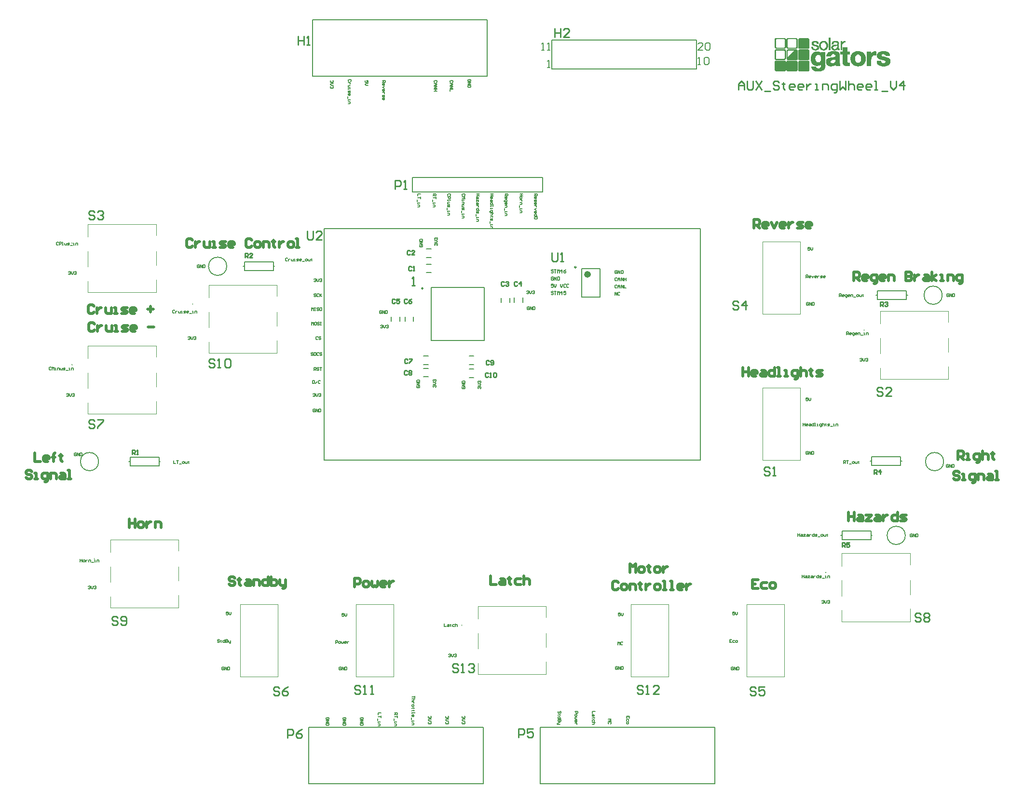
<source format=gto>
G04*
G04 #@! TF.GenerationSoftware,Altium Limited,Altium Designer,19.1.5 (86)*
G04*
G04 Layer_Color=65535*
%FSLAX25Y25*%
%MOIN*%
G70*
G01*
G75*
%ADD10C,0.00500*%
%ADD11C,0.00787*%
%ADD12C,0.00984*%
%ADD13C,0.02362*%
%ADD14C,0.00100*%
%ADD15C,0.00400*%
%ADD16C,0.00394*%
%ADD17C,0.02000*%
%ADD18C,0.01000*%
%ADD19C,0.00800*%
%ADD20C,0.00606*%
D10*
X533799Y172500D02*
G03*
X533799Y172500I-6299J0D01*
G01*
X560299Y223500D02*
G03*
X560299Y223500I-6299J0D01*
G01*
X559299Y338500D02*
G03*
X559299Y338500I-6299J0D01*
G01*
X-23701Y223500D02*
G03*
X-23701Y223500I-6299J0D01*
G01*
X64858Y358500D02*
G03*
X64858Y358500I-6299J0D01*
G01*
X121400Y40000D02*
X242000D01*
Y1000D02*
Y40000D01*
X121400Y1000D02*
X242000D01*
X121400D02*
Y40000D01*
X281400D02*
X402000D01*
Y1000D02*
Y40000D01*
X281400Y1000D02*
X402000D01*
X281400D02*
Y40000D01*
X124250Y490000D02*
X244850D01*
X124250D02*
Y529000D01*
X244850D01*
Y490000D02*
Y529000D01*
X132000Y224500D02*
Y384500D01*
Y384000D02*
Y384500D01*
X392000D01*
Y224500D02*
Y384500D01*
X132000Y224500D02*
X392000D01*
X336833Y118999D02*
X335500D01*
Y118000D01*
X336166Y118333D01*
X336500D01*
X336833Y118000D01*
Y117333D01*
X336500Y117000D01*
X335833D01*
X335500Y117333D01*
X337499Y118999D02*
Y117666D01*
X338166Y117000D01*
X338832Y117666D01*
Y118999D01*
X217666Y47500D02*
X217999Y47167D01*
Y46500D01*
X217666Y46167D01*
X217333D01*
X217000Y46500D01*
Y46834D01*
Y46500D01*
X216666Y46167D01*
X216333D01*
X216000Y46500D01*
Y47167D01*
X216333Y47500D01*
X217999Y45501D02*
X216666D01*
X216000Y44834D01*
X216666Y44168D01*
X217999D01*
X217666Y43501D02*
X217999Y43168D01*
Y42502D01*
X217666Y42168D01*
X217333D01*
X217000Y42502D01*
Y42835D01*
Y42502D01*
X216666Y42168D01*
X216333D01*
X216000Y42502D01*
Y43168D01*
X216333Y43501D01*
X335000Y97000D02*
Y98999D01*
X335666Y98333D01*
X336333Y98999D01*
Y97000D01*
X338332Y98666D02*
X337999Y98999D01*
X337333D01*
X336999Y98666D01*
Y97333D01*
X337333Y97000D01*
X337999D01*
X338332Y97333D01*
X198334Y373333D02*
X198001Y373000D01*
Y372333D01*
X198334Y372000D01*
X199667D01*
X200000Y372333D01*
Y373000D01*
X199667Y373333D01*
X199000D01*
Y372666D01*
X200000Y373999D02*
X198001D01*
X200000Y375332D01*
X198001D01*
Y375999D02*
X200000D01*
Y376998D01*
X199667Y377332D01*
X198334D01*
X198001Y376998D01*
Y375999D01*
X249166Y408617D02*
X247166D01*
X248166D01*
Y407284D01*
X249166D01*
X247166D01*
Y405618D02*
Y406285D01*
X247500Y406618D01*
X248166D01*
X248499Y406285D01*
Y405618D01*
X248166Y405285D01*
X247833D01*
Y406618D01*
X248499Y404285D02*
Y403619D01*
X248166Y403286D01*
X247166D01*
Y404285D01*
X247500Y404618D01*
X247833Y404285D01*
Y403286D01*
X249166Y401286D02*
X247166D01*
Y402286D01*
X247500Y402619D01*
X248166D01*
X248499Y402286D01*
Y401286D01*
X247166Y400620D02*
Y399953D01*
Y400286D01*
X249166D01*
Y400620D01*
X247166Y398954D02*
Y398287D01*
Y398620D01*
X248499D01*
Y398954D01*
X246500Y396621D02*
Y396288D01*
X246833Y395954D01*
X248499D01*
Y396954D01*
X248166Y397287D01*
X247500D01*
X247166Y396954D01*
Y395954D01*
X249166Y395288D02*
X247166D01*
X248166D01*
X248499Y394955D01*
Y394288D01*
X248166Y393955D01*
X247166D01*
X248833Y392955D02*
X248499D01*
Y393289D01*
Y392622D01*
Y392955D01*
X247500D01*
X247166Y392622D01*
Y391623D02*
Y390623D01*
X247500Y390290D01*
X247833Y390623D01*
Y391289D01*
X248166Y391623D01*
X248499Y391289D01*
Y390290D01*
X246833Y389623D02*
Y388290D01*
X247166Y387624D02*
Y386957D01*
Y387291D01*
X248499D01*
Y387624D01*
X247166Y385958D02*
X248499D01*
Y384958D01*
X248166Y384625D01*
X247166D01*
X491000Y222333D02*
Y224333D01*
X492000D01*
X492333Y223999D01*
Y223333D01*
X492000Y223000D01*
X491000D01*
X491666D02*
X492333Y222333D01*
X492999Y224333D02*
X494332D01*
X493666D01*
Y222333D01*
X494999Y222000D02*
X496332D01*
X497331Y222333D02*
X497998D01*
X498331Y222667D01*
Y223333D01*
X497998Y223666D01*
X497331D01*
X496998Y223333D01*
Y222667D01*
X497331Y222333D01*
X498997Y223666D02*
Y222667D01*
X499331Y222333D01*
X500330D01*
Y223666D01*
X501330Y223999D02*
Y223666D01*
X500997D01*
X501663D01*
X501330D01*
Y222667D01*
X501663Y222333D01*
X414833Y81166D02*
X414500Y81499D01*
X413833D01*
X413500Y81166D01*
Y79833D01*
X413833Y79500D01*
X414500D01*
X414833Y79833D01*
Y80500D01*
X414166D01*
X415499Y79500D02*
Y81499D01*
X416832Y79500D01*
Y81499D01*
X417499D02*
Y79500D01*
X418498D01*
X418832Y79833D01*
Y81166D01*
X418498Y81499D01*
X417499D01*
X415833Y119499D02*
X414500D01*
Y118500D01*
X415166Y118833D01*
X415500D01*
X415833Y118500D01*
Y117833D01*
X415500Y117500D01*
X414833D01*
X414500Y117833D01*
X416499Y119499D02*
Y118166D01*
X417166Y117500D01*
X417832Y118166D01*
Y119499D01*
X150499Y486167D02*
X150833Y486500D01*
Y487167D01*
X150499Y487500D01*
X149167D01*
X148833Y487167D01*
Y486500D01*
X149167Y486167D01*
X150166Y485501D02*
X148833D01*
X149500D01*
X149833Y485167D01*
X150166Y484834D01*
Y484501D01*
Y483501D02*
X149167D01*
X148833Y483168D01*
Y482168D01*
X150166D01*
X148833Y481502D02*
Y480835D01*
Y481169D01*
X150166D01*
Y481502D01*
X148833Y479836D02*
Y478836D01*
X149167Y478503D01*
X149500Y478836D01*
Y479503D01*
X149833Y479836D01*
X150166Y479503D01*
Y478503D01*
X148833Y476837D02*
Y477503D01*
X149167Y477837D01*
X149833D01*
X150166Y477503D01*
Y476837D01*
X149833Y476504D01*
X149500D01*
Y477837D01*
X148500Y475837D02*
Y474504D01*
X148833Y473838D02*
Y473171D01*
Y473504D01*
X150166D01*
Y473838D01*
X148833Y472172D02*
X150166D01*
Y471172D01*
X149833Y470839D01*
X148833D01*
X563833Y339166D02*
X563500Y339499D01*
X562833D01*
X562500Y339166D01*
Y337833D01*
X562833Y337500D01*
X563500D01*
X563833Y337833D01*
Y338500D01*
X563166D01*
X564499Y337500D02*
Y339499D01*
X565832Y337500D01*
Y339499D01*
X566499D02*
Y337500D01*
X567498D01*
X567832Y337833D01*
Y339166D01*
X567498Y339499D01*
X566499D01*
X413833Y100499D02*
X412500D01*
Y98500D01*
X413833D01*
X412500Y99500D02*
X413166D01*
X415832Y99833D02*
X414833D01*
X414499Y99500D01*
Y98833D01*
X414833Y98500D01*
X415832D01*
X416832D02*
X417498D01*
X417832Y98833D01*
Y99500D01*
X417498Y99833D01*
X416832D01*
X416499Y99500D01*
Y98833D01*
X416832Y98500D01*
X45833Y359166D02*
X45500Y359499D01*
X44833D01*
X44500Y359166D01*
Y357833D01*
X44833Y357500D01*
X45500D01*
X45833Y357833D01*
Y358500D01*
X45166D01*
X46499Y357500D02*
Y359499D01*
X47832Y357500D01*
Y359499D01*
X48499D02*
Y357500D01*
X49498D01*
X49832Y357833D01*
Y359166D01*
X49498Y359499D01*
X48499D01*
X138166Y487000D02*
X138499Y486667D01*
Y486000D01*
X138166Y485667D01*
X137833D01*
X137500Y486000D01*
Y486334D01*
Y486000D01*
X137167Y485667D01*
X136833D01*
X136500Y486000D01*
Y486667D01*
X136833Y487000D01*
X138499Y485001D02*
X137167D01*
X136500Y484334D01*
X137167Y483668D01*
X138499D01*
X138166Y483001D02*
X138499Y482668D01*
Y482002D01*
X138166Y481668D01*
X137833D01*
X137500Y482002D01*
Y482335D01*
Y482002D01*
X137167Y481668D01*
X136833D01*
X136500Y482002D01*
Y482668D01*
X136833Y483001D01*
X145833Y118499D02*
X144500D01*
Y117500D01*
X145167Y117833D01*
X145500D01*
X145833Y117500D01*
Y116833D01*
X145500Y116500D01*
X144833D01*
X144500Y116833D01*
X146499Y118499D02*
Y117166D01*
X147166Y116500D01*
X147832Y117166D01*
Y118499D01*
X-36500Y156333D02*
Y154333D01*
Y155333D01*
X-35167D01*
Y156333D01*
Y154333D01*
X-34167D02*
X-33501D01*
X-33168Y154666D01*
Y155333D01*
X-33501Y155666D01*
X-34167D01*
X-34501Y155333D01*
Y154666D01*
X-34167Y154333D01*
X-32501Y155666D02*
Y154333D01*
Y155000D01*
X-32168Y155333D01*
X-31835Y155666D01*
X-31502D01*
X-30502Y154333D02*
Y155666D01*
X-29502D01*
X-29169Y155333D01*
Y154333D01*
X-28503Y154000D02*
X-27170D01*
X-26503Y154333D02*
X-25837D01*
X-26170D01*
Y155666D01*
X-26503D01*
X-24837Y154333D02*
Y155666D01*
X-23837D01*
X-23504Y155333D01*
Y154333D01*
X465000Y350500D02*
Y352499D01*
X466000D01*
X466333Y352166D01*
Y351500D01*
X466000Y351166D01*
X465000D01*
X465666D02*
X466333Y350500D01*
X467999D02*
X467333D01*
X466999Y350833D01*
Y351500D01*
X467333Y351833D01*
X467999D01*
X468332Y351500D01*
Y351166D01*
X466999D01*
X468999Y351833D02*
X469665Y350500D01*
X470332Y351833D01*
X471998Y350500D02*
X471331D01*
X470998Y350833D01*
Y351500D01*
X471331Y351833D01*
X471998D01*
X472331Y351500D01*
Y351166D01*
X470998D01*
X472997Y351833D02*
Y350500D01*
Y351166D01*
X473331Y351500D01*
X473664Y351833D01*
X473997D01*
X474997Y350500D02*
X475996D01*
X476330Y350833D01*
X475996Y351166D01*
X475330D01*
X474997Y351500D01*
X475330Y351833D01*
X476330D01*
X477996Y350500D02*
X477329D01*
X476996Y350833D01*
Y351500D01*
X477329Y351833D01*
X477996D01*
X478329Y351500D01*
Y351166D01*
X476996D01*
X171000Y317666D02*
X171333Y317999D01*
X172000D01*
X172333Y317666D01*
Y317333D01*
X172000Y317000D01*
X171667D01*
X172000D01*
X172333Y316666D01*
Y316333D01*
X172000Y316000D01*
X171333D01*
X171000Y316333D01*
X172999Y317999D02*
Y316666D01*
X173666Y316000D01*
X174332Y316666D01*
Y317999D01*
X174999Y317666D02*
X175332Y317999D01*
X175998D01*
X176332Y317666D01*
Y317333D01*
X175998Y317000D01*
X175665D01*
X175998D01*
X176332Y316666D01*
Y316333D01*
X175998Y316000D01*
X175332D01*
X174999Y316333D01*
X466333Y267499D02*
X465000D01*
Y266500D01*
X465666Y266833D01*
X466000D01*
X466333Y266500D01*
Y265833D01*
X466000Y265500D01*
X465333D01*
X465000Y265833D01*
X466999Y267499D02*
Y266166D01*
X467666Y265500D01*
X468332Y266166D01*
Y267499D01*
X28833Y327999D02*
X28500Y328333D01*
X27833D01*
X27500Y327999D01*
Y326666D01*
X27833Y326333D01*
X28500D01*
X28833Y326666D01*
X29499Y327666D02*
Y326333D01*
Y327000D01*
X29833Y327333D01*
X30166Y327666D01*
X30499D01*
X31499D02*
Y326666D01*
X31832Y326333D01*
X32832D01*
Y327666D01*
X33498Y326333D02*
X34165D01*
X33831D01*
Y327666D01*
X33498D01*
X35164Y326333D02*
X36164D01*
X36497Y326666D01*
X36164Y327000D01*
X35497D01*
X35164Y327333D01*
X35497Y327666D01*
X36497D01*
X38163Y326333D02*
X37497D01*
X37163Y326666D01*
Y327333D01*
X37497Y327666D01*
X38163D01*
X38496Y327333D01*
Y327000D01*
X37163D01*
X39163Y326000D02*
X40496D01*
X41162Y326333D02*
X41829D01*
X41495D01*
Y327666D01*
X41162D01*
X42828Y326333D02*
Y327666D01*
X43828D01*
X44161Y327333D01*
Y326333D01*
X295333Y49667D02*
X295666Y50000D01*
Y50667D01*
X295333Y51000D01*
X294999D01*
X294666Y50667D01*
Y50000D01*
X294333Y49667D01*
X294000D01*
X293666Y50000D01*
Y50667D01*
X294000Y51000D01*
X295333Y48667D02*
X294999D01*
Y49001D01*
Y48334D01*
Y48667D01*
X294000D01*
X293666Y48334D01*
X295666Y46002D02*
X293666D01*
Y47001D01*
X294000Y47335D01*
X294666D01*
X294999Y47001D01*
Y46002D01*
X295666Y45335D02*
X293666D01*
Y44335D01*
X294000Y44002D01*
X294333D01*
X294666Y44335D01*
Y45335D01*
Y44335D01*
X294999Y44002D01*
X295333D01*
X295666Y44335D01*
Y45335D01*
X294999Y43336D02*
X294000D01*
X293666Y43003D01*
Y42003D01*
X293333D01*
X293000Y42336D01*
Y42669D01*
X293666Y42003D02*
X294999D01*
X218000Y90166D02*
X218333Y90499D01*
X219000D01*
X219333Y90166D01*
Y89833D01*
X219000Y89500D01*
X218666D01*
X219000D01*
X219333Y89166D01*
Y88833D01*
X219000Y88500D01*
X218333D01*
X218000Y88833D01*
X219999Y90499D02*
Y89166D01*
X220666Y88500D01*
X221332Y89166D01*
Y90499D01*
X221999Y90166D02*
X222332Y90499D01*
X222998D01*
X223332Y90166D01*
Y89833D01*
X222998Y89500D01*
X222665D01*
X222998D01*
X223332Y89166D01*
Y88833D01*
X222998Y88500D01*
X222332D01*
X221999Y88833D01*
X124000Y279499D02*
Y277500D01*
X125000D01*
X125333Y277833D01*
Y279166D01*
X125000Y279499D01*
X124000D01*
X125999Y277500D02*
X127332Y278833D01*
X129332Y279166D02*
X128998Y279499D01*
X128332D01*
X127999Y279166D01*
Y277833D01*
X128332Y277500D01*
X128998D01*
X129332Y277833D01*
X227834Y275333D02*
X227501Y275000D01*
Y274333D01*
X227834Y274000D01*
X229167D01*
X229500Y274333D01*
Y275000D01*
X229167Y275333D01*
X228500D01*
Y274666D01*
X229500Y275999D02*
X227501D01*
X229500Y277332D01*
X227501D01*
Y277999D02*
X229500D01*
Y278998D01*
X229167Y279332D01*
X227834D01*
X227501Y278998D01*
Y277999D01*
X65833Y119499D02*
X64500D01*
Y118500D01*
X65166Y118833D01*
X65500D01*
X65833Y118500D01*
Y117833D01*
X65500Y117500D01*
X64833D01*
X64500Y117833D01*
X66499Y119499D02*
Y118166D01*
X67166Y117500D01*
X67832Y118166D01*
Y119499D01*
X124333Y298666D02*
X124000Y298999D01*
X123333D01*
X123000Y298666D01*
Y298333D01*
X123333Y298000D01*
X124000D01*
X124333Y297666D01*
Y297333D01*
X124000Y297000D01*
X123333D01*
X123000Y297333D01*
X124999Y298999D02*
Y297000D01*
X125999D01*
X126332Y297333D01*
Y298666D01*
X125999Y298999D01*
X124999D01*
X128332Y298666D02*
X127998Y298999D01*
X127332D01*
X126999Y298666D01*
Y297333D01*
X127332Y297000D01*
X127998D01*
X128332Y297333D01*
X130331Y298666D02*
X129998Y298999D01*
X129331D01*
X128998Y298666D01*
Y298333D01*
X129331Y298000D01*
X129998D01*
X130331Y297666D01*
Y297333D01*
X129998Y297000D01*
X129331D01*
X128998Y297333D01*
X-46000Y270166D02*
X-45667Y270499D01*
X-45000D01*
X-44667Y270166D01*
Y269833D01*
X-45000Y269500D01*
X-45334D01*
X-45000D01*
X-44667Y269166D01*
Y268833D01*
X-45000Y268500D01*
X-45667D01*
X-46000Y268833D01*
X-44001Y270499D02*
Y269166D01*
X-43334Y268500D01*
X-42668Y269166D01*
Y270499D01*
X-42001Y270166D02*
X-41668Y270499D01*
X-41002D01*
X-40668Y270166D01*
Y269833D01*
X-41002Y269500D01*
X-41335D01*
X-41002D01*
X-40668Y269166D01*
Y268833D01*
X-41002Y268500D01*
X-41668D01*
X-42001Y268833D01*
X463000Y250166D02*
Y248166D01*
Y249166D01*
X464333D01*
Y250166D01*
Y248166D01*
X465999D02*
X465333D01*
X464999Y248500D01*
Y249166D01*
X465333Y249499D01*
X465999D01*
X466332Y249166D01*
Y248833D01*
X464999D01*
X467332Y249499D02*
X467998D01*
X468332Y249166D01*
Y248166D01*
X467332D01*
X466999Y248500D01*
X467332Y248833D01*
X468332D01*
X470331Y250166D02*
Y248166D01*
X469331D01*
X468998Y248500D01*
Y249166D01*
X469331Y249499D01*
X470331D01*
X470997Y248166D02*
X471664D01*
X471331D01*
Y250166D01*
X470997D01*
X472663Y248166D02*
X473330D01*
X472997D01*
Y249499D01*
X472663D01*
X474996Y247500D02*
X475329D01*
X475663Y247833D01*
Y249499D01*
X474663D01*
X474330Y249166D01*
Y248500D01*
X474663Y248166D01*
X475663D01*
X476329Y250166D02*
Y248166D01*
Y249166D01*
X476662Y249499D01*
X477329D01*
X477662Y249166D01*
Y248166D01*
X478662Y249833D02*
Y249499D01*
X478328D01*
X478995D01*
X478662D01*
Y248500D01*
X478995Y248166D01*
X479994D02*
X480994D01*
X481327Y248500D01*
X480994Y248833D01*
X480328D01*
X479994Y249166D01*
X480328Y249499D01*
X481327D01*
X481994Y247833D02*
X483327D01*
X483993Y248166D02*
X484660D01*
X484326D01*
Y249499D01*
X483993D01*
X485659Y248166D02*
Y249499D01*
X486659D01*
X486992Y249166D01*
Y248166D01*
X180833Y50000D02*
X182833D01*
Y49000D01*
X182499Y48667D01*
X181833D01*
X181500Y49000D01*
Y50000D01*
Y49334D02*
X180833Y48667D01*
X182833Y48001D02*
Y46668D01*
Y47334D01*
X180833D01*
X180500Y46001D02*
Y44668D01*
X180833Y44002D02*
Y43336D01*
Y43669D01*
X182166D01*
Y44002D01*
X180833Y42336D02*
X182166D01*
Y41336D01*
X181833Y41003D01*
X180833D01*
X-44500Y354666D02*
X-44167Y354999D01*
X-43500D01*
X-43167Y354666D01*
Y354333D01*
X-43500Y354000D01*
X-43834D01*
X-43500D01*
X-43167Y353666D01*
Y353333D01*
X-43500Y353000D01*
X-44167D01*
X-44500Y353333D01*
X-42501Y354999D02*
Y353666D01*
X-41834Y353000D01*
X-41168Y353666D01*
Y354999D01*
X-40501Y354666D02*
X-40168Y354999D01*
X-39502D01*
X-39168Y354666D01*
Y354333D01*
X-39502Y354000D01*
X-39835D01*
X-39502D01*
X-39168Y353666D01*
Y353333D01*
X-39502Y353000D01*
X-40168D01*
X-40501Y353333D01*
X-39167Y229166D02*
X-39500Y229499D01*
X-40167D01*
X-40500Y229166D01*
Y227833D01*
X-40167Y227500D01*
X-39500D01*
X-39167Y227833D01*
Y228500D01*
X-39834D01*
X-38501Y227500D02*
Y229499D01*
X-37168Y227500D01*
Y229499D01*
X-36501D02*
Y227500D01*
X-35502D01*
X-35168Y227833D01*
Y229166D01*
X-35502Y229499D01*
X-36501D01*
X466333Y230166D02*
X466000Y230499D01*
X465333D01*
X465000Y230166D01*
Y228833D01*
X465333Y228500D01*
X466000D01*
X466333Y228833D01*
Y229500D01*
X465666D01*
X466999Y228500D02*
Y230499D01*
X468332Y228500D01*
Y230499D01*
X468999D02*
Y228500D01*
X469998D01*
X470332Y228833D01*
Y230166D01*
X469998Y230499D01*
X468999D01*
X59833Y100333D02*
X59500Y100666D01*
X58833D01*
X58500Y100333D01*
Y99999D01*
X58833Y99666D01*
X59500D01*
X59833Y99333D01*
Y99000D01*
X59500Y98666D01*
X58833D01*
X58500Y99000D01*
X60833Y100333D02*
Y99999D01*
X60499D01*
X61166D01*
X60833D01*
Y99000D01*
X61166Y98666D01*
X63498Y100666D02*
Y98666D01*
X62499D01*
X62165Y99000D01*
Y99666D01*
X62499Y99999D01*
X63498D01*
X64165Y100666D02*
Y98666D01*
X65165D01*
X65498Y99000D01*
Y99333D01*
X65165Y99666D01*
X64165D01*
X65165D01*
X65498Y99999D01*
Y100333D01*
X65165Y100666D01*
X64165D01*
X66164Y99999D02*
Y99000D01*
X66497Y98666D01*
X67497D01*
Y98333D01*
X67164Y98000D01*
X66831D01*
X67497Y98666D02*
Y99999D01*
X125833Y259666D02*
X125500Y259999D01*
X124833D01*
X124500Y259666D01*
Y258333D01*
X124833Y258000D01*
X125500D01*
X125833Y258333D01*
Y259000D01*
X125166D01*
X126499Y258000D02*
Y259999D01*
X127832Y258000D01*
Y259999D01*
X128499D02*
Y258000D01*
X129498D01*
X129832Y258333D01*
Y259666D01*
X129498Y259999D01*
X128499D01*
X143833Y81166D02*
X143500Y81499D01*
X142833D01*
X142500Y81166D01*
Y79833D01*
X142833Y79500D01*
X143500D01*
X143833Y79833D01*
Y80500D01*
X143166D01*
X144499Y79500D02*
Y81499D01*
X145832Y79500D01*
Y81499D01*
X146499D02*
Y79500D01*
X147498D01*
X147832Y79833D01*
Y81166D01*
X147498Y81499D01*
X146499D01*
X38000Y309666D02*
X38333Y309999D01*
X39000D01*
X39333Y309666D01*
Y309333D01*
X39000Y309000D01*
X38666D01*
X39000D01*
X39333Y308666D01*
Y308333D01*
X39000Y308000D01*
X38333D01*
X38000Y308333D01*
X39999Y309999D02*
Y308666D01*
X40666Y308000D01*
X41332Y308666D01*
Y309999D01*
X41999Y309666D02*
X42332Y309999D01*
X42998D01*
X43332Y309666D01*
Y309333D01*
X42998Y309000D01*
X42665D01*
X42998D01*
X43332Y308666D01*
Y308333D01*
X42998Y308000D01*
X42332D01*
X41999Y308333D01*
X459500Y173833D02*
Y171833D01*
Y172833D01*
X460833D01*
Y173833D01*
Y171833D01*
X461833Y173166D02*
X462499D01*
X462832Y172833D01*
Y171833D01*
X461833D01*
X461499Y172167D01*
X461833Y172500D01*
X462832D01*
X463499Y173166D02*
X464832D01*
X463499Y171833D01*
X464832D01*
X465831Y173166D02*
X466498D01*
X466831Y172833D01*
Y171833D01*
X465831D01*
X465498Y172167D01*
X465831Y172500D01*
X466831D01*
X467497Y173166D02*
Y171833D01*
Y172500D01*
X467831Y172833D01*
X468164Y173166D01*
X468497D01*
X470830Y173833D02*
Y171833D01*
X469830D01*
X469497Y172167D01*
Y172833D01*
X469830Y173166D01*
X470830D01*
X471496Y171833D02*
X472496D01*
X472829Y172167D01*
X472496Y172500D01*
X471829D01*
X471496Y172833D01*
X471829Y173166D01*
X472829D01*
X473495Y171500D02*
X474828D01*
X475828Y171833D02*
X476495D01*
X476828Y172167D01*
Y172833D01*
X476495Y173166D01*
X475828D01*
X475495Y172833D01*
Y172167D01*
X475828Y171833D01*
X477494Y173166D02*
Y172167D01*
X477827Y171833D01*
X478827D01*
Y173166D01*
X479827Y173499D02*
Y173166D01*
X479494D01*
X480160D01*
X479827D01*
Y172167D01*
X480160Y171833D01*
X319499Y51000D02*
X317500D01*
Y49667D01*
X318833Y48667D02*
Y48001D01*
X318500Y47668D01*
X317500D01*
Y48667D01*
X317833Y49001D01*
X318166Y48667D01*
Y47668D01*
X319166Y46668D02*
X318833D01*
Y47001D01*
Y46335D01*
Y46668D01*
X317833D01*
X317500Y46335D01*
X318833Y44002D02*
Y45002D01*
X318500Y45335D01*
X317833D01*
X317500Y45002D01*
Y44002D01*
X319499Y43336D02*
X317500D01*
X318500D01*
X318833Y43003D01*
Y42336D01*
X318500Y42003D01*
X317500D01*
X229166Y47500D02*
X229499Y47167D01*
Y46500D01*
X229166Y46167D01*
X228833D01*
X228500Y46500D01*
Y46834D01*
Y46500D01*
X228166Y46167D01*
X227833D01*
X227500Y46500D01*
Y47167D01*
X227833Y47500D01*
X229499Y45501D02*
X228166D01*
X227500Y44834D01*
X228166Y44168D01*
X229499D01*
X229166Y43501D02*
X229499Y43168D01*
Y42502D01*
X229166Y42168D01*
X228833D01*
X228500Y42502D01*
Y42835D01*
Y42502D01*
X228166Y42168D01*
X227833D01*
X227500Y42502D01*
Y43168D01*
X227833Y43501D01*
X462500Y145333D02*
Y143333D01*
Y144333D01*
X463833D01*
Y145333D01*
Y143333D01*
X464833Y144666D02*
X465499D01*
X465832Y144333D01*
Y143333D01*
X464833D01*
X464499Y143667D01*
X464833Y144000D01*
X465832D01*
X466499Y144666D02*
X467832D01*
X466499Y143333D01*
X467832D01*
X468831Y144666D02*
X469498D01*
X469831Y144333D01*
Y143333D01*
X468831D01*
X468498Y143667D01*
X468831Y144000D01*
X469831D01*
X470497Y144666D02*
Y143333D01*
Y144000D01*
X470831Y144333D01*
X471164Y144666D01*
X471497D01*
X473830Y145333D02*
Y143333D01*
X472830D01*
X472497Y143667D01*
Y144333D01*
X472830Y144666D01*
X473830D01*
X474496Y143333D02*
X475496D01*
X475829Y143667D01*
X475496Y144000D01*
X474829D01*
X474496Y144333D01*
X474829Y144666D01*
X475829D01*
X476495Y143000D02*
X477828D01*
X478495Y143333D02*
X479161D01*
X478828D01*
Y144666D01*
X478495D01*
X480161Y143333D02*
Y144666D01*
X481161D01*
X481494Y144333D01*
Y143333D01*
X125000Y286500D02*
Y288499D01*
X126000D01*
X126333Y288166D01*
Y287500D01*
X126000Y287166D01*
X125000D01*
X125666D02*
X126333Y286500D01*
X128332Y288166D02*
X127999Y288499D01*
X127333D01*
X126999Y288166D01*
Y287833D01*
X127333Y287500D01*
X127999D01*
X128332Y287166D01*
Y286833D01*
X127999Y286500D01*
X127333D01*
X126999Y286833D01*
X128999Y288499D02*
X130332D01*
X129665D01*
Y286500D01*
X493000Y311166D02*
Y313166D01*
X494000D01*
X494333Y312833D01*
Y312166D01*
X494000Y311833D01*
X493000D01*
X493666D02*
X494333Y311166D01*
X495999D02*
X495333D01*
X494999Y311500D01*
Y312166D01*
X495333Y312499D01*
X495999D01*
X496332Y312166D01*
Y311833D01*
X494999D01*
X497665Y310500D02*
X497998D01*
X498332Y310833D01*
Y312499D01*
X497332D01*
X496999Y312166D01*
Y311500D01*
X497332Y311166D01*
X498332D01*
X499998D02*
X499331D01*
X498998Y311500D01*
Y312166D01*
X499331Y312499D01*
X499998D01*
X500331Y312166D01*
Y311833D01*
X498998D01*
X500997Y311166D02*
Y312499D01*
X501997D01*
X502330Y312166D01*
Y311166D01*
X502997Y310833D02*
X504330D01*
X504996Y311166D02*
X505663D01*
X505329D01*
Y312499D01*
X504996D01*
X506662Y311166D02*
Y312499D01*
X507662D01*
X507995Y312166D01*
Y311166D01*
X342999Y46167D02*
Y47500D01*
X341000D01*
Y46167D01*
X342000Y47500D02*
Y46834D01*
X342333Y44168D02*
Y45167D01*
X342000Y45501D01*
X341333D01*
X341000Y45167D01*
Y44168D01*
Y43168D02*
Y42502D01*
X341333Y42168D01*
X342000D01*
X342333Y42502D01*
Y43168D01*
X342000Y43501D01*
X341333D01*
X341000Y43168D01*
X135166Y45167D02*
X135499Y45500D01*
Y46167D01*
X135166Y46500D01*
X133833D01*
X133500Y46167D01*
Y45500D01*
X133833Y45167D01*
X134500D01*
Y45834D01*
X133500Y44501D02*
X135499D01*
X133500Y43168D01*
X135499D01*
Y42501D02*
X133500D01*
Y41502D01*
X133833Y41168D01*
X135166D01*
X135499Y41502D01*
Y42501D01*
X146666Y45167D02*
X146999Y45500D01*
Y46167D01*
X146666Y46500D01*
X145333D01*
X145000Y46167D01*
Y45500D01*
X145333Y45167D01*
X146000D01*
Y45834D01*
X145000Y44501D02*
X146999D01*
X145000Y43168D01*
X146999D01*
Y42501D02*
X145000D01*
Y41502D01*
X145333Y41168D01*
X146666D01*
X146999Y41502D01*
Y42501D01*
X-51667Y374999D02*
X-52000Y375333D01*
X-52667D01*
X-53000Y374999D01*
Y373667D01*
X-52667Y373333D01*
X-52000D01*
X-51667Y373667D01*
X-51001Y373333D02*
Y375333D01*
X-50001D01*
X-49668Y374999D01*
Y374333D01*
X-50001Y374000D01*
X-51001D01*
X-49001Y373333D02*
X-48335D01*
X-48668D01*
Y375333D01*
X-49001D01*
X-47335Y374666D02*
Y373667D01*
X-47002Y373333D01*
X-46002D01*
Y374666D01*
X-45336Y373333D02*
X-44336D01*
X-44003Y373667D01*
X-44336Y374000D01*
X-45003D01*
X-45336Y374333D01*
X-45003Y374666D01*
X-44003D01*
X-43336Y373000D02*
X-42004D01*
X-41337Y373333D02*
X-40671D01*
X-41004D01*
Y374666D01*
X-41337D01*
X-39671Y373333D02*
Y374666D01*
X-38671D01*
X-38338Y374333D01*
Y373333D01*
X328500Y45500D02*
X330499D01*
X329833Y44834D01*
X330499Y44167D01*
X328500D01*
X330166Y42168D02*
X330499Y42501D01*
Y43167D01*
X330166Y43501D01*
X328833D01*
X328500Y43167D01*
Y42501D01*
X328833Y42168D01*
X196334Y275833D02*
X196001Y275500D01*
Y274833D01*
X196334Y274500D01*
X197667D01*
X198000Y274833D01*
Y275500D01*
X197667Y275833D01*
X197000D01*
Y275166D01*
X198000Y276499D02*
X196001D01*
X198000Y277832D01*
X196001D01*
Y278499D02*
X198000D01*
Y279498D01*
X197667Y279832D01*
X196334D01*
X196001Y279498D01*
Y278499D01*
X140000Y98000D02*
Y99999D01*
X141000D01*
X141333Y99666D01*
Y99000D01*
X141000Y98666D01*
X140000D01*
X142333Y98000D02*
X142999D01*
X143332Y98333D01*
Y99000D01*
X142999Y99333D01*
X142333D01*
X141999Y99000D01*
Y98333D01*
X142333Y98000D01*
X143999Y99333D02*
Y98333D01*
X144332Y98000D01*
X144665Y98333D01*
X144998Y98000D01*
X145332Y98333D01*
Y99333D01*
X146998Y98000D02*
X146331D01*
X145998Y98333D01*
Y99000D01*
X146331Y99333D01*
X146998D01*
X147331Y99000D01*
Y98666D01*
X145998D01*
X147997Y99333D02*
Y98000D01*
Y98666D01*
X148331Y99000D01*
X148664Y99333D01*
X148997D01*
X215000Y111499D02*
Y109500D01*
X216333D01*
X217333Y110833D02*
X217999D01*
X218332Y110500D01*
Y109500D01*
X217333D01*
X216999Y109833D01*
X217333Y110167D01*
X218332D01*
X219332Y111166D02*
Y110833D01*
X218999D01*
X219665D01*
X219332D01*
Y109833D01*
X219665Y109500D01*
X221998Y110833D02*
X220998D01*
X220665Y110500D01*
Y109833D01*
X220998Y109500D01*
X221998D01*
X222664Y111499D02*
Y109500D01*
Y110500D01*
X222997Y110833D01*
X223664D01*
X223997Y110500D01*
Y109500D01*
X106833Y363999D02*
X106500Y364333D01*
X105833D01*
X105500Y363999D01*
Y362667D01*
X105833Y362333D01*
X106500D01*
X106833Y362667D01*
X107499Y363666D02*
Y362333D01*
Y363000D01*
X107833Y363333D01*
X108166Y363666D01*
X108499D01*
X109499D02*
Y362667D01*
X109832Y362333D01*
X110832D01*
Y363666D01*
X111498Y362333D02*
X112164D01*
X111831D01*
Y363666D01*
X111498D01*
X113164Y362333D02*
X114164D01*
X114497Y362667D01*
X114164Y363000D01*
X113497D01*
X113164Y363333D01*
X113497Y363666D01*
X114497D01*
X116163Y362333D02*
X115497D01*
X115164Y362667D01*
Y363333D01*
X115497Y363666D01*
X116163D01*
X116496Y363333D01*
Y363000D01*
X115164D01*
X117163Y362000D02*
X118496D01*
X119495Y362333D02*
X120162D01*
X120495Y362667D01*
Y363333D01*
X120162Y363666D01*
X119495D01*
X119162Y363333D01*
Y362667D01*
X119495Y362333D01*
X121162Y363666D02*
Y362667D01*
X121495Y362333D01*
X122494D01*
Y363666D01*
X123494Y363999D02*
Y363666D01*
X123161D01*
X123827D01*
X123494D01*
Y362667D01*
X123827Y362333D01*
X172500Y487000D02*
X174499D01*
Y486000D01*
X174166Y485667D01*
X173500D01*
X173167Y486000D01*
Y487000D01*
Y486334D02*
X172500Y485667D01*
Y484001D02*
Y484667D01*
X172833Y485001D01*
X173500D01*
X173833Y484667D01*
Y484001D01*
X173500Y483668D01*
X173167D01*
Y485001D01*
X173833Y483001D02*
X172500Y482335D01*
X173833Y481668D01*
X172500Y480002D02*
Y480669D01*
X172833Y481002D01*
X173500D01*
X173833Y480669D01*
Y480002D01*
X173500Y479669D01*
X173167D01*
Y481002D01*
X173833Y479003D02*
X172500D01*
X173167D01*
X173500Y478669D01*
X173833Y478336D01*
Y478003D01*
X172500Y477003D02*
Y476004D01*
X172833Y475670D01*
X173167Y476004D01*
Y476670D01*
X173500Y477003D01*
X173833Y476670D01*
Y475670D01*
X172500Y474004D02*
Y474671D01*
X172833Y475004D01*
X173500D01*
X173833Y474671D01*
Y474004D01*
X173500Y473671D01*
X173167D01*
Y475004D01*
X126333Y339166D02*
X126000Y339499D01*
X125333D01*
X125000Y339166D01*
Y338833D01*
X125333Y338500D01*
X126000D01*
X126333Y338166D01*
Y337833D01*
X126000Y337500D01*
X125333D01*
X125000Y337833D01*
X128332Y339166D02*
X127999Y339499D01*
X127333D01*
X126999Y339166D01*
Y337833D01*
X127333Y337500D01*
X127999D01*
X128332Y337833D01*
X128999Y339499D02*
Y337500D01*
Y338166D01*
X130332Y339499D01*
X129332Y338500D01*
X130332Y337500D01*
X466833Y333166D02*
X466500Y333499D01*
X465833D01*
X465500Y333166D01*
Y331833D01*
X465833Y331500D01*
X466500D01*
X466833Y331833D01*
Y332500D01*
X466166D01*
X467499Y331500D02*
Y333499D01*
X468832Y331500D01*
Y333499D01*
X469499D02*
Y331500D01*
X470498D01*
X470832Y331833D01*
Y333166D01*
X470498Y333499D01*
X469499D01*
X228999Y407284D02*
X229333Y407617D01*
Y408284D01*
X228999Y408617D01*
X227666D01*
X227333Y408284D01*
Y407617D01*
X227666Y407284D01*
X227333Y406618D02*
X229333D01*
X228666Y405951D01*
X229333Y405285D01*
X227333D01*
Y404618D02*
Y403952D01*
Y404285D01*
X228666D01*
Y404618D01*
X227333Y402952D02*
X228666D01*
Y401953D01*
X228333Y401619D01*
X227333D01*
X228666Y400953D02*
X227666D01*
X227333Y400620D01*
Y399620D01*
X228666D01*
X227333Y398954D02*
Y397954D01*
X227666Y397621D01*
X228000Y397954D01*
Y398620D01*
X228333Y398954D01*
X228666Y398620D01*
Y397621D01*
X227000Y396954D02*
Y395621D01*
X227333Y394955D02*
Y394288D01*
Y394622D01*
X228666D01*
Y394955D01*
X227333Y393289D02*
X228666D01*
Y392289D01*
X228333Y391956D01*
X227333D01*
X272000Y341166D02*
X272333Y341499D01*
X273000D01*
X273333Y341166D01*
Y340833D01*
X273000Y340500D01*
X272666D01*
X273000D01*
X273333Y340166D01*
Y339833D01*
X273000Y339500D01*
X272333D01*
X272000Y339833D01*
X273999Y341499D02*
Y340166D01*
X274666Y339500D01*
X275332Y340166D01*
Y341499D01*
X275999Y341166D02*
X276332Y341499D01*
X276998D01*
X277332Y341166D01*
Y340833D01*
X276998Y340500D01*
X276665D01*
X276998D01*
X277332Y340166D01*
Y339833D01*
X276998Y339500D01*
X276332D01*
X275999Y339833D01*
X305500Y51000D02*
X307499D01*
Y50000D01*
X307166Y49667D01*
X306500D01*
X306166Y50000D01*
Y51000D01*
X305500Y48667D02*
Y48001D01*
X305833Y47668D01*
X306500D01*
X306833Y48001D01*
Y48667D01*
X306500Y49001D01*
X305833D01*
X305500Y48667D01*
X306833Y47001D02*
X305833D01*
X305500Y46668D01*
X305833Y46335D01*
X305500Y46002D01*
X305833Y45668D01*
X306833D01*
X305500Y44002D02*
Y44669D01*
X305833Y45002D01*
X306500D01*
X306833Y44669D01*
Y44002D01*
X306500Y43669D01*
X306166D01*
Y45002D01*
X306833Y43003D02*
X305500D01*
X306166D01*
X306500Y42669D01*
X306833Y42336D01*
Y42003D01*
X208834Y373000D02*
X208501Y373333D01*
Y374000D01*
X208834Y374333D01*
X209167D01*
X209500Y374000D01*
Y373666D01*
Y374000D01*
X209834Y374333D01*
X210167D01*
X210500Y374000D01*
Y373333D01*
X210167Y373000D01*
X208501Y374999D02*
X209834D01*
X210500Y375666D01*
X209834Y376332D01*
X208501D01*
X208834Y376999D02*
X208501Y377332D01*
Y377998D01*
X208834Y378332D01*
X209167D01*
X209500Y377998D01*
Y377665D01*
Y377998D01*
X209834Y378332D01*
X210167D01*
X210500Y377998D01*
Y377332D01*
X210167Y376999D01*
X207333Y408617D02*
X209333D01*
Y407617D01*
X208999Y407284D01*
X208333D01*
X208000Y407617D01*
Y408617D01*
Y407951D02*
X207333Y407284D01*
X209333Y406618D02*
Y405285D01*
Y405951D01*
X207333D01*
X207000Y404618D02*
Y403286D01*
X207333Y402619D02*
Y401953D01*
Y402286D01*
X208666D01*
Y402619D01*
X207333Y400953D02*
X208666D01*
Y399953D01*
X208333Y399620D01*
X207333D01*
X198833Y408617D02*
X196833D01*
Y407284D01*
X198833Y406618D02*
Y405285D01*
Y405951D01*
X196833D01*
X196500Y404618D02*
Y403286D01*
X196833Y402619D02*
Y401953D01*
Y402286D01*
X198166D01*
Y402619D01*
X196833Y400953D02*
X198166D01*
Y399953D01*
X197833Y399620D01*
X196833D01*
X125000Y349666D02*
X125333Y349999D01*
X126000D01*
X126333Y349666D01*
Y349333D01*
X126000Y349000D01*
X125666D01*
X126000D01*
X126333Y348666D01*
Y348333D01*
X126000Y348000D01*
X125333D01*
X125000Y348333D01*
X126999Y349999D02*
Y348666D01*
X127666Y348000D01*
X128332Y348666D01*
Y349999D01*
X128999Y349666D02*
X129332Y349999D01*
X129998D01*
X130332Y349666D01*
Y349333D01*
X129998Y349000D01*
X129665D01*
X129998D01*
X130332Y348666D01*
Y348333D01*
X129998Y348000D01*
X129332D01*
X128999Y348333D01*
X239333Y408617D02*
X237333D01*
X238333D01*
Y407284D01*
X239333D01*
X237333D01*
X238666Y406285D02*
Y405618D01*
X238333Y405285D01*
X237333D01*
Y406285D01*
X237667Y406618D01*
X238000Y406285D01*
Y405285D01*
X238666Y404618D02*
Y403286D01*
X237333Y404618D01*
Y403286D01*
X238666Y402286D02*
Y401619D01*
X238333Y401286D01*
X237333D01*
Y402286D01*
X237667Y402619D01*
X238000Y402286D01*
Y401286D01*
X238666Y400620D02*
X237333D01*
X238000D01*
X238333Y400286D01*
X238666Y399953D01*
Y399620D01*
X239333Y397287D02*
X237333D01*
Y398287D01*
X237667Y398620D01*
X238333D01*
X238666Y398287D01*
Y397287D01*
X237333Y396621D02*
Y395621D01*
X237667Y395288D01*
X238000Y395621D01*
Y396288D01*
X238333Y396621D01*
X238666Y396288D01*
Y395288D01*
X237000Y394622D02*
Y393289D01*
X237333Y392622D02*
Y391956D01*
Y392289D01*
X238666D01*
Y392622D01*
X237333Y390956D02*
X238666D01*
Y389956D01*
X238333Y389623D01*
X237333D01*
X502500Y294666D02*
X502833Y294999D01*
X503500D01*
X503833Y294666D01*
Y294333D01*
X503500Y294000D01*
X503166D01*
X503500D01*
X503833Y293666D01*
Y293333D01*
X503500Y293000D01*
X502833D01*
X502500Y293333D01*
X504499Y294999D02*
Y293666D01*
X505166Y293000D01*
X505832Y293666D01*
Y294999D01*
X506499Y294666D02*
X506832Y294999D01*
X507498D01*
X507832Y294666D01*
Y294333D01*
X507498Y294000D01*
X507165D01*
X507498D01*
X507832Y293666D01*
Y293333D01*
X507498Y293000D01*
X506832D01*
X506499Y293333D01*
X205666Y47500D02*
X205999Y47167D01*
Y46500D01*
X205666Y46167D01*
X205333D01*
X205000Y46500D01*
Y46834D01*
Y46500D01*
X204666Y46167D01*
X204333D01*
X204000Y46500D01*
Y47167D01*
X204333Y47500D01*
X205999Y45501D02*
X204666D01*
X204000Y44834D01*
X204666Y44168D01*
X205999D01*
X205666Y43501D02*
X205999Y43168D01*
Y42502D01*
X205666Y42168D01*
X205333D01*
X205000Y42502D01*
Y42835D01*
Y42502D01*
X204666Y42168D01*
X204333D01*
X204000Y42502D01*
Y43168D01*
X204333Y43501D01*
X124500Y270166D02*
X124833Y270499D01*
X125500D01*
X125833Y270166D01*
Y269833D01*
X125500Y269500D01*
X125166D01*
X125500D01*
X125833Y269166D01*
Y268833D01*
X125500Y268500D01*
X124833D01*
X124500Y268833D01*
X126499Y270499D02*
Y269166D01*
X127166Y268500D01*
X127832Y269166D01*
Y270499D01*
X128499Y270166D02*
X128832Y270499D01*
X129498D01*
X129832Y270166D01*
Y269833D01*
X129498Y269500D01*
X129165D01*
X129498D01*
X129832Y269166D01*
Y268833D01*
X129498Y268500D01*
X128832D01*
X128499Y268833D01*
X218999Y407284D02*
X219333Y407617D01*
Y408284D01*
X218999Y408617D01*
X217667D01*
X217333Y408284D01*
Y407617D01*
X217667Y407284D01*
X217333Y406618D02*
X219333D01*
Y405618D01*
X218999Y405285D01*
X218333D01*
X218000Y405618D01*
Y406618D01*
X217333Y404618D02*
Y403952D01*
Y404285D01*
X219333D01*
Y404618D01*
X218666Y402952D02*
X217667D01*
X217333Y402619D01*
Y401619D01*
X218666D01*
X217333Y400953D02*
Y399953D01*
X217667Y399620D01*
X218000Y399953D01*
Y400620D01*
X218333Y400953D01*
X218666Y400620D01*
Y399620D01*
X217000Y398954D02*
Y397621D01*
X217333Y396954D02*
Y396288D01*
Y396621D01*
X218666D01*
Y396954D01*
X217333Y395288D02*
X218666D01*
Y394288D01*
X218333Y393955D01*
X217333D01*
X123500Y328000D02*
Y329999D01*
X124167Y329333D01*
X124833Y329999D01*
Y328000D01*
X125499Y329999D02*
X126166D01*
X125833D01*
Y328000D01*
X125499D01*
X126166D01*
X128498Y329666D02*
X128165Y329999D01*
X127499D01*
X127165Y329666D01*
Y329333D01*
X127499Y329000D01*
X128165D01*
X128498Y328666D01*
Y328333D01*
X128165Y328000D01*
X127499D01*
X127165Y328333D01*
X130165Y329999D02*
X129498D01*
X129165Y329666D01*
Y328333D01*
X129498Y328000D01*
X130165D01*
X130498Y328333D01*
Y329666D01*
X130165Y329999D01*
X476000Y127166D02*
X476333Y127499D01*
X477000D01*
X477333Y127166D01*
Y126833D01*
X477000Y126500D01*
X476666D01*
X477000D01*
X477333Y126166D01*
Y125833D01*
X477000Y125500D01*
X476333D01*
X476000Y125833D01*
X477999Y127499D02*
Y126166D01*
X478666Y125500D01*
X479332Y126166D01*
Y127499D01*
X479999Y127166D02*
X480332Y127499D01*
X480998D01*
X481332Y127166D01*
Y126833D01*
X480998Y126500D01*
X480665D01*
X480998D01*
X481332Y126166D01*
Y125833D01*
X480998Y125500D01*
X480332D01*
X479999Y125833D01*
X-56667Y288499D02*
X-57000Y288833D01*
X-57667D01*
X-58000Y288499D01*
Y287167D01*
X-57667Y286833D01*
X-57000D01*
X-56667Y287167D01*
X-56001Y286833D02*
Y288833D01*
X-55334Y288166D01*
X-54668Y288833D01*
Y286833D01*
X-54001D02*
X-53335D01*
X-53668D01*
Y288166D01*
X-54001D01*
X-52335Y286833D02*
Y288166D01*
X-51336D01*
X-51002Y287833D01*
Y286833D01*
X-50336Y288166D02*
Y287167D01*
X-50003Y286833D01*
X-49003D01*
Y288166D01*
X-48336Y286833D02*
X-47337D01*
X-47004Y287167D01*
X-47337Y287500D01*
X-48003D01*
X-48336Y287833D01*
X-48003Y288166D01*
X-47004D01*
X-46337Y286500D02*
X-45004D01*
X-44338Y286833D02*
X-43671D01*
X-44004D01*
Y288166D01*
X-44338D01*
X-42672Y286833D02*
Y288166D01*
X-41672D01*
X-41339Y287833D01*
Y286833D01*
X467833Y371499D02*
X466500D01*
Y370500D01*
X467166Y370833D01*
X467500D01*
X467833Y370500D01*
Y369833D01*
X467500Y369500D01*
X466833D01*
X466500Y369833D01*
X468499Y371499D02*
Y370166D01*
X469166Y369500D01*
X469832Y370166D01*
Y371499D01*
X269333Y408617D02*
X267333D01*
X268333D01*
Y407284D01*
X269333D01*
X267333D01*
Y406285D02*
Y405618D01*
X267667Y405285D01*
X268333D01*
X268666Y405618D01*
Y406285D01*
X268333Y406618D01*
X267667D01*
X267333Y406285D01*
X268666Y404618D02*
X267333D01*
X268000D01*
X268333Y404285D01*
X268666Y403952D01*
Y403619D01*
X267333Y402619D02*
X268666D01*
Y401619D01*
X268333Y401286D01*
X267333D01*
X267000Y400620D02*
Y399287D01*
X267333Y398620D02*
Y397954D01*
Y398287D01*
X268666D01*
Y398620D01*
X267333Y396954D02*
X268666D01*
Y395954D01*
X268333Y395621D01*
X267333D01*
X28000Y224333D02*
Y222333D01*
X29333D01*
X29999Y224333D02*
X31332D01*
X30666D01*
Y222333D01*
X31999Y222000D02*
X33332D01*
X34331Y222333D02*
X34998D01*
X35331Y222667D01*
Y223333D01*
X34998Y223666D01*
X34331D01*
X33998Y223333D01*
Y222667D01*
X34331Y222333D01*
X35997Y223666D02*
Y222667D01*
X36331Y222333D01*
X37330D01*
Y223666D01*
X38330Y223999D02*
Y223666D01*
X37997D01*
X38663D01*
X38330D01*
Y222667D01*
X38663Y222333D01*
X277500Y408617D02*
X279499D01*
Y407617D01*
X279166Y407284D01*
X278500D01*
X278166Y407617D01*
Y408617D01*
Y407951D02*
X277500Y407284D01*
Y405618D02*
Y406285D01*
X277833Y406618D01*
X278500D01*
X278833Y406285D01*
Y405618D01*
X278500Y405285D01*
X278166D01*
Y406618D01*
X277500Y404618D02*
Y403619D01*
X277833Y403286D01*
X278166Y403619D01*
Y404285D01*
X278500Y404618D01*
X278833Y404285D01*
Y403286D01*
X277500Y401619D02*
Y402286D01*
X277833Y402619D01*
X278500D01*
X278833Y402286D01*
Y401619D01*
X278500Y401286D01*
X278166D01*
Y402619D01*
X278833Y400620D02*
X277500D01*
X278166D01*
X278500Y400286D01*
X278833Y399953D01*
Y399620D01*
Y398620D02*
X277500Y397954D01*
X278833Y397287D01*
X277500Y395621D02*
Y396288D01*
X277833Y396621D01*
X278500D01*
X278833Y396288D01*
Y395621D01*
X278500Y395288D01*
X278166D01*
Y396621D01*
X279499Y393289D02*
X277500D01*
Y394288D01*
X277833Y394622D01*
X278500D01*
X278833Y394288D01*
Y393289D01*
X279166Y392622D02*
X279499Y392289D01*
Y391623D01*
X279166Y391289D01*
X277833D01*
X277500Y391623D01*
Y392289D01*
X277833Y392622D01*
X279166D01*
X-31000Y137166D02*
X-30667Y137499D01*
X-30000D01*
X-29667Y137166D01*
Y136833D01*
X-30000Y136500D01*
X-30334D01*
X-30000D01*
X-29667Y136167D01*
Y135833D01*
X-30000Y135500D01*
X-30667D01*
X-31000Y135833D01*
X-29001Y137499D02*
Y136167D01*
X-28334Y135500D01*
X-27668Y136167D01*
Y137499D01*
X-27001Y137166D02*
X-26668Y137499D01*
X-26002D01*
X-25668Y137166D01*
Y136833D01*
X-26002Y136500D01*
X-26335D01*
X-26002D01*
X-25668Y136167D01*
Y135833D01*
X-26002Y135500D01*
X-26668D01*
X-27001Y135833D01*
X123500Y318000D02*
Y319999D01*
X124167Y319333D01*
X124833Y319999D01*
Y318000D01*
X126499Y319999D02*
X125833D01*
X125499Y319666D01*
Y318333D01*
X125833Y318000D01*
X126499D01*
X126832Y318333D01*
Y319666D01*
X126499Y319999D01*
X128832Y319666D02*
X128498Y319999D01*
X127832D01*
X127499Y319666D01*
Y319333D01*
X127832Y319000D01*
X128498D01*
X128832Y318666D01*
Y318333D01*
X128498Y318000D01*
X127832D01*
X127499Y318333D01*
X129498Y319999D02*
X130165D01*
X129831D01*
Y318000D01*
X129498D01*
X130165D01*
X488000Y337666D02*
Y339666D01*
X489000D01*
X489333Y339333D01*
Y338666D01*
X489000Y338333D01*
X488000D01*
X488666D02*
X489333Y337666D01*
X490999D02*
X490333D01*
X489999Y338000D01*
Y338666D01*
X490333Y338999D01*
X490999D01*
X491332Y338666D01*
Y338333D01*
X489999D01*
X492665Y337000D02*
X492998D01*
X493332Y337333D01*
Y338999D01*
X492332D01*
X491999Y338666D01*
Y338000D01*
X492332Y337666D01*
X493332D01*
X494998D02*
X494331D01*
X493998Y338000D01*
Y338666D01*
X494331Y338999D01*
X494998D01*
X495331Y338666D01*
Y338333D01*
X493998D01*
X495997Y337666D02*
Y338999D01*
X496997D01*
X497330Y338666D01*
Y337666D01*
X497997Y337333D02*
X499330D01*
X500329Y337666D02*
X500996D01*
X501329Y338000D01*
Y338666D01*
X500996Y338999D01*
X500329D01*
X499996Y338666D01*
Y338000D01*
X500329Y337666D01*
X501995Y338999D02*
Y338000D01*
X502329Y337666D01*
X503328D01*
Y338999D01*
X504328Y339333D02*
Y338999D01*
X503995D01*
X504661D01*
X504328D01*
Y338000D01*
X504661Y337666D01*
X194833Y61500D02*
Y60167D01*
Y60834D01*
X192833D01*
X194833Y59501D02*
X192833D01*
X193833D01*
X194166Y59167D01*
Y58501D01*
X193833Y58168D01*
X192833D01*
X194166Y57501D02*
X192833D01*
X193500D01*
X193833Y57168D01*
X194166Y56835D01*
Y56502D01*
X192833Y55169D02*
Y54502D01*
X193166Y54169D01*
X193833D01*
X194166Y54502D01*
Y55169D01*
X193833Y55502D01*
X193166D01*
X192833Y55169D01*
X194499Y53169D02*
X194166D01*
Y53503D01*
Y52836D01*
Y53169D01*
X193166D01*
X192833Y52836D01*
X194499Y51503D02*
X194166D01*
Y51837D01*
Y51170D01*
Y51503D01*
X193166D01*
X192833Y51170D01*
Y50170D02*
Y49504D01*
Y49837D01*
X194833D01*
Y50170D01*
X192833Y47504D02*
Y48171D01*
X193166Y48504D01*
X193833D01*
X194166Y48171D01*
Y47504D01*
X193833Y47171D01*
X193500D01*
Y48504D01*
X192500Y46505D02*
Y45172D01*
X192833Y44506D02*
Y43839D01*
Y44172D01*
X194166D01*
Y44506D01*
X192833Y42839D02*
X194166D01*
Y41840D01*
X193833Y41506D01*
X192833D01*
X238834Y274000D02*
X238501Y274333D01*
Y275000D01*
X238834Y275333D01*
X239167D01*
X239500Y275000D01*
Y274666D01*
Y275000D01*
X239834Y275333D01*
X240167D01*
X240500Y275000D01*
Y274333D01*
X240167Y274000D01*
X238501Y275999D02*
X239834D01*
X240500Y276666D01*
X239834Y277332D01*
X238501D01*
X238834Y277999D02*
X238501Y278332D01*
Y278998D01*
X238834Y279332D01*
X239167D01*
X239500Y278998D01*
Y278665D01*
Y278998D01*
X239834Y279332D01*
X240167D01*
X240500Y278998D01*
Y278332D01*
X240167Y277999D01*
X162499Y485667D02*
Y487000D01*
X161500D01*
X161833Y486334D01*
Y486000D01*
X161500Y485667D01*
X160833D01*
X160500Y486000D01*
Y486667D01*
X160833Y487000D01*
X162499Y485001D02*
X161167D01*
X160500Y484334D01*
X161167Y483668D01*
X162499D01*
X220666Y485667D02*
X220999Y486000D01*
Y486667D01*
X220666Y487000D01*
X219333D01*
X219000Y486667D01*
Y486000D01*
X219333Y485667D01*
X219000Y485001D02*
X220333D01*
X220999Y484334D01*
X220333Y483668D01*
X219000D01*
X220000D01*
Y485001D01*
X219000Y483001D02*
X220999D01*
X219000Y481668D01*
X220999D01*
Y481002D02*
X219000D01*
Y479669D01*
X334833Y81666D02*
X334500Y81999D01*
X333833D01*
X333500Y81666D01*
Y80333D01*
X333833Y80000D01*
X334500D01*
X334833Y80333D01*
Y81000D01*
X334166D01*
X335499Y80000D02*
Y81999D01*
X336832Y80000D01*
Y81999D01*
X337499D02*
Y80000D01*
X338498D01*
X338832Y80333D01*
Y81666D01*
X338498Y81999D01*
X337499D01*
X127833Y309666D02*
X127500Y309999D01*
X126833D01*
X126500Y309666D01*
Y308333D01*
X126833Y308000D01*
X127500D01*
X127833Y308333D01*
X129832Y309666D02*
X129499Y309999D01*
X128833D01*
X128499Y309666D01*
Y309333D01*
X128833Y309000D01*
X129499D01*
X129832Y308666D01*
Y308333D01*
X129499Y308000D01*
X128833D01*
X128499Y308333D01*
X62833Y81166D02*
X62500Y81499D01*
X61833D01*
X61500Y81166D01*
Y79833D01*
X61833Y79500D01*
X62500D01*
X62833Y79833D01*
Y80500D01*
X62166D01*
X63499Y79500D02*
Y81499D01*
X64832Y79500D01*
Y81499D01*
X65499D02*
Y79500D01*
X66498D01*
X66832Y79833D01*
Y81166D01*
X66498Y81499D01*
X65499D01*
X563333Y221166D02*
X563000Y221499D01*
X562333D01*
X562000Y221166D01*
Y219833D01*
X562333Y219500D01*
X563000D01*
X563333Y219833D01*
Y220500D01*
X562666D01*
X563999Y219500D02*
Y221499D01*
X565332Y219500D01*
Y221499D01*
X565999D02*
Y219500D01*
X566998D01*
X567332Y219833D01*
Y221166D01*
X566998Y221499D01*
X565999D01*
X207834Y275000D02*
X207501Y275333D01*
Y276000D01*
X207834Y276333D01*
X208167D01*
X208500Y276000D01*
Y275666D01*
Y276000D01*
X208834Y276333D01*
X209167D01*
X209500Y276000D01*
Y275333D01*
X209167Y275000D01*
X207501Y276999D02*
X208834D01*
X209500Y277666D01*
X208834Y278332D01*
X207501D01*
X207834Y278999D02*
X207501Y279332D01*
Y279998D01*
X207834Y280332D01*
X208167D01*
X208500Y279998D01*
Y279665D01*
Y279998D01*
X208834Y280332D01*
X209167D01*
X209500Y279998D01*
Y279332D01*
X209167Y278999D01*
X538333Y173166D02*
X538000Y173499D01*
X537333D01*
X537000Y173166D01*
Y171833D01*
X537333Y171500D01*
X538000D01*
X538333Y171833D01*
Y172500D01*
X537666D01*
X538999Y171500D02*
Y173499D01*
X540332Y171500D01*
Y173499D01*
X540999D02*
Y171500D01*
X541998D01*
X542332Y171833D01*
Y173166D01*
X541998Y173499D01*
X540999D01*
X171833Y327666D02*
X171500Y327999D01*
X170833D01*
X170500Y327666D01*
Y326333D01*
X170833Y326000D01*
X171500D01*
X171833Y326333D01*
Y327000D01*
X171167D01*
X172499Y326000D02*
Y327999D01*
X173832Y326000D01*
Y327999D01*
X174499D02*
Y326000D01*
X175498D01*
X175832Y326333D01*
Y327666D01*
X175498Y327999D01*
X174499D01*
X257166Y408617D02*
X259166D01*
Y407617D01*
X258833Y407284D01*
X258166D01*
X257833Y407617D01*
Y408617D01*
Y407951D02*
X257166Y407284D01*
Y405618D02*
Y406285D01*
X257500Y406618D01*
X258166D01*
X258499Y406285D01*
Y405618D01*
X258166Y405285D01*
X257833D01*
Y406618D01*
X256500Y403952D02*
Y403619D01*
X256833Y403286D01*
X258499D01*
Y404285D01*
X258166Y404618D01*
X257500D01*
X257166Y404285D01*
Y403286D01*
Y401619D02*
Y402286D01*
X257500Y402619D01*
X258166D01*
X258499Y402286D01*
Y401619D01*
X258166Y401286D01*
X257833D01*
Y402619D01*
X257166Y400620D02*
X258499D01*
Y399620D01*
X258166Y399287D01*
X257166D01*
X256833Y398620D02*
Y397287D01*
X257166Y396621D02*
Y395954D01*
Y396288D01*
X258499D01*
Y396621D01*
X257166Y394955D02*
X258499D01*
Y393955D01*
X258166Y393622D01*
X257166D01*
X158666Y45167D02*
X158999Y45500D01*
Y46167D01*
X158666Y46500D01*
X157333D01*
X157000Y46167D01*
Y45500D01*
X157333Y45167D01*
X158000D01*
Y45834D01*
X157000Y44501D02*
X158999D01*
X157000Y43168D01*
X158999D01*
Y42501D02*
X157000D01*
Y41502D01*
X157333Y41168D01*
X158666D01*
X158999Y41502D01*
Y42501D01*
X171333Y50000D02*
X169333D01*
Y48667D01*
X171333Y48001D02*
Y46668D01*
Y47334D01*
X169333D01*
X169000Y46001D02*
Y44668D01*
X169333Y44002D02*
Y43336D01*
Y43669D01*
X170666D01*
Y44002D01*
X169333Y42336D02*
X170666D01*
Y41336D01*
X170333Y41003D01*
X169333D01*
X209666Y485667D02*
X209999Y486000D01*
Y486667D01*
X209666Y487000D01*
X208333D01*
X208000Y486667D01*
Y486000D01*
X208333Y485667D01*
X208000Y485001D02*
X209333D01*
X209999Y484334D01*
X209333Y483668D01*
X208000D01*
X209000D01*
Y485001D01*
X208000Y483001D02*
X209999D01*
X208000Y481668D01*
X209999D01*
Y481002D02*
X208000D01*
X209000D01*
Y479669D01*
X209999D01*
X208000D01*
X273833Y330166D02*
X273500Y330499D01*
X272833D01*
X272500Y330166D01*
Y328833D01*
X272833Y328500D01*
X273500D01*
X273833Y328833D01*
Y329500D01*
X273166D01*
X274499Y328500D02*
Y330499D01*
X275832Y328500D01*
Y330499D01*
X276499D02*
Y328500D01*
X277498D01*
X277832Y328833D01*
Y330166D01*
X277498Y330499D01*
X276499D01*
X233166Y486167D02*
X233499Y486500D01*
Y487167D01*
X233166Y487500D01*
X231833D01*
X231500Y487167D01*
Y486500D01*
X231833Y486167D01*
X232500D01*
Y486834D01*
X231500Y485501D02*
X233499D01*
X231500Y484168D01*
X233499D01*
Y483501D02*
X231500D01*
Y482502D01*
X231833Y482168D01*
X233166D01*
X233499Y482502D01*
Y483501D01*
D11*
X227354Y110630D02*
G03*
X227354Y110236I0J-197D01*
G01*
D02*
G03*
X227354Y110630I0J197D01*
G01*
D02*
G03*
X227354Y110236I0J-197D01*
G01*
X41354Y332630D02*
G03*
X41354Y332236I0J-197D01*
G01*
D02*
G03*
X41354Y332630I0J197D01*
G01*
D02*
G03*
X41354Y332236I0J-197D01*
G01*
X-26646Y156630D02*
G03*
X-26646Y156236I0J-197D01*
G01*
D02*
G03*
X-26646Y156630I0J197D01*
G01*
D02*
G03*
X-26646Y156236I0J-197D01*
G01*
X505354Y314630D02*
G03*
X505354Y314236I0J-197D01*
G01*
D02*
G03*
X505354Y314630I0J197D01*
G01*
D02*
G03*
X505354Y314236I0J-197D01*
G01*
X478854Y147130D02*
G03*
X478854Y146736I0J-197D01*
G01*
D02*
G03*
X478854Y147130I0J197D01*
G01*
D02*
G03*
X478854Y146736I0J-197D01*
G01*
X-42146Y290630D02*
G03*
X-42146Y290236I0J-197D01*
G01*
D02*
G03*
X-42146Y290630I0J197D01*
G01*
D02*
G03*
X-42146Y290236I0J-197D01*
G01*
Y374630D02*
G03*
X-42146Y374236I0J-197D01*
G01*
D02*
G03*
X-42146Y374630I0J197D01*
G01*
D02*
G03*
X-42146Y374236I0J-197D01*
G01*
X283000Y410000D02*
Y420000D01*
X193000Y410000D02*
X283000D01*
X193000D02*
Y420000D01*
X283000D01*
X76100Y358500D02*
X77000D01*
X97000D02*
X97900D01*
X77000D02*
Y361500D01*
X97000D01*
Y355500D02*
Y361500D01*
X77000Y355500D02*
X97000D01*
X77000D02*
Y358500D01*
X510000Y172500D02*
X510900D01*
X489100D02*
X490000D01*
X510000Y169500D02*
Y172500D01*
X490000Y169500D02*
X510000D01*
X490000D02*
Y175500D01*
X510000D01*
Y172500D02*
Y175500D01*
X530500Y224000D02*
Y227000D01*
X510500D02*
X530500D01*
X510500Y221000D02*
Y227000D01*
Y221000D02*
X530500D01*
Y224000D01*
X509600D02*
X510500D01*
X530500D02*
X531400D01*
X-2000Y220500D02*
Y223500D01*
Y220500D02*
X18000D01*
Y226500D01*
X-2000D02*
X18000D01*
X-2000Y223500D02*
Y226500D01*
X18000Y223500D02*
X18900D01*
X-2900D02*
X-2000D01*
X200925Y287953D02*
X204075D01*
X200925Y282047D02*
X204075D01*
X200925Y296453D02*
X204075D01*
X200925Y290547D02*
X204075D01*
X193953Y320425D02*
Y323575D01*
X188047Y320425D02*
Y323575D01*
X184453Y320425D02*
Y323575D01*
X178547Y320425D02*
Y323575D01*
X232425Y281547D02*
X235575D01*
X232425Y287453D02*
X235575D01*
X232425Y290547D02*
X235575D01*
X232425Y296453D02*
X235575D01*
X269453Y333610D02*
Y336760D01*
X263547Y333610D02*
Y336760D01*
X260453Y333425D02*
Y336575D01*
X254547Y333425D02*
Y336575D01*
X202925Y370453D02*
X206075D01*
X202925Y364547D02*
X206075D01*
X202925Y359953D02*
X206075D01*
X202925Y354047D02*
X206075D01*
X534500Y338500D02*
X535400D01*
X513600D02*
X514500D01*
X534500Y335500D02*
Y338500D01*
X514500Y335500D02*
X534500D01*
X514500D02*
Y341500D01*
X534500D01*
Y338500D02*
Y341500D01*
X206094Y307094D02*
Y343906D01*
Y307094D02*
X242906D01*
Y343906D01*
X206094D02*
X242906D01*
X289500Y515000D02*
X389500D01*
X289500Y495000D02*
Y515000D01*
Y495000D02*
X389500D01*
Y515000D01*
X310201Y337157D02*
X322799D01*
X310201Y356843D02*
X322799D01*
Y337157D02*
Y356843D01*
X310201Y337157D02*
Y356843D01*
D12*
X200484Y343216D02*
G03*
X200484Y343216I-492J0D01*
G01*
X306264Y357846D02*
G03*
X306264Y357846I-492J0D01*
G01*
D13*
X315319Y352906D02*
G03*
X315319Y352906I-1181J0D01*
G01*
D14*
X459800Y514500D02*
X467200D01*
X459800Y506500D02*
X467200D01*
X498100D02*
X503800D01*
X459800Y498500D02*
X467200D01*
X497200D02*
X504800D01*
X460000Y515700D02*
X467000D01*
X459900Y515600D02*
X467100D01*
X459800Y515500D02*
X467200D01*
X459800Y515400D02*
X467300D01*
X459800Y515300D02*
X467200D01*
X459800Y515200D02*
X467200D01*
X459800Y515100D02*
X467200D01*
X459800Y515000D02*
X467200D01*
X459800Y514900D02*
X467200D01*
X459800Y514800D02*
X467200D01*
X459800Y514700D02*
X467200D01*
X459800Y514600D02*
X467200D01*
X459800Y514400D02*
X467200D01*
X459800Y514300D02*
X467200D01*
X459800Y514200D02*
X467200D01*
X459800Y514100D02*
X467200D01*
X459800Y514000D02*
X467200D01*
X459800Y513900D02*
X467200D01*
X459800Y513800D02*
X467200D01*
X459800Y513700D02*
X467200D01*
X459800Y513600D02*
X467200D01*
X459800Y513500D02*
X467200D01*
X459800Y513400D02*
X467200D01*
X459800Y513300D02*
X467200D01*
X459800Y513200D02*
X467200D01*
X459800Y513100D02*
X467200D01*
X459800Y513000D02*
X467200D01*
X459800Y512900D02*
X467200D01*
X459800Y512800D02*
X467200D01*
X459800Y512700D02*
X467200D01*
X459800Y512600D02*
X467200D01*
X459800Y512500D02*
X467200D01*
X459800Y512400D02*
X467200D01*
X459800Y512300D02*
X467200D01*
X459800Y512200D02*
X467200D01*
X459800Y512100D02*
X467200D01*
X459800Y512000D02*
X467200D01*
X459800Y511900D02*
X467200D01*
X459800Y511800D02*
X467200D01*
X459800Y511700D02*
X467200D01*
X459800Y511600D02*
X467200D01*
X459800Y511500D02*
X467200D01*
X459800Y511400D02*
X467200D01*
X459800Y511300D02*
X467200D01*
X459800Y511200D02*
X467200D01*
X459800Y511100D02*
X467200D01*
X459800Y511000D02*
X467200D01*
X459800Y510900D02*
X467200D01*
X459800Y510800D02*
X467200D01*
X459800Y510700D02*
X467200D01*
X459800Y510600D02*
X467200D01*
X459800Y510500D02*
X467200D01*
X459800Y510400D02*
X467200D01*
X459800Y510300D02*
X467200D01*
X459800Y510200D02*
X467200D01*
X459800Y510100D02*
X467200D01*
X459800Y510000D02*
X467300D01*
X459800Y509900D02*
X467200D01*
X459800Y509800D02*
X467200D01*
X459900Y509700D02*
X467100D01*
X460000Y509600D02*
X467000D01*
X460000Y507900D02*
X467000D01*
X459900Y507800D02*
X467100D01*
X459800Y507700D02*
X467200D01*
X459800Y507600D02*
X467300D01*
X459800Y507500D02*
X467200D01*
X459800Y507400D02*
X467200D01*
X459800Y507300D02*
X467200D01*
X459800Y507200D02*
X467200D01*
X459800Y507100D02*
X467200D01*
X459800Y507000D02*
X467200D01*
X459800Y506900D02*
X467200D01*
X499000D02*
X503000D01*
X459800Y506800D02*
X467200D01*
X498700D02*
X503300D01*
X459800Y506700D02*
X467200D01*
X498500D02*
X503500D01*
X459800Y506600D02*
X467200D01*
X498300D02*
X503700D01*
X459800Y506400D02*
X467200D01*
X498000D02*
X504000D01*
X459800Y506300D02*
X467200D01*
X497800D02*
X504200D01*
X459800Y506200D02*
X467200D01*
X497700D02*
X504300D01*
X459800Y506100D02*
X467200D01*
X497600D02*
X504400D01*
X459800Y506000D02*
X467200D01*
X497500D02*
X504500D01*
X459800Y505900D02*
X467200D01*
X497400D02*
X504600D01*
X459800Y505800D02*
X467200D01*
X497300D02*
X504700D01*
X459800Y505700D02*
X467200D01*
X497200D02*
X504800D01*
X459800Y505600D02*
X467200D01*
X497100D02*
X504900D01*
X459800Y505500D02*
X467200D01*
X497000D02*
X505000D01*
X459800Y505400D02*
X467200D01*
X496900D02*
X505100D01*
X459800Y505300D02*
X467200D01*
X496800D02*
X505200D01*
X459800Y505200D02*
X467200D01*
X496800D02*
X505200D01*
X459800Y505100D02*
X467200D01*
X459800Y505000D02*
X467200D01*
X459800Y504900D02*
X467200D01*
X459800Y504800D02*
X467200D01*
X459800Y504700D02*
X467200D01*
X459800Y504600D02*
X467200D01*
X459800Y504500D02*
X467200D01*
X459800Y504400D02*
X467200D01*
X459800Y504300D02*
X467200D01*
X459800Y504200D02*
X467200D01*
X459800Y504100D02*
X467200D01*
X459800Y504000D02*
X467200D01*
X459800Y503900D02*
X467200D01*
X459800Y503800D02*
X467200D01*
X459800Y503700D02*
X467200D01*
X459800Y503600D02*
X467200D01*
X459800Y503500D02*
X467200D01*
X459800Y503400D02*
X467200D01*
X459800Y503300D02*
X467200D01*
X459800Y503200D02*
X467200D01*
X459800Y503100D02*
X467200D01*
X459800Y503000D02*
X467200D01*
X459800Y502900D02*
X467200D01*
X459800Y502800D02*
X467200D01*
X459800Y502700D02*
X467200D01*
X459800Y502600D02*
X467200D01*
X459800Y502500D02*
X467200D01*
X459800Y502400D02*
X467200D01*
X459800Y502300D02*
X467200D01*
X459800Y502200D02*
X467300D01*
X459800Y502100D02*
X467200D01*
X459800Y502000D02*
X467200D01*
X459900Y501900D02*
X467100D01*
X460000Y501800D02*
X467000D01*
X460000Y500100D02*
X467000D01*
X459900Y500000D02*
X467100D01*
X459800Y499900D02*
X467200D01*
X459800Y499800D02*
X467300D01*
X459800Y499700D02*
X467200D01*
X459800Y499600D02*
X467200D01*
X459800Y499500D02*
X467200D01*
X459800Y499400D02*
X467200D01*
X459800Y499300D02*
X467200D01*
X459800Y499200D02*
X467200D01*
X459800Y499100D02*
X467200D01*
X459800Y499000D02*
X467200D01*
X496800D02*
X505200D01*
X459800Y498900D02*
X467200D01*
X496800D02*
X505200D01*
X459800Y498800D02*
X467200D01*
X496900D02*
X505100D01*
X459800Y498700D02*
X467200D01*
X497000D02*
X505000D01*
X459800Y498600D02*
X467200D01*
X497100D02*
X504900D01*
X459800Y498400D02*
X467200D01*
X497300D02*
X504700D01*
X459800Y498300D02*
X467200D01*
X497400D02*
X504600D01*
X459800Y498200D02*
X467200D01*
X497500D02*
X504500D01*
X459800Y498100D02*
X467200D01*
X497600D02*
X504400D01*
X497700Y498000D02*
X504300D01*
X459800Y497900D02*
X467200D01*
X497800D02*
X504200D01*
X459800Y497800D02*
X467200D01*
X498000D02*
X504000D01*
X459800Y497700D02*
X467200D01*
X498100D02*
X503800D01*
X459800Y497600D02*
X467200D01*
X498300D02*
X503700D01*
X459800Y497500D02*
X467200D01*
X498500D02*
X503500D01*
X459800Y497400D02*
X467200D01*
X498700D02*
X503300D01*
X459800Y497300D02*
X467200D01*
X499000D02*
X503000D01*
X459800Y497200D02*
X467200D01*
X459800Y497100D02*
X467200D01*
X459800Y497000D02*
X467200D01*
X459800Y496900D02*
X467200D01*
X459800Y496800D02*
X467200D01*
X459800Y496700D02*
X467200D01*
X459800Y496600D02*
X467200D01*
X459800Y496500D02*
X467200D01*
X459800Y496400D02*
X467200D01*
X459800Y496300D02*
X467200D01*
X459800Y496200D02*
X467200D01*
X459800Y496100D02*
X467200D01*
X459800Y496000D02*
X467200D01*
X459800Y495900D02*
X467200D01*
X459800Y495800D02*
X467200D01*
X459800Y495700D02*
X467200D01*
X459800Y495600D02*
X467200D01*
X459800Y495500D02*
X467200D01*
X459800Y495400D02*
X467200D01*
X459800Y495300D02*
X467200D01*
X459800Y495200D02*
X467200D01*
X459800Y495100D02*
X467200D01*
X459800Y495000D02*
X467200D01*
X459800Y494900D02*
X467200D01*
X459800Y494800D02*
X467200D01*
X459800Y494700D02*
X467200D01*
X459800Y494600D02*
X467200D01*
X459800Y494500D02*
X467200D01*
X459800Y494400D02*
X467300D01*
X459800Y494300D02*
X467200D01*
X459800Y494200D02*
X467200D01*
X459900Y494100D02*
X467100D01*
X460000Y494000D02*
X467000D01*
X510900Y506500D02*
X513500D01*
X515400D02*
X521500D01*
X514600Y498500D02*
X522600D01*
X470700Y506500D02*
X474800D01*
X480800D02*
X487200D01*
X488900D02*
X495300D01*
X469700Y498500D02*
X475500D01*
X479300D02*
X488300D01*
X490700D02*
X495300D01*
X443500D02*
X451000D01*
X451600D02*
X459100D01*
X517700Y507200D02*
X519300D01*
X517000Y507100D02*
X520000D01*
X516600Y507000D02*
X520400D01*
X516200Y506900D02*
X520800D01*
X516000Y506800D02*
X521000D01*
X515800Y506700D02*
X521200D01*
X511000Y506600D02*
X513500D01*
X515600D02*
X521400D01*
X510700Y506400D02*
X513500D01*
X515300D02*
X521700D01*
X510600Y506300D02*
X513500D01*
X515200D02*
X521800D01*
X510500Y506200D02*
X513500D01*
X515100D02*
X521900D01*
X510400Y506100D02*
X513500D01*
X515000D02*
X522000D01*
X510300Y506000D02*
X513500D01*
X514900D02*
X522100D01*
X510200Y505900D02*
X513500D01*
X514800D02*
X522200D01*
X510100Y505800D02*
X513500D01*
X514700D02*
X522300D01*
X510000Y505700D02*
X513500D01*
X514600D02*
X522400D01*
X510000Y505600D02*
X513500D01*
X514600D02*
X522400D01*
X509900Y505500D02*
X513500D01*
X514500D02*
X522500D01*
X509800Y505400D02*
X513500D01*
X514500D02*
X522600D01*
X509800Y505300D02*
X513500D01*
X518900D02*
X522600D01*
X507100Y505200D02*
X513500D01*
X501300Y505100D02*
X505300D01*
X507100D02*
X513500D01*
X501800Y505000D02*
X505400D01*
X507100D02*
X513500D01*
X502000Y504900D02*
X505400D01*
X507100D02*
X513500D01*
X502200Y504800D02*
X505500D01*
X507100D02*
X513500D01*
X502300Y504700D02*
X505500D01*
X507100D02*
X513500D01*
X502500Y504600D02*
X505600D01*
X507100D02*
X513500D01*
X502600Y504500D02*
X505600D01*
X507100D02*
X511900D01*
X502700Y504400D02*
X505700D01*
X507100D02*
X511500D01*
X502700Y504300D02*
X505700D01*
X507100D02*
X511200D01*
X502800Y504200D02*
X505800D01*
X507100D02*
X511000D01*
X502900Y504100D02*
X505800D01*
X502900Y504000D02*
X505800D01*
X510900D02*
X511000D01*
X503000Y503900D02*
X505900D01*
X503000Y503800D02*
X505900D01*
X519000Y503500D02*
X519100D01*
X514300Y503300D02*
X519300D01*
X503000Y503200D02*
X503100D01*
X514400D02*
X519800D01*
X514400Y503100D02*
X520200D01*
X514500Y503000D02*
X520600D01*
X514500Y502900D02*
X520900D01*
X514600Y502800D02*
X521200D01*
X514700Y502700D02*
X521500D01*
X514800Y502600D02*
X521700D01*
X514900Y502500D02*
X521900D01*
X515000Y502400D02*
X522000D01*
X515100Y502300D02*
X522200D01*
X515300Y502200D02*
X522300D01*
X515400Y502100D02*
X522400D01*
X515600Y502000D02*
X522500D01*
X515800Y501900D02*
X522600D01*
X516100Y501800D02*
X522700D01*
X516400Y501700D02*
X522800D01*
X516800Y501600D02*
X522900D01*
X517100Y501500D02*
X522900D01*
X517600Y501400D02*
X523000D01*
X518000Y501300D02*
X523000D01*
X518400Y501200D02*
X523000D01*
X518800Y501100D02*
X523100D01*
X503000Y501000D02*
X503100D01*
X503000Y500400D02*
X505900D01*
X503000Y500300D02*
X505900D01*
X502900Y500200D02*
X505800D01*
X502900Y500100D02*
X505800D01*
X502800Y500000D02*
X505800D01*
X502700Y499900D02*
X505700D01*
X502700Y499800D02*
X505700D01*
X502600Y499700D02*
X505600D01*
X502500Y499600D02*
X505600D01*
X502400Y499500D02*
X505500D01*
X502200Y499400D02*
X505500D01*
X502000Y499300D02*
X505400D01*
X501800Y499200D02*
X505400D01*
X501300Y499100D02*
X505300D01*
X514400Y498800D02*
X522800D01*
X514500Y498700D02*
X522700D01*
X514600Y498600D02*
X522700D01*
X514700Y498400D02*
X522500D01*
X514800Y498300D02*
X522400D01*
X514900Y498200D02*
X522300D01*
X515000Y498100D02*
X522200D01*
X515100Y498000D02*
X522100D01*
X515200Y497900D02*
X522000D01*
X515400Y497800D02*
X521900D01*
X515500Y497700D02*
X521700D01*
X515700Y497600D02*
X521600D01*
X515900Y497500D02*
X521400D01*
X516100Y497400D02*
X521200D01*
X516400Y497300D02*
X520900D01*
X516700Y497200D02*
X520600D01*
X517200Y497100D02*
X520100D01*
X518100Y497000D02*
X519200D01*
X470900Y514300D02*
X471900D01*
X470400Y514200D02*
X472400D01*
X470100Y514100D02*
X472600D01*
X469900Y514000D02*
X472800D01*
X469800Y513900D02*
X472900D01*
X483700D02*
X487000D01*
X469600Y513800D02*
X473000D01*
X483600D02*
X487100D01*
X469500Y513700D02*
X473100D01*
X475300D02*
X479000D01*
X483500D02*
X487200D01*
X469400Y513600D02*
X471200D01*
X477300D02*
X479100D01*
X485400D02*
X487300D01*
X477800Y513500D02*
X479200D01*
X486100D02*
X487400D01*
X478100Y513400D02*
X479300D01*
X486300D02*
X487400D01*
X478200Y513300D02*
X479400D01*
X486500D02*
X487500D01*
X478400Y513200D02*
X479500D01*
X486600D02*
X487500D01*
X478500Y513100D02*
X479500D01*
X486600D02*
X487600D01*
X478600Y513000D02*
X479600D01*
X486700D02*
X487600D01*
X478700Y512900D02*
X479700D01*
X486700D02*
X487600D01*
X478700Y512800D02*
X479700D01*
X486700D02*
X487600D01*
X478800Y512700D02*
X479800D01*
X486800D02*
X487600D01*
X478900Y512600D02*
X479800D01*
X486800D02*
X487600D01*
X478900Y512500D02*
X479800D01*
X486800D02*
X487600D01*
X479000Y512400D02*
X479900D01*
X486800D02*
X487600D01*
X479000Y512300D02*
X479900D01*
X486800D02*
X487600D01*
X479000Y512200D02*
X479900D01*
X486800D02*
X487600D01*
X486700Y512100D02*
X487600D01*
X486700Y512000D02*
X487600D01*
X486600Y511900D02*
X487600D01*
X486400Y511800D02*
X487600D01*
X469400Y511700D02*
X471200D01*
X485700D02*
X487600D01*
X469500Y511600D02*
X471700D01*
X484900D02*
X487600D01*
X469600Y511500D02*
X472200D01*
X479000D02*
X479100D01*
X484300D02*
X487600D01*
X469700Y511400D02*
X472600D01*
X483900D02*
X487600D01*
X469900Y511300D02*
X472800D01*
X483600D02*
X487600D01*
X470100Y511200D02*
X473000D01*
X486800D02*
X487600D01*
X470400Y511100D02*
X473200D01*
X486800D02*
X487600D01*
X470700Y511000D02*
X473300D01*
X486800D02*
X487600D01*
X486800Y510900D02*
X487600D01*
X479000Y510800D02*
X479100D01*
X486800D02*
X487600D01*
X486800Y510700D02*
X487600D01*
X486800Y510600D02*
X487600D01*
X486800Y510500D02*
X487600D01*
X486800Y510400D02*
X487600D01*
X486800Y510300D02*
X487600D01*
X486800Y510200D02*
X487600D01*
X479000Y510100D02*
X479900D01*
X486700D02*
X487600D01*
X479000Y510000D02*
X479900D01*
X486700D02*
X487600D01*
X478900Y509900D02*
X479900D01*
X486700D02*
X487600D01*
X478900Y509800D02*
X479800D01*
X486600D02*
X487600D01*
X478800Y509700D02*
X479800D01*
X486600D02*
X487600D01*
X478800Y509600D02*
X479800D01*
X486600D02*
X487600D01*
X478700Y509500D02*
X479700D01*
X486500D02*
X487600D01*
X478700Y509400D02*
X479600D01*
X486400D02*
X487600D01*
X478600Y509300D02*
X479600D01*
X486300D02*
X487600D01*
X478500Y509200D02*
X479500D01*
X486200D02*
X487600D01*
X478400Y509100D02*
X479500D01*
X486100D02*
X487700D01*
X478200Y509000D02*
X479400D01*
X486900D02*
X487700D01*
X478000Y508900D02*
X479300D01*
X486900D02*
X487800D01*
X477800Y508800D02*
X479200D01*
X486900D02*
X488300D01*
X469400Y508700D02*
X473400D01*
X475200D02*
X479100D01*
X486900D02*
X488300D01*
X469500Y508600D02*
X473300D01*
X475400D02*
X479000D01*
X486900D02*
X488300D01*
X469600Y508500D02*
X473200D01*
X487000D02*
X488300D01*
X469800Y508400D02*
X473100D01*
X470000Y508300D02*
X472900D01*
X470200Y508200D02*
X472700D01*
X470400Y508100D02*
X472400D01*
X471000Y508000D02*
X471800D01*
X488900Y506900D02*
X495300D01*
X488900Y506800D02*
X495300D01*
X488900Y506700D02*
X495300D01*
X470900Y506600D02*
X474600D01*
X481000D02*
X487100D01*
X488900D02*
X495300D01*
X470500Y506400D02*
X474900D01*
X480600D02*
X487400D01*
X488900D02*
X495300D01*
X470400Y506300D02*
X475000D01*
X480500D02*
X487500D01*
X488900D02*
X495300D01*
X470200Y506200D02*
X475100D01*
X480400D02*
X487600D01*
X488900D02*
X495300D01*
X470100Y506100D02*
X475200D01*
X480300D02*
X487700D01*
X488900D02*
X495300D01*
X470000Y506000D02*
X475300D01*
X480200D02*
X487800D01*
X488900D02*
X495300D01*
X469900Y505900D02*
X475400D01*
X480100D02*
X487900D01*
X488900D02*
X495300D01*
X469800Y505800D02*
X475500D01*
X480000D02*
X487900D01*
X488900D02*
X495300D01*
X469700Y505700D02*
X475500D01*
X479900D02*
X488000D01*
X488900D02*
X495300D01*
X469600Y505600D02*
X478300D01*
X479800D02*
X488000D01*
X488900D02*
X495300D01*
X469500Y505500D02*
X478300D01*
X479700D02*
X488100D01*
X488900D02*
X495300D01*
X469500Y505400D02*
X478300D01*
X479700D02*
X488100D01*
X488900D02*
X495300D01*
X469400Y505300D02*
X478300D01*
X484400D02*
X488200D01*
X488900D02*
X495300D01*
X469300Y505200D02*
X478300D01*
X484800D02*
X488200D01*
X488900D02*
X495300D01*
X469300Y505100D02*
X478300D01*
X485000D02*
X488200D01*
X488900D02*
X495300D01*
X469200Y505000D02*
X478300D01*
X485200D02*
X488200D01*
X469100Y504900D02*
X473200D01*
X485200D02*
X488300D01*
X469100Y504800D02*
X472700D01*
X485300D02*
X488300D01*
X469000Y504700D02*
X472500D01*
X485400D02*
X488300D01*
X469000Y504600D02*
X472300D01*
X485400D02*
X488300D01*
X468900Y504500D02*
X472200D01*
X485400D02*
X488300D01*
X468900Y504400D02*
X472100D01*
X485500D02*
X488300D01*
X468900Y504300D02*
X472000D01*
X485500D02*
X488300D01*
X468800Y504200D02*
X471900D01*
X485500D02*
X488300D01*
X468800Y504100D02*
X471800D01*
X485500D02*
X488300D01*
X468800Y504000D02*
X471700D01*
X485500D02*
X488300D01*
X468700Y503900D02*
X471700D01*
X485500D02*
X488300D01*
X468700Y503800D02*
X471600D01*
X485400D02*
X488300D01*
X468700Y503700D02*
X471600D01*
X485400D02*
X488300D01*
X468700Y503600D02*
X471500D01*
X485300D02*
X488300D01*
X468600Y503500D02*
X471500D01*
X485200D02*
X488300D01*
X468600Y503400D02*
X471500D01*
X485100D02*
X488300D01*
X468600Y503300D02*
X471400D01*
X484800D02*
X488300D01*
X468600Y503200D02*
X471400D01*
X484500D02*
X488300D01*
X468600Y503100D02*
X471400D01*
X484000D02*
X488300D01*
X468500Y503000D02*
X471400D01*
X483100D02*
X488300D01*
X468500Y502900D02*
X471400D01*
X482300D02*
X488300D01*
X468500Y502800D02*
X471300D01*
X481800D02*
X488300D01*
X468500Y502700D02*
X471300D01*
X481300D02*
X488300D01*
X468500Y502600D02*
X471300D01*
X481000D02*
X488300D01*
X468500Y502500D02*
X471300D01*
X480700D02*
X488300D01*
X468500Y502400D02*
X471300D01*
X480500D02*
X488300D01*
X468500Y502300D02*
X471300D01*
X480300D02*
X488300D01*
X468500Y502200D02*
X471300D01*
X480100D02*
X488300D01*
X468500Y502100D02*
X471300D01*
X480000D02*
X488300D01*
X468500Y502000D02*
X471300D01*
X479900D02*
X488300D01*
X468500Y501900D02*
X471300D01*
X479700D02*
X488300D01*
X468500Y501800D02*
X471300D01*
X485500D02*
X488300D01*
X468500Y501700D02*
X471300D01*
X485500D02*
X488300D01*
X468500Y501600D02*
X471300D01*
X485500D02*
X488300D01*
X468500Y501500D02*
X471400D01*
X485500D02*
X488300D01*
X468500Y501400D02*
X471400D01*
X485500D02*
X488300D01*
X468500Y501300D02*
X471400D01*
X485500D02*
X488300D01*
X468600Y501200D02*
X471400D01*
X485500D02*
X488300D01*
X468600Y501100D02*
X471400D01*
X485500D02*
X488300D01*
X468600Y501000D02*
X471500D01*
X485500D02*
X488300D01*
X468600Y500900D02*
X471500D01*
X485500D02*
X488300D01*
X468600Y500800D02*
X471500D01*
X485500D02*
X488300D01*
X468600Y500700D02*
X471600D01*
X479000D02*
X482000D01*
X485500D02*
X488300D01*
X468700Y500600D02*
X471600D01*
X479000D02*
X481900D01*
X485400D02*
X488300D01*
X468700Y500500D02*
X471700D01*
X479000D02*
X481900D01*
X485400D02*
X488300D01*
X468700Y500400D02*
X471700D01*
X479000D02*
X481800D01*
X485400D02*
X488300D01*
X468700Y500300D02*
X471800D01*
X479000D02*
X481800D01*
X485400D02*
X488300D01*
X468800Y500200D02*
X471800D01*
X479000D02*
X481800D01*
X485400D02*
X488300D01*
X468800Y500100D02*
X471900D01*
X479000D02*
X481800D01*
X485400D02*
X488300D01*
X468800Y500000D02*
X472000D01*
X479000D02*
X481800D01*
X485300D02*
X488300D01*
X468900Y499900D02*
X472100D01*
X479000D02*
X481800D01*
X485300D02*
X488300D01*
X468900Y499800D02*
X472200D01*
X479000D02*
X481800D01*
X485200D02*
X488300D01*
X468900Y499700D02*
X472400D01*
X479000D02*
X481800D01*
X485200D02*
X488300D01*
X469000Y499600D02*
X472500D01*
X479000D02*
X481800D01*
X485100D02*
X488300D01*
X469000Y499500D02*
X472800D01*
X479000D02*
X481900D01*
X485000D02*
X488300D01*
X469100Y499400D02*
X478300D01*
X479000D02*
X481900D01*
X485000D02*
X488300D01*
X469100Y499300D02*
X478300D01*
X479000D02*
X482000D01*
X484800D02*
X488300D01*
X490600D02*
X495300D01*
X469200Y499200D02*
X478300D01*
X479000D02*
X482100D01*
X484700D02*
X488300D01*
X490600D02*
X495300D01*
X469200Y499100D02*
X478300D01*
X484600D02*
X488300D01*
X490600D02*
X495300D01*
X469300Y499000D02*
X478300D01*
X484300D02*
X488300D01*
X490600D02*
X495300D01*
X469400Y498900D02*
X478300D01*
X483900D02*
X488300D01*
X490600D02*
X495300D01*
X469500Y498800D02*
X478300D01*
X479200D02*
X488300D01*
X490600D02*
X495300D01*
X469500Y498700D02*
X478300D01*
X479200D02*
X488300D01*
X490600D02*
X495300D01*
X469600Y498600D02*
X478300D01*
X479200D02*
X488300D01*
X490700D02*
X495300D01*
X469800Y498400D02*
X475400D01*
X479300D02*
X488300D01*
X490700D02*
X495300D01*
X469900Y498300D02*
X475300D01*
X479400D02*
X488400D01*
X490800D02*
X495300D01*
X470000Y498200D02*
X475200D01*
X479500D02*
X488400D01*
X490900D02*
X495300D01*
X470100Y498100D02*
X475100D01*
X479500D02*
X488400D01*
X490900D02*
X495300D01*
X470300Y498000D02*
X475000D01*
X485600D02*
X488400D01*
X491000D02*
X495300D01*
X470400Y497900D02*
X474900D01*
X485600D02*
X488400D01*
X491100D02*
X495300D01*
X470600Y497800D02*
X474700D01*
X485600D02*
X488400D01*
X491200D02*
X495300D01*
X470800Y497700D02*
X474500D01*
X485700D02*
X488500D01*
X491300D02*
X495300D01*
X471000Y497600D02*
X474300D01*
X485700D02*
X488500D01*
X491400D02*
X495300D01*
X485700Y497500D02*
X488500D01*
X491600D02*
X495300D01*
X485700Y497400D02*
X488600D01*
X491800D02*
X495300D01*
X485800Y497300D02*
X488600D01*
X492100D02*
X495300D01*
X492600Y497200D02*
X495100D01*
X468900Y496600D02*
X471500D01*
X468800Y496500D02*
X471600D01*
X468800Y496400D02*
X471700D01*
X468800Y496300D02*
X471700D01*
X468800Y496200D02*
X471700D01*
X468900Y496100D02*
X471800D01*
X468900Y496000D02*
X471800D01*
X468900Y495900D02*
X471900D01*
X468900Y495800D02*
X472000D01*
X469000Y495700D02*
X472100D01*
X469000Y495600D02*
X472200D01*
X469100Y495500D02*
X472400D01*
X469100Y495400D02*
X472700D01*
X469200Y495300D02*
X473200D01*
X469200Y495200D02*
X477600D01*
X469300Y495100D02*
X477600D01*
X469400Y495000D02*
X477500D01*
X469400Y494900D02*
X477400D01*
X469500Y494800D02*
X477300D01*
X469600Y494700D02*
X477200D01*
X469700Y494600D02*
X477100D01*
X469800Y494500D02*
X477000D01*
X469900Y494400D02*
X476900D01*
X470100Y494300D02*
X476700D01*
X470200Y494200D02*
X476600D01*
X470400Y494100D02*
X476400D01*
X470600Y494000D02*
X476200D01*
X470700Y493900D02*
X476000D01*
X471000Y493800D02*
X475800D01*
X444300Y516300D02*
X450200D01*
X452400D02*
X458300D01*
X460600D02*
X466400D01*
X444200Y516200D02*
X450300D01*
X452300D02*
X458400D01*
X460500D02*
X466500D01*
X444100Y516100D02*
X450400D01*
X452200D02*
X458500D01*
X460400D02*
X466600D01*
X444000Y516000D02*
X450500D01*
X452100D02*
X458600D01*
X460300D02*
X466700D01*
X443900Y515900D02*
X450600D01*
X452000D02*
X458700D01*
X460200D02*
X466800D01*
X443800Y515800D02*
X450700D01*
X451900D02*
X458800D01*
X460100D02*
X466900D01*
X443900Y509500D02*
X450600D01*
X452000D02*
X458800D01*
X460100D02*
X466900D01*
X444000Y509400D02*
X450500D01*
X452100D02*
X458700D01*
X460200D02*
X466800D01*
X444100Y509300D02*
X450400D01*
X452200D02*
X458600D01*
X460300D02*
X466700D01*
X444200Y509200D02*
X450300D01*
X452300D02*
X458400D01*
X460400D02*
X466600D01*
X444300Y509100D02*
X450200D01*
X452400D02*
X458400D01*
X460500D02*
X466500D01*
X444300Y508500D02*
X450200D01*
X452500D02*
X458300D01*
X460600D02*
X466400D01*
X444200Y508400D02*
X450300D01*
X452400D02*
X458400D01*
X460500D02*
X466500D01*
X444100Y508300D02*
X450400D01*
X452300D02*
X458500D01*
X460400D02*
X466600D01*
X444000Y508200D02*
X450500D01*
X452200D02*
X458500D01*
X460300D02*
X466700D01*
X443900Y508100D02*
X450600D01*
X452100D02*
X458400D01*
X460200D02*
X466800D01*
X443800Y508000D02*
X450700D01*
X452000D02*
X458300D01*
X460100D02*
X466900D01*
X455000Y505500D02*
X455800D01*
X454900Y505400D02*
X455700D01*
X454800Y505300D02*
X455600D01*
X454700Y505200D02*
X455500D01*
X454600Y505100D02*
X455400D01*
X454500Y505000D02*
X455300D01*
X454400Y504900D02*
X455200D01*
X454300Y504800D02*
X455100D01*
X454200Y504700D02*
X455000D01*
Y504600D02*
X455100D01*
X454900Y504500D02*
X455000D01*
Y504400D02*
X459200D01*
X454900Y504300D02*
X459200D01*
X454800Y504200D02*
X459200D01*
X454700Y504100D02*
X459200D01*
X454600Y504000D02*
X459200D01*
X454500Y503900D02*
X459200D01*
X454400Y503800D02*
X459200D01*
X454300Y503700D02*
X459200D01*
X454200Y503600D02*
X459200D01*
X454100Y503500D02*
X459200D01*
X454000Y503400D02*
X459200D01*
X453900Y503300D02*
X459200D01*
X453800Y503200D02*
X459200D01*
X453700Y503100D02*
X459200D01*
X453600Y503000D02*
X459200D01*
X453500Y502900D02*
X459200D01*
X453400Y502800D02*
X459200D01*
X453300Y502700D02*
X459200D01*
X453200Y502600D02*
X459200D01*
X453100Y502500D02*
X459200D01*
X453000Y502400D02*
X459200D01*
X452900Y502300D02*
X459200D01*
X452800Y502200D02*
X459200D01*
X452700Y502100D02*
X459100D01*
X452600Y502000D02*
X459100D01*
X452500Y501900D02*
X459000D01*
X443800Y501800D02*
X450700D01*
X452400D02*
X458900D01*
X443900Y501700D02*
X450600D01*
X452300D02*
X458800D01*
X460100D02*
X466900D01*
X444000Y501600D02*
X450500D01*
X452200D02*
X458700D01*
X460200D02*
X466800D01*
X444100Y501500D02*
X450400D01*
X452200D02*
X458600D01*
X460300D02*
X466700D01*
X444200Y501400D02*
X450300D01*
X452300D02*
X458500D01*
X460400D02*
X466600D01*
X444300Y501300D02*
X450200D01*
X452400D02*
X458400D01*
X460500D02*
X466500D01*
X444300Y500700D02*
X450200D01*
X452400D02*
X458300D01*
X460600D02*
X466400D01*
X444200Y500600D02*
X450300D01*
X452300D02*
X458400D01*
X460500D02*
X466500D01*
X444100Y500500D02*
X450400D01*
X452200D02*
X458500D01*
X460400D02*
X466600D01*
X444000Y500400D02*
X450500D01*
X452100D02*
X458600D01*
X460300D02*
X466700D01*
X443900Y500300D02*
X450600D01*
X452000D02*
X458700D01*
X460200D02*
X466800D01*
X443800Y500200D02*
X450700D01*
X451900D02*
X458800D01*
X460100D02*
X466900D01*
X443700Y500100D02*
X450800D01*
X451800D02*
X458900D01*
X443600Y500000D02*
X450900D01*
X451700D02*
X459000D01*
X443500Y499900D02*
X451000D01*
X451700D02*
X459100D01*
X443500Y499800D02*
X451000D01*
X451600D02*
X459100D01*
X443500Y499700D02*
X451000D01*
X451600D02*
X459100D01*
X443500Y499600D02*
X451000D01*
X451600D02*
X459100D01*
X443500Y499500D02*
X451000D01*
X451600D02*
X459100D01*
X443500Y499400D02*
X451000D01*
X451600D02*
X459100D01*
X443500Y499300D02*
X451000D01*
X451600D02*
X459100D01*
X443500Y499200D02*
X451000D01*
X451600D02*
X459100D01*
X443500Y499100D02*
X451000D01*
X451600D02*
X459100D01*
X443500Y499000D02*
X451000D01*
X451600D02*
X459100D01*
X443500Y498900D02*
X451000D01*
X451600D02*
X459100D01*
X443500Y498800D02*
X451000D01*
X451600D02*
X459100D01*
X443500Y498700D02*
X451000D01*
X451600D02*
X459100D01*
X443500Y498600D02*
X451000D01*
X451600D02*
X459100D01*
X443500Y498400D02*
X451000D01*
X451600D02*
X459100D01*
X443500Y498300D02*
X451000D01*
X451600D02*
X459100D01*
X443500Y498200D02*
X451000D01*
X451600D02*
X459100D01*
X443500Y498100D02*
X451000D01*
X451600D02*
X459100D01*
X443500Y498000D02*
X451000D01*
X451600D02*
X459100D01*
X443500Y497900D02*
X451000D01*
X451600D02*
X459100D01*
X443500Y497800D02*
X451000D01*
X451600D02*
X459100D01*
X443500Y497700D02*
X451000D01*
X451600D02*
X459100D01*
X443500Y497600D02*
X451000D01*
X451600D02*
X459100D01*
X443500Y497500D02*
X451000D01*
X451600D02*
X459100D01*
X443500Y497400D02*
X451000D01*
X451600D02*
X459100D01*
X443500Y497300D02*
X451000D01*
X451600D02*
X459100D01*
X443500Y497200D02*
X451000D01*
X451600D02*
X459100D01*
X443500Y497100D02*
X451000D01*
X451600D02*
X459100D01*
X443500Y497000D02*
X451000D01*
X451600D02*
X459100D01*
X443500Y496900D02*
X451000D01*
X451600D02*
X459100D01*
X443500Y496800D02*
X451000D01*
X451600D02*
X459100D01*
X443500Y496700D02*
X451000D01*
X451600D02*
X459100D01*
X443500Y496600D02*
X451000D01*
X451600D02*
X459100D01*
X443500Y496500D02*
X451000D01*
X451600D02*
X459100D01*
X443500Y496400D02*
X451000D01*
X451600D02*
X459100D01*
X443500Y496300D02*
X451000D01*
X451600D02*
X459100D01*
X443500Y496200D02*
X451000D01*
X451600D02*
X459100D01*
X443500Y496100D02*
X451000D01*
X451600D02*
X459100D01*
X443500Y496000D02*
X451000D01*
X451600D02*
X459100D01*
X443500Y495900D02*
X451000D01*
X451600D02*
X459100D01*
X443500Y495800D02*
X451000D01*
X451600D02*
X459100D01*
X443500Y495700D02*
X451000D01*
X451600D02*
X459100D01*
X443500Y495600D02*
X451000D01*
X451600D02*
X459100D01*
X443500Y495500D02*
X451000D01*
X451600D02*
X459100D01*
X443500Y495400D02*
X451000D01*
X451600D02*
X459100D01*
X443500Y495300D02*
X451000D01*
X451600D02*
X459100D01*
X443500Y495200D02*
X451000D01*
X451600D02*
X459100D01*
X443500Y495100D02*
X451000D01*
X451600D02*
X459100D01*
X443500Y495000D02*
X451000D01*
X451600D02*
X459100D01*
X443500Y494900D02*
X451000D01*
X451600D02*
X459100D01*
X443500Y494800D02*
X451000D01*
X451600D02*
X459100D01*
X443500Y494700D02*
X451000D01*
X451600D02*
X459100D01*
X443500Y494600D02*
X451000D01*
X451600D02*
X459100D01*
X443500Y494500D02*
X451000D01*
X451600D02*
X459100D01*
X443500Y494400D02*
X451000D01*
X451600D02*
X459100D01*
X443500Y494300D02*
X451000D01*
X451600D02*
X459100D01*
X443600Y494200D02*
X450900D01*
X451700D02*
X459100D01*
X443700Y494100D02*
X450800D01*
X451800D02*
X459000D01*
X443800Y494000D02*
X450700D01*
X451900D02*
X458900D01*
X443900Y493900D02*
X450600D01*
X452000D02*
X458800D01*
X460100D02*
X466900D01*
X444000Y493800D02*
X450500D01*
X452100D02*
X458700D01*
X460200D02*
X466800D01*
X444100Y493700D02*
X450400D01*
X452200D02*
X458600D01*
X460300D02*
X466700D01*
X444200Y493600D02*
X450300D01*
X452300D02*
X458500D01*
X460400D02*
X466600D01*
X444300Y493500D02*
X450200D01*
X452400D02*
X458400D01*
X460500D02*
X466500D01*
X507100Y506500D02*
X509700D01*
X507100Y498500D02*
X509900D01*
X480800Y514500D02*
X481700D01*
X475600Y506500D02*
X478300D01*
X475600Y498500D02*
X478300D01*
X469500D02*
X469600D01*
X458500Y514500D02*
X459100D01*
X456000Y506500D02*
X456800D01*
X456900D02*
X457000D01*
X457100D02*
X459200D01*
X450400Y514500D02*
X451000D01*
X451600D02*
X452200D01*
X450400Y506500D02*
X451000D01*
X451700D02*
X452300D01*
X443500Y514500D02*
X444100D01*
X443500Y506500D02*
X444100D01*
X522400Y505800D02*
X522500D01*
X519400Y505200D02*
X522700D01*
X519600Y505100D02*
X522700D01*
X519500Y505000D02*
X519600D01*
X519800D02*
X522700D01*
X519700Y504900D02*
X519800D01*
X519900D02*
X522800D01*
X519800Y504800D02*
X519900D01*
X520000D02*
X522800D01*
X520100Y504700D02*
X522800D01*
X520100Y504600D02*
X522800D01*
X520100Y504500D02*
X522900D01*
X520200Y504400D02*
X522900D01*
X520200Y504300D02*
X522900D01*
X520200Y504200D02*
X522900D01*
X520200Y504100D02*
X522900D01*
X519200Y501000D02*
X523100D01*
X519500Y500900D02*
X523100D01*
X519700Y500800D02*
X523100D01*
X519900Y500700D02*
X523200D01*
X519800Y500600D02*
X519900D01*
X520100D02*
X523200D01*
X520200Y500500D02*
X523200D01*
X520300Y500400D02*
X523200D01*
X520100Y500300D02*
X520200D01*
X520300D02*
X523200D01*
X520300Y500200D02*
X523200D01*
X520400Y500100D02*
X523200D01*
X520400Y500000D02*
X523200D01*
X520300Y499900D02*
X523100D01*
X520300Y499800D02*
X523100D01*
X520300Y499700D02*
X523100D01*
X520300Y499600D02*
X523100D01*
X520000Y499500D02*
X520100D01*
X520200D02*
X523100D01*
X519900Y499400D02*
X520000D01*
X520100D02*
X523000D01*
X519800Y499300D02*
X519900D01*
X520100D02*
X523000D01*
X519600Y499200D02*
X519700D01*
X519900D02*
X523000D01*
X519800Y499100D02*
X522900D01*
X519500Y499000D02*
X522900D01*
X519100Y498900D02*
X522900D01*
X519600Y496900D02*
X519700D01*
X517300Y507300D02*
X517400D01*
X512300Y507100D02*
X513200D01*
X511900Y507000D02*
X513500D01*
X511600Y506900D02*
X513500D01*
X511400Y506800D02*
X513500D01*
X511200Y506700D02*
X513500D01*
X515300Y506600D02*
X515400D01*
X514400Y505300D02*
X517900D01*
X514400Y505200D02*
X517500D01*
X514300Y505100D02*
X517300D01*
X514300Y505000D02*
X517200D01*
X514300Y504900D02*
X517100D01*
X514300Y504800D02*
X517100D01*
X514300Y504700D02*
X517000D01*
X514200Y504600D02*
X517000D01*
X513100Y504500D02*
X513500D01*
X514200D02*
X517000D01*
X514200Y504400D02*
X517000D01*
X514200Y504300D02*
X517100D01*
X514200Y504200D02*
X517100D01*
X517200D02*
X517300D01*
X514200Y504100D02*
X517100D01*
X514200Y504000D02*
X517200D01*
X517400D02*
X517500D01*
X514200Y503900D02*
X517400D01*
X514200Y503800D02*
X517500D01*
X514200Y503700D02*
X517700D01*
X514300Y503600D02*
X518000D01*
X514300Y503500D02*
X518400D01*
X514300Y503400D02*
X518800D01*
X517800Y501200D02*
X517900D01*
X514000Y500400D02*
X516700D01*
X514000Y500300D02*
X516700D01*
X514000Y500200D02*
X516700D01*
X514000Y500100D02*
X516700D01*
X514000Y500000D02*
X516700D01*
X514000Y499900D02*
X516700D01*
X514000Y499800D02*
X516800D01*
X514100Y499700D02*
X516800D01*
X514100Y499600D02*
X516900D01*
X517000D02*
X517100D01*
X514100Y499500D02*
X517000D01*
X517100D02*
X517200D01*
X514100Y499400D02*
X517100D01*
X517200D02*
X517300D01*
X514200Y499300D02*
X517200D01*
X514200Y499200D02*
X517300D01*
X514300Y499100D02*
X517500D01*
X514300Y499000D02*
X517700D01*
X518500D02*
X518600D01*
X518700D02*
X518800D01*
X514400Y498900D02*
X518200D01*
X514600Y498300D02*
X514700D01*
X514800Y498100D02*
X514900D01*
X515000Y497900D02*
X515100D01*
X515400Y497600D02*
X515500D01*
X517600Y496900D02*
X517700D01*
X507100Y506800D02*
X509700D01*
X507100Y506700D02*
X509700D01*
X507100Y506600D02*
X509700D01*
X507100Y506400D02*
X509700D01*
X507100Y506300D02*
X509700D01*
X507100Y506200D02*
X509700D01*
X507100Y506100D02*
X509700D01*
X507100Y506000D02*
X509700D01*
X507100Y505900D02*
X509700D01*
X507100Y505800D02*
X509700D01*
X509900D02*
X510000D01*
X507100Y505700D02*
X509700D01*
X507100Y505600D02*
X509700D01*
X507100Y505500D02*
X509700D01*
X507100Y505400D02*
X509700D01*
X507100Y505300D02*
X509700D01*
X507100Y504100D02*
X510900D01*
X507100Y504000D02*
X510700D01*
X507100Y503900D02*
X510600D01*
X507100Y503800D02*
X510500D01*
X503100Y503700D02*
X505900D01*
X507100D02*
X510500D01*
X503100Y503600D02*
X505900D01*
X507100D02*
X510400D01*
X510500D02*
X510600D01*
X503100Y503500D02*
X506000D01*
X507100D02*
X510300D01*
X503200Y503400D02*
X506000D01*
X507100D02*
X510300D01*
X503200Y503300D02*
X506000D01*
X507100D02*
X510200D01*
X510300D02*
X510400D01*
X503200Y503200D02*
X506000D01*
X507100D02*
X510200D01*
X503200Y503100D02*
X506100D01*
X507100D02*
X510100D01*
X503200Y503000D02*
X506100D01*
X507100D02*
X510100D01*
X503200Y502900D02*
X506100D01*
X507100D02*
X510100D01*
X503300Y502800D02*
X506100D01*
X507100D02*
X510000D01*
X503300Y502700D02*
X506100D01*
X506200D02*
X506300D01*
X507100D02*
X510000D01*
X503300Y502600D02*
X506100D01*
X506200D02*
X506300D01*
X507100D02*
X510000D01*
X503300Y502500D02*
X506100D01*
X507100D02*
X510000D01*
X503300Y502400D02*
X506100D01*
X507100D02*
X509900D01*
X503300Y502300D02*
X506100D01*
X507100D02*
X509900D01*
X503300Y502200D02*
X506100D01*
X507100D02*
X509900D01*
X503300Y502100D02*
X506100D01*
X507100D02*
X509900D01*
X510000D02*
X510100D01*
X503300Y502000D02*
X506100D01*
X507100D02*
X509900D01*
X510000D02*
X510100D01*
X503300Y501900D02*
X506100D01*
X507100D02*
X509900D01*
X503300Y501800D02*
X506100D01*
X507100D02*
X509900D01*
X503300Y501700D02*
X506100D01*
X507100D02*
X509900D01*
X503300Y501600D02*
X506100D01*
X507100D02*
X509900D01*
X503300Y501500D02*
X506100D01*
X506200D02*
X506300D01*
X507100D02*
X509900D01*
X503300Y501400D02*
X506100D01*
X507100D02*
X509900D01*
X503200Y501300D02*
X506100D01*
X507100D02*
X509900D01*
X503200Y501200D02*
X506100D01*
X507100D02*
X509900D01*
X503200Y501100D02*
X506100D01*
X507100D02*
X509900D01*
X503200Y501000D02*
X506000D01*
X507100D02*
X509900D01*
X503200Y500900D02*
X506000D01*
X507100D02*
X509900D01*
X503200Y500800D02*
X506000D01*
X507100D02*
X509900D01*
X503100Y500700D02*
X506000D01*
X507100D02*
X509900D01*
X503100Y500600D02*
X506000D01*
X507100D02*
X509900D01*
X503100Y500500D02*
X505900D01*
X507100D02*
X509900D01*
X507100Y500400D02*
X509900D01*
X507100Y500300D02*
X509900D01*
X507100Y500200D02*
X509900D01*
X507100Y500100D02*
X509900D01*
X507100Y500000D02*
X509900D01*
X507100Y499900D02*
X509900D01*
X507100Y499800D02*
X509900D01*
X507100Y499700D02*
X509900D01*
X507100Y499600D02*
X509900D01*
X507100Y499500D02*
X509900D01*
X507100Y499400D02*
X509900D01*
X507100Y499300D02*
X509900D01*
X507100Y499200D02*
X509900D01*
X507100Y499100D02*
X509900D01*
X507100Y499000D02*
X509900D01*
X507100Y498900D02*
X509900D01*
X507100Y498800D02*
X509900D01*
X507100Y498700D02*
X509900D01*
X507100Y498600D02*
X509900D01*
X507100Y498400D02*
X509900D01*
X507100Y498300D02*
X509900D01*
X507100Y498200D02*
X509900D01*
X507100Y498100D02*
X509900D01*
X507100Y498000D02*
X509900D01*
X504300Y497900D02*
X504400D01*
X507100D02*
X509900D01*
X507100Y497800D02*
X509900D01*
X507100Y497700D02*
X509900D01*
X507100Y497600D02*
X509900D01*
X507100Y497500D02*
X509900D01*
X507100Y497400D02*
X509900D01*
X507100Y497300D02*
X509900D01*
X507100Y497200D02*
X509900D01*
X499900Y507300D02*
X500000D01*
X502000D02*
X502100D01*
X500300Y507200D02*
X501700D01*
X499600Y507100D02*
X502300D01*
X499300Y507000D02*
X502700D01*
X496700Y505100D02*
X500700D01*
X496600Y505000D02*
X500200D01*
X496600Y504900D02*
X500000D01*
X496500Y504800D02*
X499800D01*
X500000D02*
X500100D01*
X496500Y504700D02*
X499600D01*
X499800D02*
X499900D01*
X496400Y504600D02*
X499500D01*
X502200D02*
X502300D01*
X496400Y504500D02*
X499400D01*
X496300Y504400D02*
X499300D01*
X496300Y504300D02*
X499300D01*
X496200Y504200D02*
X499200D01*
X499300D02*
X499400D01*
X502600D02*
X502700D01*
X496200Y504100D02*
X499100D01*
X496200Y504000D02*
X499100D01*
X496100Y503900D02*
X499000D01*
X496100Y503800D02*
X499000D01*
X496100Y503700D02*
X498900D01*
X496000Y503600D02*
X498900D01*
X496000Y503500D02*
X498900D01*
X496000Y503400D02*
X498800D01*
X496000Y503300D02*
X498800D01*
X496000Y503200D02*
X498800D01*
X495900Y503100D02*
X498800D01*
X495900Y503000D02*
X498800D01*
X495900Y502900D02*
X498800D01*
X495900Y502800D02*
X498700D01*
X495900Y502700D02*
X498700D01*
X495900Y502600D02*
X498700D01*
X495900Y502500D02*
X498700D01*
X495900Y502400D02*
X498700D01*
X495900Y502300D02*
X498700D01*
X495900Y502200D02*
X498700D01*
X495900Y502100D02*
X498700D01*
X495900Y502000D02*
X498700D01*
X495900Y501900D02*
X498700D01*
X495900Y501800D02*
X498700D01*
X495900Y501700D02*
X498700D01*
X495900Y501600D02*
X498700D01*
X495900Y501500D02*
X498700D01*
X495900Y501400D02*
X498700D01*
X495900Y501300D02*
X498700D01*
X495900Y501200D02*
X498800D01*
X495900Y501100D02*
X498800D01*
X496000Y501000D02*
X498800D01*
X496000Y500900D02*
X498800D01*
X496000Y500800D02*
X498800D01*
X496000Y500700D02*
X498900D01*
X496000Y500600D02*
X498900D01*
X496100Y500500D02*
X498900D01*
X496100Y500400D02*
X499000D01*
X496100Y500300D02*
X499000D01*
X496200Y500200D02*
X499100D01*
X496200Y500100D02*
X499100D01*
X496200Y500000D02*
X499200D01*
X499300D02*
X499400D01*
X502600D02*
X502700D01*
X496300Y499900D02*
X499200D01*
X496300Y499800D02*
X499300D01*
X496400Y499700D02*
X499400D01*
X496400Y499600D02*
X499500D01*
X496500Y499500D02*
X499600D01*
X499800D02*
X499900D01*
X502100D02*
X502200D01*
X496500Y499400D02*
X499800D01*
X496600Y499300D02*
X499900D01*
X496600Y499200D02*
X500200D01*
X496700Y499100D02*
X500700D01*
X499300Y497200D02*
X502700D01*
X499700Y497100D02*
X502300D01*
X500500Y497000D02*
X501500D01*
X491300Y514200D02*
X492100D01*
X489000Y514100D02*
X489800D01*
X491000D02*
X492100D01*
X489000Y514000D02*
X489800D01*
X490800D02*
X492100D01*
X489000Y513900D02*
X489800D01*
X490600D02*
X492100D01*
X489000Y513800D02*
X489800D01*
X490500D02*
X492100D01*
X489000Y513700D02*
X489800D01*
X490300D02*
X492100D01*
X489000Y513600D02*
X489800D01*
X490200D02*
X492100D01*
X489000Y513500D02*
X489800D01*
X489900D02*
X490000D01*
X490100D02*
X492100D01*
X489000Y513400D02*
X489800D01*
X490100D02*
X492000D01*
X489000Y513300D02*
X489800D01*
X490000D02*
X491200D01*
X489000Y513200D02*
X489800D01*
X489900D02*
X490900D01*
X489000Y513100D02*
X489800D01*
X489900D02*
X490800D01*
X491000D02*
X491100D01*
X489000Y513000D02*
X490600D01*
X490800D02*
X490900D01*
X487700Y512900D02*
X487800D01*
X489000D02*
X490500D01*
X489000Y512800D02*
X490400D01*
X490500D02*
X490600D01*
X489000Y512700D02*
X490300D01*
X490400D02*
X490500D01*
X489000Y512600D02*
X490200D01*
X490300D02*
X490400D01*
X489000Y512500D02*
X490200D01*
X489000Y512400D02*
X490100D01*
X489000Y512300D02*
X490000D01*
X489000Y512200D02*
X490000D01*
X490100D02*
X490200D01*
X489000Y512100D02*
X490000D01*
X489000Y512000D02*
X489900D01*
X489000Y511900D02*
X489900D01*
X489000Y511800D02*
X489900D01*
X489000Y511700D02*
X489900D01*
X489000Y511600D02*
X489900D01*
X489000Y511500D02*
X489800D01*
X489000Y511400D02*
X489800D01*
X489000Y511300D02*
X489800D01*
X489000Y511200D02*
X489800D01*
X489000Y511100D02*
X489800D01*
X489000Y511000D02*
X489800D01*
X489000Y510900D02*
X489800D01*
X489000Y510800D02*
X489800D01*
X489000Y510700D02*
X489800D01*
X489000Y510600D02*
X489800D01*
X489000Y510500D02*
X489800D01*
X489000Y510400D02*
X489800D01*
X489000Y510300D02*
X489800D01*
X489000Y510200D02*
X489800D01*
X489000Y510100D02*
X489800D01*
X489000Y510000D02*
X489800D01*
X489000Y509900D02*
X489800D01*
X489000Y509800D02*
X489800D01*
X490600D02*
X493400D01*
X489000Y509700D02*
X489800D01*
X490600D02*
X493400D01*
X489000Y509600D02*
X489800D01*
X490600D02*
X493400D01*
X489000Y509500D02*
X489800D01*
X490600D02*
X493400D01*
X489000Y509400D02*
X489800D01*
X490600D02*
X493400D01*
X489000Y509300D02*
X489800D01*
X490600D02*
X493400D01*
X489000Y509200D02*
X489800D01*
X490600D02*
X493400D01*
X489000Y509100D02*
X489800D01*
X490600D02*
X493400D01*
X489000Y509000D02*
X489800D01*
X490600D02*
X493400D01*
X488200Y508900D02*
X488300D01*
X489000D02*
X489800D01*
X490600D02*
X493400D01*
X489000Y508800D02*
X489800D01*
X490600D02*
X493400D01*
X489000Y508700D02*
X489800D01*
X490600D02*
X493400D01*
X489000Y508600D02*
X489800D01*
X490600D02*
X493400D01*
X489000Y508500D02*
X489800D01*
X490600D02*
X493400D01*
X487100Y508400D02*
X488300D01*
X489000D02*
X489800D01*
X490600D02*
X493400D01*
X487200Y508300D02*
X488300D01*
X489000D02*
X489800D01*
X490600D02*
X493400D01*
X487300Y508200D02*
X488300D01*
X489000D02*
X489800D01*
X490600D02*
X493400D01*
X490600Y508100D02*
X493400D01*
X490600Y508000D02*
X493400D01*
X490600Y507900D02*
X493400D01*
X490600Y507800D02*
X493400D01*
X490600Y507700D02*
X493400D01*
X490600Y507600D02*
X493400D01*
X490600Y507500D02*
X493400D01*
X490600Y507400D02*
X493400D01*
X490600Y507300D02*
X493400D01*
X490600Y507200D02*
X493400D01*
X490600Y507100D02*
X493400D01*
X493500D02*
X493600D01*
X490600Y507000D02*
X493400D01*
X487500Y506400D02*
X487600D01*
X487700Y506200D02*
X487800D01*
Y506100D02*
X487900D01*
X490600Y505000D02*
X493400D01*
X490600Y504900D02*
X493400D01*
X493500D02*
X493600D01*
X490600Y504800D02*
X493400D01*
X490600Y504700D02*
X493400D01*
X490600Y504600D02*
X493400D01*
X490600Y504500D02*
X493400D01*
X490600Y504400D02*
X493400D01*
X490600Y504300D02*
X493400D01*
X490600Y504200D02*
X493400D01*
X490600Y504100D02*
X493400D01*
X490600Y504000D02*
X493400D01*
X490600Y503900D02*
X493400D01*
X490600Y503800D02*
X493400D01*
X490600Y503700D02*
X493400D01*
X490600Y503600D02*
X493400D01*
X490600Y503500D02*
X493400D01*
X490600Y503400D02*
X493400D01*
X490600Y503300D02*
X493400D01*
X490600Y503200D02*
X493400D01*
X490600Y503100D02*
X493400D01*
X490600Y503000D02*
X493400D01*
X490600Y502900D02*
X493400D01*
X490600Y502800D02*
X493400D01*
X490600Y502700D02*
X493400D01*
X490600Y502600D02*
X493400D01*
X490600Y502500D02*
X493400D01*
X490600Y502400D02*
X493400D01*
X490600Y502300D02*
X493400D01*
X490600Y502200D02*
X493400D01*
X490600Y502100D02*
X493400D01*
X490600Y502000D02*
X493400D01*
X490600Y501900D02*
X493400D01*
X490600Y501800D02*
X493400D01*
X490600Y501700D02*
X493400D01*
X490600Y501600D02*
X493400D01*
X490600Y501500D02*
X493400D01*
X490600Y501400D02*
X493400D01*
X490600Y501300D02*
X493400D01*
X490600Y501200D02*
X493400D01*
X490600Y501100D02*
X493400D01*
X490600Y501000D02*
X493400D01*
X490600Y500900D02*
X493400D01*
X490600Y500800D02*
X493400D01*
X490600Y500700D02*
X493400D01*
X490600Y500600D02*
X493400D01*
X490600Y500500D02*
X493400D01*
X490600Y500400D02*
X493400D01*
X490600Y500300D02*
X493400D01*
X490600Y500200D02*
X493400D01*
X490600Y500100D02*
X493400D01*
X490600Y500000D02*
X493400D01*
X490600Y499900D02*
X493400D01*
X490600Y499800D02*
X493400D01*
X490600Y499700D02*
X493500D01*
X490600Y499600D02*
X493500D01*
X493600D02*
X493700D01*
X490600Y499500D02*
X493600D01*
X490600Y499400D02*
X493800D01*
X488400Y499000D02*
X488500D01*
X488400Y498900D02*
X488500D01*
X480800Y516400D02*
X481700D01*
X480800Y516300D02*
X481700D01*
X480800Y516200D02*
X481700D01*
X480800Y516100D02*
X481700D01*
X480800Y516000D02*
X481700D01*
X480800Y515900D02*
X481700D01*
X480800Y515800D02*
X481700D01*
X480800Y515700D02*
X481700D01*
X480800Y515600D02*
X481700D01*
X480800Y515500D02*
X481700D01*
X480800Y515400D02*
X481700D01*
X480800Y515300D02*
X481700D01*
X480800Y515200D02*
X481700D01*
X480800Y515100D02*
X481700D01*
X480800Y515000D02*
X481700D01*
X480800Y514900D02*
X481700D01*
X480800Y514800D02*
X481700D01*
X480800Y514700D02*
X481700D01*
X480800Y514600D02*
X481700D01*
X480800Y514400D02*
X481700D01*
X480800Y514300D02*
X481700D01*
X484800D02*
X486000D01*
X480800Y514200D02*
X481700D01*
X484300D02*
X486400D01*
X480800Y514100D02*
X481700D01*
X484000D02*
X486700D01*
X480800Y514000D02*
X481700D01*
X483900D02*
X486900D01*
X480800Y513900D02*
X481700D01*
X480800Y513800D02*
X481700D01*
X480800Y513700D02*
X481700D01*
X480800Y513600D02*
X481700D01*
X483400D02*
X485200D01*
X480800Y513500D02*
X481700D01*
X483300D02*
X484600D01*
X480800Y513400D02*
X481700D01*
X483200D02*
X484300D01*
X480800Y513300D02*
X481700D01*
X483200D02*
X484200D01*
X486200D02*
X486300D01*
X480800Y513200D02*
X481700D01*
X483100D02*
X484100D01*
X484200D02*
X484300D01*
X480800Y513100D02*
X481700D01*
X483100D02*
X484000D01*
X484100D02*
X484200D01*
X480800Y513000D02*
X481700D01*
X483000D02*
X483900D01*
X484000D02*
X484100D01*
X480800Y512900D02*
X481700D01*
X483000D02*
X483900D01*
X480800Y512800D02*
X481700D01*
X483000D02*
X483800D01*
X480800Y512700D02*
X481700D01*
X482900D02*
X483800D01*
X480800Y512600D02*
X481700D01*
X482900D02*
X483800D01*
X480800Y512500D02*
X481700D01*
X482900D02*
X483800D01*
X480800Y512400D02*
X481700D01*
X482900D02*
X483700D01*
X480800Y512300D02*
X481700D01*
X482900D02*
X483700D01*
X480800Y512200D02*
X481700D01*
X479100Y512100D02*
X480000D01*
X480800D02*
X481700D01*
X479100Y512000D02*
X480000D01*
X480800D02*
X481700D01*
X479100Y511900D02*
X480000D01*
X480100D02*
X480200D01*
X480800D02*
X481700D01*
X479100Y511800D02*
X480000D01*
X480800D02*
X481700D01*
X485200D02*
X485300D01*
X479200Y511700D02*
X480000D01*
X480800D02*
X481700D01*
X479200Y511600D02*
X480000D01*
X480800D02*
X481700D01*
X479200Y511500D02*
X480100D01*
X480800D02*
X481700D01*
X479200Y511400D02*
X480100D01*
X480800D02*
X481700D01*
X479200Y511300D02*
X480100D01*
X480800D02*
X481700D01*
X479200Y511200D02*
X480100D01*
X480800D02*
X481700D01*
X483400D02*
X486600D01*
X479200Y511100D02*
X480100D01*
X480800D02*
X481700D01*
X483300D02*
X486200D01*
X479200Y511000D02*
X480100D01*
X480800D02*
X481700D01*
X483200D02*
X485600D01*
X479200Y510900D02*
X480100D01*
X480800D02*
X481700D01*
X483000D02*
X484900D01*
X479200Y510800D02*
X480100D01*
X480800D02*
X481700D01*
X483000D02*
X484500D01*
X479200Y510700D02*
X480000D01*
X480800D02*
X481700D01*
X482900D02*
X484200D01*
X479200Y510600D02*
X480000D01*
X480800D02*
X481700D01*
X482800D02*
X484000D01*
X479100Y510500D02*
X480000D01*
X480800D02*
X481700D01*
X482800D02*
X483800D01*
X484000D02*
X484100D01*
X479100Y510400D02*
X480000D01*
X480100D02*
X480200D01*
X480800D02*
X481700D01*
X482700D02*
X483700D01*
X483800D02*
X483900D01*
X479100Y510300D02*
X480000D01*
X480800D02*
X481700D01*
X482700D02*
X483600D01*
X483700D02*
X483800D01*
X479100Y510200D02*
X480000D01*
X480800D02*
X481700D01*
X482700D02*
X483600D01*
X480800Y510100D02*
X481700D01*
X482600D02*
X483500D01*
X480800Y510000D02*
X481700D01*
X482600D02*
X483500D01*
X480800Y509900D02*
X481700D01*
X482600D02*
X483500D01*
X480800Y509800D02*
X481700D01*
X482600D02*
X483500D01*
X480800Y509700D02*
X481700D01*
X482600D02*
X483500D01*
X486400D02*
X486500D01*
X480800Y509600D02*
X481700D01*
X482600D02*
X483500D01*
X480800Y509500D02*
X481700D01*
X482600D02*
X483500D01*
X486300D02*
X486400D01*
X480800Y509400D02*
X481700D01*
X482600D02*
X483600D01*
X486200D02*
X486300D01*
X480800Y509300D02*
X481700D01*
X482700D02*
X483600D01*
X483700D02*
X483800D01*
X486100D02*
X486200D01*
X480800Y509200D02*
X481700D01*
X482700D02*
X483700D01*
X483800D02*
X483900D01*
X480800Y509100D02*
X481700D01*
X482700D02*
X483800D01*
X483900D02*
X484000D01*
X480800Y509000D02*
X481700D01*
X482800D02*
X483900D01*
X485900D02*
X486800D01*
X479400Y508900D02*
X479500D01*
X480800D02*
X481700D01*
X482800D02*
X484000D01*
X485700D02*
X486700D01*
X480800Y508800D02*
X481700D01*
X482900D02*
X484200D01*
X485400D02*
X486600D01*
X480800Y508700D02*
X481700D01*
X483000D02*
X486500D01*
X486700D02*
X486800D01*
X480800Y508600D02*
X481700D01*
X483000D02*
X486400D01*
X480800Y508500D02*
X481700D01*
X483100D02*
X486300D01*
X480800Y508400D02*
X481700D01*
X483200D02*
X486200D01*
X480800Y508300D02*
X481700D01*
X483400D02*
X486100D01*
X480800Y508200D02*
X481700D01*
X483600D02*
X485900D01*
X483800Y508100D02*
X485600D01*
X484300Y508000D02*
X485100D01*
X482700Y507300D02*
X482800D01*
X485200D02*
X485300D01*
X483100Y507200D02*
X484800D01*
X482400Y507100D02*
X485700D01*
X482000Y507000D02*
X486100D01*
X481600Y506900D02*
X486400D01*
X481400Y506800D02*
X486700D01*
X481200Y506700D02*
X486900D01*
X479600Y505300D02*
X483300D01*
X479600Y505200D02*
X482900D01*
X479500Y505100D02*
X482700D01*
X479500Y505000D02*
X482600D01*
X484900D02*
X485000D01*
X479400Y504900D02*
X482400D01*
X482600D02*
X482700D01*
X485000D02*
X485100D01*
X479400Y504800D02*
X482400D01*
X482500D02*
X482600D01*
X485100D02*
X485200D01*
X479400Y504700D02*
X482300D01*
X482400D02*
X482500D01*
X479400Y504600D02*
X482300D01*
X479300Y504500D02*
X482200D01*
X479300Y504400D02*
X482200D01*
X479300Y504300D02*
X482100D01*
X479300Y504200D02*
X482100D01*
X479300Y504100D02*
X482100D01*
X479300Y504000D02*
X482100D01*
X479300Y503900D02*
X482100D01*
X485200Y503700D02*
X485300D01*
X485100Y503600D02*
X485200D01*
X482000Y503000D02*
X482100D01*
X479600Y501800D02*
X485400D01*
X479600Y501700D02*
X485100D01*
X479500Y501600D02*
X484800D01*
X479400Y501500D02*
X484200D01*
X479300Y501400D02*
X483500D01*
X479300Y501300D02*
X483000D01*
X479200Y501200D02*
X482700D01*
X483100D02*
X483200D01*
X479200Y501100D02*
X482400D01*
X479100Y501000D02*
X482300D01*
X479100Y500900D02*
X482100D01*
X482300D02*
X482400D01*
X479100Y500800D02*
X482000D01*
Y500600D02*
X482100D01*
X484900Y499600D02*
X485000D01*
X484800Y499500D02*
X484900D01*
X484700Y499400D02*
X484800D01*
X482100Y499300D02*
X482200D01*
X484600D02*
X484700D01*
X482300Y499200D02*
X482400D01*
X484400D02*
X484500D01*
X479100Y499100D02*
X482200D01*
X479100Y499000D02*
X482400D01*
X483200D02*
X483300D01*
X483400D02*
X483600D01*
X479100Y498900D02*
X482800D01*
X479600Y498000D02*
X485500D01*
X479700Y497900D02*
X485400D01*
X479800Y497800D02*
X485300D01*
X485400D02*
X485500D01*
X480000Y497700D02*
X485100D01*
X480100Y497600D02*
X485000D01*
X480200Y497500D02*
X484800D01*
X480400Y497400D02*
X484600D01*
X480600Y497300D02*
X484300D01*
X480900Y497200D02*
X484000D01*
X481200Y497100D02*
X483600D01*
X481900Y497000D02*
X482900D01*
X481500Y496900D02*
X481600D01*
X476600Y514300D02*
X477700D01*
X476200Y514200D02*
X478100D01*
X476000Y514100D02*
X478400D01*
X475800Y514000D02*
X478600D01*
X475600Y513900D02*
X478700D01*
X475500Y513800D02*
X478900D01*
X471400Y513600D02*
X473200D01*
X475200D02*
X477100D01*
X472000Y513500D02*
X473300D01*
X475100D02*
X476500D01*
X472200Y513400D02*
X473400D01*
X475000D02*
X476300D01*
X472100Y513300D02*
X472200D01*
X472400D02*
X473400D01*
X475000D02*
X476100D01*
X472500Y513200D02*
X473500D01*
X474900D02*
X476000D01*
X478100D02*
X478200D01*
X472600Y513100D02*
X473500D01*
X474800D02*
X475900D01*
X476000D02*
X476100D01*
X472600Y513000D02*
X473600D01*
X474700D02*
X475800D01*
X475900D02*
X476000D01*
X472700Y512900D02*
X473600D01*
X474700D02*
X475700D01*
X475800D02*
X475900D01*
X472700Y512800D02*
X473600D01*
X474600D02*
X475600D01*
X475700D02*
X475800D01*
X472800Y512700D02*
X473600D01*
X474600D02*
X475500D01*
X478600D02*
X478700D01*
X472800Y512600D02*
X473700D01*
X474500D02*
X475500D01*
X472600Y512500D02*
X472700D01*
X472800D02*
X473700D01*
X474500D02*
X475400D01*
X472800Y512400D02*
X473700D01*
X474500D02*
X475400D01*
X474400Y512300D02*
X475300D01*
X478800D02*
X478900D01*
X474400Y512200D02*
X475300D01*
X474400Y512100D02*
X475300D01*
X474400Y512000D02*
X475200D01*
X474300Y511900D02*
X475200D01*
X474300Y511800D02*
X475200D01*
X474300Y511700D02*
X475200D01*
X474300Y511600D02*
X475200D01*
X474300Y511500D02*
X475200D01*
X474300Y511400D02*
X475100D01*
X474300Y511300D02*
X475100D01*
X474300Y511200D02*
X475100D01*
X474300Y511100D02*
X475100D01*
X474300Y511000D02*
X475100D01*
X471200Y510900D02*
X473400D01*
X474300D02*
X475100D01*
X471600Y510800D02*
X473500D01*
X474300D02*
X475200D01*
X472000Y510700D02*
X473600D01*
X474300D02*
X475200D01*
X472300Y510600D02*
X473700D01*
X474300D02*
X475200D01*
X472600Y510500D02*
X473700D01*
X474300D02*
X475200D01*
X472700Y510400D02*
X473800D01*
X474300D02*
X475200D01*
X472600Y510300D02*
X472700D01*
X472800D02*
X473800D01*
X474400D02*
X475300D01*
X472700Y510200D02*
X472800D01*
X472900D02*
X473800D01*
X474400D02*
X475300D01*
X473000Y510100D02*
X473900D01*
X474400D02*
X475300D01*
X473000Y510000D02*
X473900D01*
X474400D02*
X475300D01*
X473000Y509900D02*
X473900D01*
X474500D02*
X475400D01*
X473000Y509800D02*
X473900D01*
X474500D02*
X475400D01*
X473000Y509700D02*
X473900D01*
X474500D02*
X475500D01*
X475600D02*
X475700D01*
X473000Y509600D02*
X473900D01*
X474600D02*
X475500D01*
X478600D02*
X478700D01*
X473000Y509500D02*
X473900D01*
X474600D02*
X475600D01*
X478500D02*
X478600D01*
X472900Y509400D02*
X473800D01*
X474700D02*
X475700D01*
X475800D02*
X475900D01*
X472700Y509300D02*
X472800D01*
X472900D02*
X473800D01*
X474700D02*
X475800D01*
X475900D02*
X476000D01*
X472600Y509200D02*
X472700D01*
X472800D02*
X473800D01*
X474800D02*
X475900D01*
X476000D02*
X476100D01*
X478200D02*
X478300D01*
X472700Y509100D02*
X473700D01*
X474900D02*
X476000D01*
X472600Y509000D02*
X473700D01*
X475000D02*
X476100D01*
X477900D02*
X478000D01*
X472400Y508900D02*
X473600D01*
X475000D02*
X476300D01*
X472100Y508800D02*
X473500D01*
X475100D02*
X476500D01*
X475500Y508500D02*
X478900D01*
X475600Y508400D02*
X478700D01*
X475800Y508300D02*
X478500D01*
X476000Y508200D02*
X478300D01*
X476300Y508100D02*
X478100D01*
X476800Y508000D02*
X477600D01*
X472100Y507900D02*
X472200D01*
X477800D02*
X477900D01*
X472200Y507000D02*
X473300D01*
X471600Y506900D02*
X473800D01*
X471300Y506800D02*
X474200D01*
X471100Y506700D02*
X474400D01*
X475600D02*
X478300D01*
X475600Y506600D02*
X478300D01*
X475600Y506400D02*
X478300D01*
X475600Y506300D02*
X478300D01*
X475600Y506200D02*
X478300D01*
X475600Y506100D02*
X478300D01*
X475400Y506000D02*
X475500D01*
X475600D02*
X478300D01*
X475600Y505900D02*
X478300D01*
X475600Y505800D02*
X478300D01*
X475600Y505700D02*
X478300D01*
X473600Y504900D02*
X478300D01*
X474200Y504800D02*
X478300D01*
X474400Y504700D02*
X478300D01*
X474600Y504600D02*
X478300D01*
X474500Y504500D02*
X474600D01*
X474800D02*
X478300D01*
X472200Y504400D02*
X472300D01*
X474900D02*
X478300D01*
X472100Y504300D02*
X472200D01*
X475000D02*
X478300D01*
X472000Y504200D02*
X472100D01*
X475100D02*
X478300D01*
X471900Y504100D02*
X472000D01*
X475100D02*
X478300D01*
X475000Y504000D02*
X475100D01*
X475200D02*
X478300D01*
X475200Y503900D02*
X478300D01*
X475300Y503800D02*
X478300D01*
X475300Y503700D02*
X478300D01*
X475400Y503600D02*
X478300D01*
X475400Y503500D02*
X478300D01*
X475500Y503400D02*
X478300D01*
X475500Y503300D02*
X478300D01*
X475500Y503200D02*
X478300D01*
X475500Y503100D02*
X478300D01*
X475500Y503000D02*
X478300D01*
X475600Y502900D02*
X478300D01*
X475600Y502800D02*
X478300D01*
X475600Y502700D02*
X478300D01*
X475600Y502600D02*
X478300D01*
X475600Y502500D02*
X478300D01*
X475600Y502400D02*
X478300D01*
X475600Y502300D02*
X478300D01*
X475600Y502200D02*
X478300D01*
X475600Y502100D02*
X478300D01*
X475600Y502000D02*
X478300D01*
X475600Y501900D02*
X478300D01*
X475600Y501800D02*
X478300D01*
X475600Y501700D02*
X478300D01*
X475600Y501600D02*
X478300D01*
X475600Y501500D02*
X478300D01*
X475600Y501400D02*
X478300D01*
X475600Y501300D02*
X478300D01*
X475500Y501200D02*
X478300D01*
X475500Y501100D02*
X478300D01*
X475500Y501000D02*
X478300D01*
X475500Y500900D02*
X478300D01*
X475400Y500800D02*
X478300D01*
X475400Y500700D02*
X478300D01*
X475300Y500600D02*
X478300D01*
X475300Y500500D02*
X478300D01*
X471800Y500400D02*
X471900D01*
X475200D02*
X478300D01*
X478800D02*
X478900D01*
X475200Y500300D02*
X478300D01*
X474900Y500200D02*
X475000D01*
X475100D02*
X478300D01*
X472000Y500100D02*
X472100D01*
X474800D02*
X474900D01*
X475000D02*
X478300D01*
X472100Y500000D02*
X472200D01*
X474700D02*
X474800D01*
X474900D02*
X478300D01*
X474800Y499900D02*
X478300D01*
X474700Y499800D02*
X478300D01*
X474500Y499700D02*
X478300D01*
X474300Y499600D02*
X478300D01*
X474000Y499500D02*
X478300D01*
X478800D02*
X478900D01*
X478800Y499400D02*
X478900D01*
X475600Y498400D02*
X478300D01*
X475600Y498300D02*
X478300D01*
X475400Y498200D02*
X475500D01*
X475600D02*
X478300D01*
X475600Y498100D02*
X478300D01*
X475600Y498000D02*
X478300D01*
X475600Y497900D02*
X478300D01*
X475600Y497800D02*
X478300D01*
X475600Y497700D02*
X478300D01*
X475600Y497600D02*
X478300D01*
X471300Y497500D02*
X474000D01*
X475600D02*
X478300D01*
X471600Y497400D02*
X473700D01*
X475600D02*
X478300D01*
X472500Y497300D02*
X473000D01*
X475600D02*
X478300D01*
X471900Y497200D02*
X472000D01*
X475600D02*
X478300D01*
X478400D02*
X478500D01*
X475600Y497100D02*
X478300D01*
X475600Y497000D02*
X478300D01*
X475600Y496900D02*
X478300D01*
X475600Y496800D02*
X478200D01*
X475500Y496700D02*
X478200D01*
X475500Y496600D02*
X478200D01*
X475500Y496500D02*
X478200D01*
X475400Y496400D02*
X478200D01*
X475200Y496300D02*
X475300D01*
X475400D02*
X478100D01*
X475300Y496200D02*
X478100D01*
X475300Y496100D02*
X478100D01*
X475000Y496000D02*
X475100D01*
X475200D02*
X478100D01*
X472000Y495900D02*
X472100D01*
X474900D02*
X475000D01*
X475100D02*
X478000D01*
X472100Y495800D02*
X472200D01*
X474800D02*
X474900D01*
X475000D02*
X478000D01*
X474700Y495700D02*
X474800D01*
X474900D02*
X477900D01*
X474800Y495600D02*
X477900D01*
X474600Y495500D02*
X477800D01*
X474400Y495400D02*
X477800D01*
X473900Y495300D02*
X477700D01*
X477600Y495000D02*
X477700D01*
X476900Y494300D02*
X477000D01*
X471200Y493700D02*
X475500D01*
X471600Y493600D02*
X475200D01*
X472000Y493500D02*
X474700D01*
X472700Y493400D02*
X473800D01*
X469400Y513500D02*
X470600D01*
X469300Y513400D02*
X470400D01*
X469200Y513300D02*
X470200D01*
X469200Y513200D02*
X470100D01*
X470300D02*
X470400D01*
X469200Y513100D02*
X470100D01*
X470200D02*
X470300D01*
X469100Y513000D02*
X470000D01*
X470100D02*
X470200D01*
X469100Y512900D02*
X470000D01*
X469100Y512800D02*
X470000D01*
X469100Y512700D02*
X470000D01*
X469100Y512600D02*
X470000D01*
X469100Y512500D02*
X470000D01*
X469100Y512400D02*
X470000D01*
X470100D02*
X470200D01*
X469100Y512300D02*
X470000D01*
X469100Y512200D02*
X470100D01*
X469200Y512100D02*
X470200D01*
X470400D02*
X470500D01*
X469200Y512000D02*
X470400D01*
X469300Y511900D02*
X470600D01*
X469300Y511800D02*
X470900D01*
X468900Y510100D02*
X469700D01*
X468900Y510000D02*
X469800D01*
X468900Y509900D02*
X469800D01*
X468900Y509800D02*
X469800D01*
X468900Y509700D02*
X469800D01*
X467100Y509600D02*
X467200D01*
X469000D02*
X469800D01*
X467000Y509500D02*
X467100D01*
X469000D02*
X469900D01*
X466900Y509400D02*
X467000D01*
X469000D02*
X469900D01*
X466800Y509300D02*
X466900D01*
X469100D02*
X470000D01*
X470100D02*
X470200D01*
X466700Y509200D02*
X466800D01*
X469100D02*
X470100D01*
X470200D02*
X470300D01*
X466600Y509100D02*
X466700D01*
X469100D02*
X470200D01*
X469200Y509000D02*
X470300D01*
X469300Y508900D02*
X470500D01*
X469300Y508800D02*
X470800D01*
X470000Y506200D02*
X470100D01*
X469500Y505700D02*
X469600D01*
X468800Y504600D02*
X468900D01*
X467100Y501800D02*
X467200D01*
X467000Y501700D02*
X467100D01*
X466900Y501600D02*
X467000D01*
X466800Y501500D02*
X466900D01*
X466700Y501400D02*
X466800D01*
X469900Y498100D02*
X470000D01*
X469500Y494600D02*
X469600D01*
Y494500D02*
X469700D01*
X467100Y494000D02*
X467200D01*
X467000Y493900D02*
X467100D01*
X466900Y493800D02*
X467000D01*
X470600D02*
X470700D01*
X466800Y493700D02*
X466900D01*
X466700Y493600D02*
X466800D01*
X458100Y515700D02*
X458900D01*
X458200Y515600D02*
X459000D01*
X458300Y515500D02*
X459100D01*
X458400Y515400D02*
X459100D01*
X458500Y515300D02*
X459100D01*
X458500Y515200D02*
X459100D01*
X458500Y515100D02*
X459100D01*
X458500Y515000D02*
X459100D01*
X458500Y514900D02*
X459100D01*
X458500Y514800D02*
X459100D01*
X458500Y514700D02*
X459100D01*
X458500Y514600D02*
X459100D01*
X458500Y514400D02*
X459100D01*
X458500Y514300D02*
X459100D01*
X458500Y514200D02*
X459100D01*
X458500Y514100D02*
X459100D01*
X458500Y514000D02*
X459100D01*
X458500Y513900D02*
X459100D01*
X458500Y513800D02*
X459100D01*
X458500Y513700D02*
X459100D01*
X458500Y513600D02*
X459100D01*
X458500Y513500D02*
X459100D01*
X458500Y513400D02*
X459100D01*
X458500Y513300D02*
X459100D01*
X458500Y513200D02*
X459100D01*
X458500Y513100D02*
X459100D01*
X458500Y513000D02*
X459100D01*
X458500Y512900D02*
X459100D01*
X458500Y512800D02*
X459100D01*
X458500Y512700D02*
X459100D01*
X458500Y512600D02*
X459100D01*
X458500Y512500D02*
X459100D01*
X458500Y512400D02*
X459100D01*
X458500Y512300D02*
X459100D01*
X458500Y512200D02*
X459100D01*
X458500Y512100D02*
X459100D01*
X458500Y512000D02*
X459100D01*
X458500Y511900D02*
X459100D01*
X458500Y511800D02*
X459100D01*
X458500Y511700D02*
X459100D01*
X458500Y511600D02*
X459100D01*
X458500Y511500D02*
X459100D01*
X458500Y511400D02*
X459100D01*
X458500Y511300D02*
X459100D01*
X458500Y511200D02*
X459100D01*
X458500Y511100D02*
X459100D01*
X458500Y511000D02*
X459100D01*
X458500Y510900D02*
X459100D01*
X458500Y510800D02*
X459100D01*
X458500Y510700D02*
X459100D01*
X458500Y510600D02*
X459100D01*
X458500Y510500D02*
X459100D01*
X458500Y510400D02*
X459100D01*
X458500Y510300D02*
X459100D01*
X458500Y510200D02*
X459100D01*
X458500Y510100D02*
X459100D01*
X458500Y510000D02*
X459100D01*
X458400Y509900D02*
X459100D01*
X458300Y509800D02*
X459100D01*
X458200Y509700D02*
X459000D01*
X455100Y509600D02*
X455200D01*
X458100D02*
X458900D01*
X459800D02*
X459900D01*
Y509500D02*
X460000D01*
Y509400D02*
X460100D01*
Y509300D02*
X460200D01*
Y509200D02*
X460300D01*
Y509100D02*
X460400D01*
X458400Y508000D02*
X458500D01*
X458600D02*
X458800D01*
X457400Y507900D02*
X458200D01*
X458300D02*
X458400D01*
X458500D02*
X458900D01*
X457300Y507800D02*
X458100D01*
X458200D02*
X458300D01*
X458400D02*
X459000D01*
X457200Y507700D02*
X458000D01*
X458100D02*
X458200D01*
X458300D02*
X459100D01*
X457100Y507600D02*
X457900D01*
X458000D02*
X458100D01*
X458200D02*
X459200D01*
X457000Y507500D02*
X457800D01*
X457900D02*
X458000D01*
X458100D02*
X459200D01*
X456900Y507400D02*
X457700D01*
X457800D02*
X457900D01*
X458000D02*
X459200D01*
X456800Y507300D02*
X457600D01*
X457700D02*
X457800D01*
X457900D02*
X459200D01*
X456700Y507200D02*
X457500D01*
X457600D02*
X457700D01*
X457800D02*
X459200D01*
X456600Y507100D02*
X457400D01*
X457500D02*
X457600D01*
X457700D02*
X459200D01*
X456500Y507000D02*
X457300D01*
X457400D02*
X457500D01*
X457600D02*
X459200D01*
X456400Y506900D02*
X457200D01*
X457300D02*
X457400D01*
X457500D02*
X459200D01*
X456300Y506800D02*
X457100D01*
X457200D02*
X457300D01*
X457400D02*
X459200D01*
X456200Y506700D02*
X457000D01*
X457100D02*
X457200D01*
X457300D02*
X459200D01*
X456100Y506600D02*
X456900D01*
X457000D02*
X457100D01*
X457200D02*
X459200D01*
X455900Y506400D02*
X456700D01*
X456800D02*
X456900D01*
X457000D02*
X459200D01*
X455800Y506300D02*
X456600D01*
X456700D02*
X456800D01*
X456900D02*
X459200D01*
X455700Y506200D02*
X456500D01*
X456600D02*
X456700D01*
X456800D02*
X459200D01*
X455600Y506100D02*
X456400D01*
X456500D02*
X456600D01*
X456700D02*
X459200D01*
X455500Y506000D02*
X456300D01*
X456400D02*
X456500D01*
X456600D02*
X459200D01*
X455400Y505900D02*
X456200D01*
X456300D02*
X456400D01*
X456500D02*
X459200D01*
X455300Y505800D02*
X456100D01*
X456200D02*
X456300D01*
X456400D02*
X459200D01*
X455200Y505700D02*
X456000D01*
X456100D02*
X456200D01*
X456300D02*
X459200D01*
X455100Y505600D02*
X455900D01*
X456000D02*
X456100D01*
X456200D02*
X459200D01*
X455900Y505500D02*
X456000D01*
X456100D02*
X459200D01*
X455800Y505400D02*
X455900D01*
X456000D02*
X459200D01*
X455700Y505300D02*
X455800D01*
X455900D02*
X459200D01*
X455600Y505200D02*
X455700D01*
X455800D02*
X459200D01*
X455500Y505100D02*
X455600D01*
X455700D02*
X459200D01*
X455400Y505000D02*
X455500D01*
X455600D02*
X459200D01*
X455300Y504900D02*
X455400D01*
X455500D02*
X459200D01*
X455200Y504800D02*
X455300D01*
X455400D02*
X459200D01*
X455100Y504700D02*
X455200D01*
X455300D02*
X459200D01*
X455200Y504600D02*
X459200D01*
X455100Y504500D02*
X459200D01*
X459000Y501800D02*
X459100D01*
X459800D02*
X459900D01*
X458900Y501700D02*
X459000D01*
X459900D02*
X460000D01*
X458800Y501600D02*
X458900D01*
X460000D02*
X460100D01*
X458700Y501500D02*
X458800D01*
X460100D02*
X460200D01*
X458600Y501400D02*
X458700D01*
X460200D02*
X460300D01*
X459800Y494000D02*
X459900D01*
Y493900D02*
X460000D01*
Y493800D02*
X460100D01*
Y493700D02*
X460200D01*
Y493600D02*
X460300D01*
X450400Y516200D02*
X450500D01*
X452100D02*
X452200D01*
X450500Y516100D02*
X450600D01*
X452000D02*
X452100D01*
X450600Y516000D02*
X450700D01*
X451900D02*
X452000D01*
X450700Y515900D02*
X450800D01*
X451800D02*
X451900D01*
X450800Y515800D02*
X450900D01*
X451700D02*
X451800D01*
X450000Y515700D02*
X450800D01*
X451800D02*
X452600D01*
X450100Y515600D02*
X450900D01*
X451700D02*
X452500D01*
X450200Y515500D02*
X451000D01*
X451700D02*
X452400D01*
X450300Y515400D02*
X451000D01*
X451600D02*
X452300D01*
X450400Y515300D02*
X451000D01*
X451600D02*
X452200D01*
X450400Y515200D02*
X451000D01*
X451600D02*
X452200D01*
X450400Y515100D02*
X451000D01*
X451600D02*
X452200D01*
X450400Y515000D02*
X451000D01*
X451600D02*
X452200D01*
X450400Y514900D02*
X451000D01*
X451600D02*
X452200D01*
X450400Y514800D02*
X451000D01*
X451600D02*
X452200D01*
X450400Y514700D02*
X451000D01*
X451600D02*
X452200D01*
X450400Y514600D02*
X451000D01*
X451600D02*
X452200D01*
X450400Y514400D02*
X451000D01*
X451600D02*
X452200D01*
X450400Y514300D02*
X451000D01*
X451600D02*
X452200D01*
X450400Y514200D02*
X451000D01*
X451600D02*
X452200D01*
X450400Y514100D02*
X451000D01*
X451600D02*
X452200D01*
X450400Y514000D02*
X451000D01*
X451600D02*
X452200D01*
X450400Y513900D02*
X451000D01*
X451600D02*
X452200D01*
X450400Y513800D02*
X451000D01*
X451600D02*
X452200D01*
X450400Y513700D02*
X451000D01*
X451600D02*
X452200D01*
X450400Y513600D02*
X451000D01*
X451600D02*
X452200D01*
X450400Y513500D02*
X451000D01*
X451600D02*
X452200D01*
X450400Y513400D02*
X451000D01*
X451600D02*
X452200D01*
X450400Y513300D02*
X451000D01*
X451600D02*
X452200D01*
X450400Y513200D02*
X451000D01*
X451600D02*
X452200D01*
X450400Y513100D02*
X451000D01*
X451600D02*
X452200D01*
X450400Y513000D02*
X451000D01*
X451600D02*
X452200D01*
X450400Y512900D02*
X451000D01*
X451600D02*
X452200D01*
X450400Y512800D02*
X451000D01*
X451600D02*
X452200D01*
X450400Y512700D02*
X451000D01*
X451600D02*
X452200D01*
X450400Y512600D02*
X451000D01*
X451600D02*
X452200D01*
X450400Y512500D02*
X451000D01*
X451600D02*
X452200D01*
X450400Y512400D02*
X451000D01*
X451600D02*
X452200D01*
X450400Y512300D02*
X451000D01*
X451600D02*
X452200D01*
X450400Y512200D02*
X451000D01*
X451600D02*
X452200D01*
X450400Y512100D02*
X451000D01*
X451600D02*
X452200D01*
X450400Y512000D02*
X451000D01*
X451600D02*
X452200D01*
X450400Y511900D02*
X451000D01*
X451600D02*
X452200D01*
X450400Y511800D02*
X451000D01*
X451600D02*
X452200D01*
X450400Y511700D02*
X451000D01*
X451600D02*
X452200D01*
X450400Y511600D02*
X451000D01*
X451600D02*
X452200D01*
X450400Y511500D02*
X451000D01*
X451600D02*
X452200D01*
X450400Y511400D02*
X451000D01*
X451600D02*
X452200D01*
X450400Y511300D02*
X451000D01*
X451600D02*
X452200D01*
X450400Y511200D02*
X451000D01*
X451600D02*
X452200D01*
X450400Y511100D02*
X451000D01*
X451600D02*
X452200D01*
X450400Y511000D02*
X451000D01*
X451600D02*
X452200D01*
X450400Y510900D02*
X451000D01*
X451600D02*
X452200D01*
X450400Y510800D02*
X451000D01*
X451600D02*
X452200D01*
X450400Y510700D02*
X451000D01*
X451600D02*
X452200D01*
X450400Y510600D02*
X451000D01*
X451600D02*
X452200D01*
X450400Y510500D02*
X451000D01*
X451600D02*
X452200D01*
X450400Y510400D02*
X451000D01*
X451600D02*
X452200D01*
X450400Y510300D02*
X451000D01*
X451600D02*
X452200D01*
X450400Y510200D02*
X451000D01*
X451600D02*
X452200D01*
X450400Y510100D02*
X451000D01*
X451600D02*
X452200D01*
X450300Y510000D02*
X451000D01*
X451600D02*
X452300D01*
X450200Y509900D02*
X451000D01*
X451600D02*
X452400D01*
X450100Y509800D02*
X450900D01*
X451700D02*
X452500D01*
X450000Y509700D02*
X450800D01*
X451800D02*
X452600D01*
X449800Y509600D02*
X450700D01*
X451700D02*
X451800D01*
X451900D02*
X452700D01*
X451800Y509500D02*
X451900D01*
X452000Y509300D02*
X452100D01*
X450400Y508400D02*
X450500D01*
Y508300D02*
X450600D01*
Y508200D02*
X450700D01*
Y508100D02*
X450800D01*
Y508000D02*
X450900D01*
X450000Y507900D02*
X450800D01*
X451900D02*
X452700D01*
X450100Y507800D02*
X450900D01*
X451800D02*
X452600D01*
X450200Y507700D02*
X451000D01*
X451700D02*
X452500D01*
X450300Y507600D02*
X451000D01*
X451700D02*
X452400D01*
X450400Y507500D02*
X451000D01*
X451700D02*
X452300D01*
X450400Y507400D02*
X451000D01*
X451700D02*
X452300D01*
X450400Y507300D02*
X451000D01*
X451700D02*
X452300D01*
X450400Y507200D02*
X451000D01*
X451700D02*
X452300D01*
X450400Y507100D02*
X451000D01*
X451700D02*
X452300D01*
X450400Y507000D02*
X451000D01*
X451700D02*
X452300D01*
X450400Y506900D02*
X451000D01*
X451700D02*
X452300D01*
X450400Y506800D02*
X451000D01*
X451700D02*
X452300D01*
X450400Y506700D02*
X451000D01*
X451700D02*
X452300D01*
X450400Y506600D02*
X451000D01*
X451700D02*
X452300D01*
X450400Y506400D02*
X451000D01*
X451700D02*
X452300D01*
X450400Y506300D02*
X451000D01*
X451700D02*
X452300D01*
X450400Y506200D02*
X451000D01*
X451700D02*
X452300D01*
X450400Y506100D02*
X451000D01*
X451700D02*
X452300D01*
X450400Y506000D02*
X451000D01*
X451700D02*
X452300D01*
X450400Y505900D02*
X451000D01*
X451700D02*
X452300D01*
X450400Y505800D02*
X451000D01*
X451700D02*
X452300D01*
X450400Y505700D02*
X451000D01*
X451700D02*
X452300D01*
X450400Y505600D02*
X451000D01*
X451700D02*
X452300D01*
X450400Y505500D02*
X451000D01*
X451700D02*
X452300D01*
X450400Y505400D02*
X451000D01*
X451700D02*
X452300D01*
X450400Y505300D02*
X451000D01*
X451700D02*
X452300D01*
X450400Y505200D02*
X451000D01*
X451700D02*
X452300D01*
X450400Y505100D02*
X451000D01*
X451700D02*
X452300D01*
X450400Y505000D02*
X451000D01*
X451700D02*
X452300D01*
X450400Y504900D02*
X451000D01*
X451700D02*
X452300D01*
X450400Y504800D02*
X451000D01*
X451700D02*
X452300D01*
X450400Y504700D02*
X451000D01*
X451700D02*
X452300D01*
X450400Y504600D02*
X451000D01*
X451700D02*
X452300D01*
X454100D02*
X454900D01*
X450400Y504500D02*
X451000D01*
X451700D02*
X452300D01*
X454000D02*
X454800D01*
X450400Y504400D02*
X451000D01*
X451700D02*
X452300D01*
X453900D02*
X454700D01*
X454800D02*
X454900D01*
X450400Y504300D02*
X451000D01*
X451700D02*
X452300D01*
X453800D02*
X454600D01*
X454700D02*
X454800D01*
X450400Y504200D02*
X451000D01*
X451700D02*
X452300D01*
X453700D02*
X454500D01*
X454600D02*
X454700D01*
X450400Y504100D02*
X451000D01*
X451700D02*
X452300D01*
X453600D02*
X454400D01*
X454500D02*
X454600D01*
X450400Y504000D02*
X451000D01*
X451700D02*
X452300D01*
X453500D02*
X454300D01*
X454400D02*
X454500D01*
X450400Y503900D02*
X451000D01*
X451700D02*
X452300D01*
X453400D02*
X454200D01*
X454300D02*
X454400D01*
X450400Y503800D02*
X451000D01*
X451700D02*
X452300D01*
X453300D02*
X454100D01*
X454200D02*
X454300D01*
X450400Y503700D02*
X451000D01*
X451700D02*
X452300D01*
X453200D02*
X454000D01*
X454100D02*
X454200D01*
X450400Y503600D02*
X451000D01*
X451700D02*
X452300D01*
X453100D02*
X453900D01*
X450400Y503500D02*
X451000D01*
X451700D02*
X452300D01*
X453000D02*
X453800D01*
X450500Y503400D02*
X451000D01*
X451700D02*
X452300D01*
X452900D02*
X453700D01*
X450400Y503300D02*
X451000D01*
X451700D02*
X452300D01*
X452800D02*
X453600D01*
X450400Y503200D02*
X451000D01*
X451700D02*
X452300D01*
X452700D02*
X453500D01*
X450400Y503100D02*
X451000D01*
X451700D02*
X452300D01*
X452600D02*
X453400D01*
X450400Y503000D02*
X451000D01*
X451700D02*
X452300D01*
X452500D02*
X453300D01*
X450400Y502900D02*
X451000D01*
X451700D02*
X452300D01*
X452400D02*
X453200D01*
X450400Y502800D02*
X451000D01*
X451700D02*
X453100D01*
X450400Y502700D02*
X451000D01*
X451700D02*
X453000D01*
X450400Y502600D02*
X451000D01*
X451700D02*
X452900D01*
X450400Y502500D02*
X451000D01*
X451700D02*
X452800D01*
X450400Y502400D02*
X451000D01*
X451700D02*
X452700D01*
X450400Y502300D02*
X451000D01*
X451700D02*
X452600D01*
X450300Y502200D02*
X451000D01*
X451700D02*
X452500D01*
X450200Y502100D02*
X451000D01*
X451700D02*
X452400D01*
X450100Y502000D02*
X450900D01*
X451700D02*
X452300D01*
X450000Y501900D02*
X450800D01*
X451800D02*
X452200D01*
X451900Y501800D02*
X452100D01*
X452200Y501300D02*
X452300D01*
X450400Y500600D02*
X450500D01*
X452100D02*
X452200D01*
X450500Y500500D02*
X450600D01*
X452000D02*
X452100D01*
X450600Y500400D02*
X450700D01*
X451900D02*
X452000D01*
X450700Y500300D02*
X450800D01*
Y500200D02*
X450900D01*
X451700D02*
X451800D01*
X451700Y494000D02*
X451800D01*
X451900Y493800D02*
X452000D01*
X452100Y493600D02*
X452200D01*
X444000Y516200D02*
X444100D01*
X443900Y516100D02*
X444000D01*
X443700Y515900D02*
X443800D01*
X443600Y515800D02*
X443700D01*
Y515700D02*
X444500D01*
X443600Y515600D02*
X444400D01*
X443500Y515500D02*
X444300D01*
X443500Y515400D02*
X444200D01*
X443500Y515300D02*
X444100D01*
X443500Y515200D02*
X444100D01*
X443500Y515100D02*
X444100D01*
X443500Y515000D02*
X444100D01*
X443500Y514900D02*
X444100D01*
X443500Y514800D02*
X444100D01*
X443500Y514700D02*
X444100D01*
X443500Y514600D02*
X444100D01*
X443500Y514400D02*
X444100D01*
X443500Y514300D02*
X444100D01*
X443500Y514200D02*
X444100D01*
X443500Y514100D02*
X444100D01*
X443500Y514000D02*
X444100D01*
X443500Y513900D02*
X444100D01*
X443500Y513800D02*
X444100D01*
X443500Y513700D02*
X444100D01*
X443500Y513600D02*
X444100D01*
X443500Y513500D02*
X444100D01*
X443500Y513400D02*
X444100D01*
X443500Y513300D02*
X444100D01*
X443500Y513200D02*
X444100D01*
X443500Y513100D02*
X444100D01*
X443500Y513000D02*
X444100D01*
X443500Y512900D02*
X444100D01*
X443500Y512800D02*
X444100D01*
X443500Y512700D02*
X444100D01*
X443500Y512600D02*
X444100D01*
X443500Y512500D02*
X444100D01*
X443500Y512400D02*
X444100D01*
X443500Y512300D02*
X444100D01*
X443500Y512200D02*
X444100D01*
X443500Y512100D02*
X444100D01*
X443500Y512000D02*
X444100D01*
X443500Y511900D02*
X444100D01*
X443500Y511800D02*
X444100D01*
X443500Y511700D02*
X444100D01*
X443500Y511600D02*
X444100D01*
X443500Y511500D02*
X444100D01*
X443500Y511400D02*
X444100D01*
X443500Y511300D02*
X444100D01*
X443500Y511200D02*
X444100D01*
X443500Y511100D02*
X444100D01*
X443500Y511000D02*
X444100D01*
X443500Y510900D02*
X444100D01*
X443500Y510800D02*
X444100D01*
X443500Y510700D02*
X444100D01*
X443500Y510600D02*
X444100D01*
X443500Y510500D02*
X444100D01*
X443500Y510400D02*
X444100D01*
X443500Y510300D02*
X444100D01*
X443500Y510200D02*
X444100D01*
X443500Y510100D02*
X444100D01*
X443500Y510000D02*
X444200D01*
X443500Y509900D02*
X444300D01*
X443600Y509800D02*
X444400D01*
X443700Y509700D02*
X444500D01*
X443800Y509600D02*
X444600D01*
X443900Y508300D02*
X444000D01*
X443800Y508200D02*
X443900D01*
X443700Y508100D02*
X443800D01*
X443600Y508000D02*
X443700D01*
Y507900D02*
X444500D01*
X443600Y507800D02*
X444400D01*
X443500Y507700D02*
X444300D01*
X443500Y507600D02*
X444200D01*
X443500Y507500D02*
X444100D01*
X443500Y507400D02*
X444100D01*
X443500Y507300D02*
X444100D01*
X443500Y507200D02*
X444100D01*
X443500Y507100D02*
X444100D01*
X443500Y507000D02*
X444100D01*
X443500Y506900D02*
X444100D01*
X443500Y506800D02*
X444100D01*
X443500Y506700D02*
X444100D01*
X443500Y506600D02*
X444100D01*
X443500Y506400D02*
X444100D01*
X443500Y506300D02*
X444100D01*
X443500Y506200D02*
X444100D01*
X443500Y506100D02*
X444100D01*
X443500Y506000D02*
X444100D01*
X443500Y505900D02*
X444100D01*
X443500Y505800D02*
X444100D01*
X443500Y505700D02*
X444100D01*
X443500Y505600D02*
X444100D01*
X443500Y505500D02*
X444100D01*
X443500Y505400D02*
X444100D01*
X443500Y505300D02*
X444100D01*
X443500Y505200D02*
X444100D01*
X443500Y505100D02*
X444100D01*
X443500Y505000D02*
X444100D01*
X443500Y504900D02*
X444100D01*
X443500Y504800D02*
X444100D01*
X443500Y504700D02*
X444100D01*
X443500Y504600D02*
X444100D01*
X443500Y504500D02*
X444100D01*
X443500Y504400D02*
X444100D01*
X443500Y504300D02*
X444100D01*
X443500Y504200D02*
X444100D01*
X443500Y504100D02*
X444100D01*
X443500Y504000D02*
X444100D01*
X443500Y503900D02*
X444100D01*
X443500Y503800D02*
X444100D01*
X443500Y503700D02*
X444100D01*
X443500Y503600D02*
X444100D01*
X443500Y503500D02*
X444100D01*
X443500Y503400D02*
X444100D01*
X443500Y503300D02*
X444100D01*
X443500Y503200D02*
X444100D01*
X443500Y503100D02*
X444100D01*
X443500Y503000D02*
X444100D01*
X443500Y502900D02*
X444100D01*
X443500Y502800D02*
X444100D01*
X443500Y502700D02*
X444100D01*
X443500Y502600D02*
X444100D01*
X443500Y502500D02*
X444100D01*
X443500Y502400D02*
X444100D01*
X443500Y502300D02*
X444100D01*
X443500Y502200D02*
X444200D01*
X443500Y502100D02*
X444300D01*
X443600Y502000D02*
X444400D01*
X443700Y501900D02*
X444500D01*
X444000Y500600D02*
X444100D01*
X443900Y500500D02*
X444000D01*
X443800Y500400D02*
X443900D01*
X443600Y500200D02*
X443700D01*
D15*
X509300Y497600D02*
X509700D01*
X476900D02*
X477300D01*
D16*
X74008Y75004D02*
Y125004D01*
X99992D01*
Y75004D02*
Y125004D01*
X74008Y75004D02*
X99992D01*
X238378Y114764D02*
Y123622D01*
Y114764D02*
Y123622D01*
X285622D01*
X238378D02*
X285622D01*
Y115748D02*
Y123622D01*
Y115748D02*
Y123622D01*
Y95079D02*
Y104921D01*
Y95079D02*
Y104921D01*
Y76378D02*
Y85236D01*
Y76378D02*
Y85236D01*
X238378Y76378D02*
X285622D01*
X238378D02*
X285622D01*
X238378D02*
Y84252D01*
Y76378D02*
Y84252D01*
Y94094D02*
Y104921D01*
Y94094D02*
Y104921D01*
X154008Y75004D02*
Y125004D01*
X179992D01*
Y75004D02*
Y125004D01*
X154008Y75004D02*
X179992D01*
X344008D02*
Y125004D01*
X369992D01*
Y75004D02*
Y125004D01*
X344008Y75004D02*
X369992D01*
X435008Y224504D02*
Y274504D01*
X460992D01*
Y224504D02*
Y274504D01*
X435008Y224504D02*
X460992D01*
X52378Y336764D02*
Y345622D01*
Y336764D02*
Y345622D01*
X99622D01*
X52378D02*
X99622D01*
Y337748D02*
Y345622D01*
Y337748D02*
Y345622D01*
Y317079D02*
Y326921D01*
Y317079D02*
Y326921D01*
Y298378D02*
Y307236D01*
Y298378D02*
Y307236D01*
X52378Y298378D02*
X99622D01*
X52378D02*
X99622D01*
X52378D02*
Y306252D01*
Y298378D02*
Y306252D01*
Y316094D02*
Y326921D01*
Y316094D02*
Y326921D01*
X435008Y325504D02*
X460992D01*
Y375504D01*
X435008D02*
X460992D01*
X435008Y325504D02*
Y375504D01*
X-15622Y140094D02*
Y150921D01*
Y140094D02*
Y150921D01*
Y122378D02*
Y130252D01*
Y122378D02*
Y130252D01*
Y122378D02*
X31622D01*
X-15622D02*
X31622D01*
Y131236D01*
Y122378D02*
Y131236D01*
Y141079D02*
Y150921D01*
Y141079D02*
Y150921D01*
Y161748D02*
Y169622D01*
Y161748D02*
Y169622D01*
X-15622D02*
X31622D01*
X-15622D02*
X31622D01*
X-15622Y160764D02*
Y169622D01*
Y160764D02*
Y169622D01*
X516378Y298094D02*
Y308921D01*
Y298094D02*
Y308921D01*
Y280378D02*
Y288252D01*
Y280378D02*
Y288252D01*
Y280378D02*
X563622D01*
X516378D02*
X563622D01*
Y289236D01*
Y280378D02*
Y289236D01*
Y299079D02*
Y308921D01*
Y299079D02*
Y308921D01*
Y319748D02*
Y327622D01*
Y319748D02*
Y327622D01*
X516378D02*
X563622D01*
X516378D02*
X563622D01*
X516378Y318764D02*
Y327622D01*
Y318764D02*
Y327622D01*
X489878Y130594D02*
Y141421D01*
Y130594D02*
Y141421D01*
Y112878D02*
Y120752D01*
Y112878D02*
Y120752D01*
Y112878D02*
X537122D01*
X489878D02*
X537122D01*
Y121736D01*
Y112878D02*
Y121736D01*
Y131579D02*
Y141421D01*
Y131579D02*
Y141421D01*
Y152248D02*
Y160122D01*
Y152248D02*
Y160122D01*
X489878D02*
X537122D01*
X489878D02*
X537122D01*
X489878Y151264D02*
Y160122D01*
Y151264D02*
Y160122D01*
X-31122Y294764D02*
Y303622D01*
Y294764D02*
Y303622D01*
X16122D01*
X-31122D02*
X16122D01*
Y295748D02*
Y303622D01*
Y295748D02*
Y303622D01*
Y275079D02*
Y284921D01*
Y275079D02*
Y284921D01*
Y256378D02*
Y265236D01*
Y256378D02*
Y265236D01*
X-31122Y256378D02*
X16122D01*
X-31122D02*
X16122D01*
X-31122D02*
Y264252D01*
Y256378D02*
Y264252D01*
Y274094D02*
Y284921D01*
Y274094D02*
Y284921D01*
Y378764D02*
Y387622D01*
Y378764D02*
Y387622D01*
X16122D01*
X-31122D02*
X16122D01*
Y379748D02*
Y387622D01*
Y379748D02*
Y387622D01*
Y359079D02*
Y368921D01*
Y359079D02*
Y368921D01*
Y340378D02*
Y349236D01*
Y340378D02*
Y349236D01*
X-31122Y340378D02*
X16122D01*
X-31122D02*
X16122D01*
X-31122D02*
Y348252D01*
Y340378D02*
Y348252D01*
Y358094D02*
Y368921D01*
Y358094D02*
Y368921D01*
X424008Y75004D02*
Y125004D01*
X449992D01*
Y75004D02*
Y125004D01*
X424008Y75004D02*
X449992D01*
D17*
X569995Y224996D02*
Y230994D01*
X572994D01*
X573994Y229995D01*
Y227995D01*
X572994Y226996D01*
X569995D01*
X571995D02*
X573994Y224996D01*
X575993D02*
X577993D01*
X576993D01*
Y228995D01*
X575993D01*
X582991Y222997D02*
X583991D01*
X584991Y223997D01*
Y228995D01*
X581991D01*
X580992Y227995D01*
Y225996D01*
X581991Y224996D01*
X584991D01*
X586990Y230994D02*
Y224996D01*
Y227995D01*
X587990Y228995D01*
X589989D01*
X590988Y227995D01*
Y224996D01*
X593988Y229995D02*
Y228995D01*
X592988D01*
X594987D01*
X593988D01*
Y225996D01*
X594987Y224996D01*
X570995Y215998D02*
X569995Y216997D01*
X567996D01*
X566996Y215998D01*
Y214998D01*
X567996Y213998D01*
X569995D01*
X570995Y212999D01*
Y211999D01*
X569995Y210999D01*
X567996D01*
X566996Y211999D01*
X572994Y210999D02*
X574994D01*
X573994D01*
Y214998D01*
X572994D01*
X579992Y209000D02*
X580992D01*
X581991Y210000D01*
Y214998D01*
X578992D01*
X577993Y213998D01*
Y211999D01*
X578992Y210999D01*
X581991D01*
X583991D02*
Y214998D01*
X586990D01*
X587990Y213998D01*
Y210999D01*
X590988Y214998D02*
X592988D01*
X593988Y213998D01*
Y210999D01*
X590988D01*
X589989Y211999D01*
X590988Y212999D01*
X593988D01*
X595987Y210999D02*
X597986D01*
X596987D01*
Y216997D01*
X595987D01*
X498000Y348499D02*
Y354497D01*
X500999D01*
X501999Y353498D01*
Y351498D01*
X500999Y350499D01*
X498000D01*
X499999D02*
X501999Y348499D01*
X506997D02*
X504998D01*
X503998Y349499D01*
Y351498D01*
X504998Y352498D01*
X506997D01*
X507997Y351498D01*
Y350499D01*
X503998D01*
X511996Y346500D02*
X512995D01*
X513995Y347500D01*
Y352498D01*
X510996D01*
X509996Y351498D01*
Y349499D01*
X510996Y348499D01*
X513995D01*
X518993D02*
X516994D01*
X515994Y349499D01*
Y351498D01*
X516994Y352498D01*
X518993D01*
X519993Y351498D01*
Y350499D01*
X515994D01*
X521992Y348499D02*
Y352498D01*
X524991D01*
X525991Y351498D01*
Y348499D01*
X533988Y354497D02*
Y348499D01*
X536987D01*
X537987Y349499D01*
Y350499D01*
X536987Y351498D01*
X533988D01*
X536987D01*
X537987Y352498D01*
Y353498D01*
X536987Y354497D01*
X533988D01*
X539986Y352498D02*
Y348499D01*
Y350499D01*
X540986Y351498D01*
X541986Y352498D01*
X542985D01*
X546984D02*
X548983D01*
X549983Y351498D01*
Y348499D01*
X546984D01*
X545985Y349499D01*
X546984Y350499D01*
X549983D01*
X551982Y348499D02*
Y354497D01*
Y350499D02*
X554982Y352498D01*
X551982Y350499D02*
X554982Y348499D01*
X557981D02*
X559980D01*
X558980D01*
Y352498D01*
X557981D01*
X562979Y348499D02*
Y352498D01*
X565978D01*
X566978Y351498D01*
Y348499D01*
X570976Y346500D02*
X571976D01*
X572976Y347500D01*
Y352498D01*
X569977D01*
X568977Y351498D01*
Y349499D01*
X569977Y348499D01*
X572976D01*
X70499Y142998D02*
X69499Y143997D01*
X67500D01*
X66500Y142998D01*
Y141998D01*
X67500Y140998D01*
X69499D01*
X70499Y139999D01*
Y138999D01*
X69499Y137999D01*
X67500D01*
X66500Y138999D01*
X73498Y142998D02*
Y141998D01*
X72498D01*
X74497D01*
X73498D01*
Y138999D01*
X74497Y137999D01*
X78496Y141998D02*
X80496D01*
X81495Y140998D01*
Y137999D01*
X78496D01*
X77496Y138999D01*
X78496Y139999D01*
X81495D01*
X83495Y137999D02*
Y141998D01*
X86493D01*
X87493Y140998D01*
Y137999D01*
X93491Y143997D02*
Y137999D01*
X90492D01*
X89493Y138999D01*
Y140998D01*
X90492Y141998D01*
X93491D01*
X95491Y143997D02*
Y137999D01*
X98490D01*
X99489Y138999D01*
Y139999D01*
Y140998D01*
X98490Y141998D01*
X95491D01*
X101489D02*
Y138999D01*
X102488Y137999D01*
X105487D01*
Y137000D01*
X104488Y136000D01*
X103488D01*
X105487Y137999D02*
Y141998D01*
X431999D02*
X428000D01*
Y136000D01*
X431999D01*
X428000Y138999D02*
X429999D01*
X437997Y139999D02*
X434998D01*
X433998Y138999D01*
Y137000D01*
X434998Y136000D01*
X437997D01*
X440996D02*
X442995D01*
X443995Y137000D01*
Y138999D01*
X442995Y139999D01*
X440996D01*
X439996Y138999D01*
Y137000D01*
X440996Y136000D01*
X429000Y385000D02*
Y390998D01*
X431999D01*
X432999Y389998D01*
Y387999D01*
X431999Y386999D01*
X429000D01*
X430999D02*
X432999Y385000D01*
X437997D02*
X435998D01*
X434998Y386000D01*
Y387999D01*
X435998Y388999D01*
X437997D01*
X438997Y387999D01*
Y386999D01*
X434998D01*
X440996Y388999D02*
X442996Y385000D01*
X444995Y388999D01*
X449993Y385000D02*
X447994D01*
X446994Y386000D01*
Y387999D01*
X447994Y388999D01*
X449993D01*
X450993Y387999D01*
Y386999D01*
X446994D01*
X452992Y388999D02*
Y385000D01*
Y386999D01*
X453992Y387999D01*
X454992Y388999D01*
X455991D01*
X458990Y385000D02*
X461989D01*
X462989Y386000D01*
X461989Y386999D01*
X459990D01*
X458990Y387999D01*
X459990Y388999D01*
X462989D01*
X467987Y385000D02*
X465988D01*
X464988Y386000D01*
Y387999D01*
X465988Y388999D01*
X467987D01*
X468987Y387999D01*
Y386999D01*
X464988D01*
X343496Y146998D02*
Y152996D01*
X345496Y150996D01*
X347495Y152996D01*
Y146998D01*
X350494D02*
X352493D01*
X353493Y147997D01*
Y149997D01*
X352493Y150996D01*
X350494D01*
X349494Y149997D01*
Y147997D01*
X350494Y146998D01*
X356492Y151996D02*
Y150996D01*
X355492D01*
X357492D01*
X356492D01*
Y147997D01*
X357492Y146998D01*
X361490D02*
X363490D01*
X364489Y147997D01*
Y149997D01*
X363490Y150996D01*
X361490D01*
X360491Y149997D01*
Y147997D01*
X361490Y146998D01*
X366489Y150996D02*
Y146998D01*
Y148997D01*
X367488Y149997D01*
X368488Y150996D01*
X369488D01*
X335499Y139998D02*
X334499Y140998D01*
X332500D01*
X331500Y139998D01*
Y136000D01*
X332500Y135000D01*
X334499D01*
X335499Y136000D01*
X338498Y135000D02*
X340497D01*
X341497Y136000D01*
Y137999D01*
X340497Y138999D01*
X338498D01*
X337498Y137999D01*
Y136000D01*
X338498Y135000D01*
X343496D02*
Y138999D01*
X346495D01*
X347495Y137999D01*
Y135000D01*
X350494Y139998D02*
Y138999D01*
X349494D01*
X351494D01*
X350494D01*
Y136000D01*
X351494Y135000D01*
X354493Y138999D02*
Y135000D01*
Y136999D01*
X355492Y137999D01*
X356492Y138999D01*
X357492D01*
X361490Y135000D02*
X363490D01*
X364489Y136000D01*
Y137999D01*
X363490Y138999D01*
X361490D01*
X360491Y137999D01*
Y136000D01*
X361490Y135000D01*
X366489D02*
X368488D01*
X367488D01*
Y140998D01*
X366489D01*
X371487Y135000D02*
X373486D01*
X372487D01*
Y140998D01*
X371487D01*
X379485Y135000D02*
X377485D01*
X376485Y136000D01*
Y137999D01*
X377485Y138999D01*
X379485D01*
X380484Y137999D01*
Y136999D01*
X376485D01*
X382484Y138999D02*
Y135000D01*
Y136999D01*
X383483Y137999D01*
X384483Y138999D01*
X385483D01*
X-68007Y229495D02*
Y223497D01*
X-64009D01*
X-59010D02*
X-61010D01*
X-62009Y224497D01*
Y226496D01*
X-61010Y227496D01*
X-59010D01*
X-58011Y226496D01*
Y225496D01*
X-62009D01*
X-55012Y223497D02*
Y228495D01*
Y226496D01*
X-56011D01*
X-54012D01*
X-55012D01*
Y228495D01*
X-54012Y229495D01*
X-50013Y228495D02*
Y227496D01*
X-51013D01*
X-49014D01*
X-50013D01*
Y224497D01*
X-49014Y223497D01*
X-70007Y216498D02*
X-71007Y217497D01*
X-73006D01*
X-74006Y216498D01*
Y215498D01*
X-73006Y214498D01*
X-71007D01*
X-70007Y213499D01*
Y212499D01*
X-71007Y211499D01*
X-73006D01*
X-74006Y212499D01*
X-68007Y211499D02*
X-66008D01*
X-67008D01*
Y215498D01*
X-68007D01*
X-61010Y209500D02*
X-60010D01*
X-59010Y210500D01*
Y215498D01*
X-62009D01*
X-63009Y214498D01*
Y212499D01*
X-62009Y211499D01*
X-59010D01*
X-57011D02*
Y215498D01*
X-54012D01*
X-53012Y214498D01*
Y211499D01*
X-50013Y215498D02*
X-48014D01*
X-47014Y214498D01*
Y211499D01*
X-50013D01*
X-51013Y212499D01*
X-50013Y213499D01*
X-47014D01*
X-45015Y211499D02*
X-43016D01*
X-44015D01*
Y217497D01*
X-45015D01*
X153000Y137000D02*
Y142998D01*
X155999D01*
X156999Y141998D01*
Y139999D01*
X155999Y138999D01*
X153000D01*
X159998Y137000D02*
X161997D01*
X162997Y138000D01*
Y139999D01*
X161997Y140999D01*
X159998D01*
X158998Y139999D01*
Y138000D01*
X159998Y137000D01*
X164996Y140999D02*
Y138000D01*
X165996Y137000D01*
X166996Y138000D01*
X167995Y137000D01*
X168995Y138000D01*
Y140999D01*
X173993Y137000D02*
X171994D01*
X170994Y138000D01*
Y139999D01*
X171994Y140999D01*
X173993D01*
X174993Y139999D01*
Y138999D01*
X170994D01*
X176992Y140999D02*
Y137000D01*
Y138999D01*
X177992Y139999D01*
X178992Y140999D01*
X179991D01*
X247000Y144498D02*
Y138500D01*
X250999D01*
X253998Y142499D02*
X255997D01*
X256997Y141499D01*
Y138500D01*
X253998D01*
X252998Y139500D01*
X253998Y140499D01*
X256997D01*
X259996Y143498D02*
Y142499D01*
X258996D01*
X260996D01*
X259996D01*
Y139500D01*
X260996Y138500D01*
X267993Y142499D02*
X264994D01*
X263995Y141499D01*
Y139500D01*
X264994Y138500D01*
X267993D01*
X269993Y144498D02*
Y138500D01*
Y141499D01*
X270992Y142499D01*
X272992D01*
X273991Y141499D01*
Y138500D01*
X-2500Y183998D02*
Y178000D01*
Y180999D01*
X1499D01*
Y183998D01*
Y178000D01*
X4498D02*
X6497D01*
X7497Y179000D01*
Y180999D01*
X6497Y181999D01*
X4498D01*
X3498Y180999D01*
Y179000D01*
X4498Y178000D01*
X9496Y181999D02*
Y178000D01*
Y179999D01*
X10496Y180999D01*
X11496Y181999D01*
X12495D01*
X15494Y178000D02*
Y181999D01*
X18493D01*
X19493Y180999D01*
Y178000D01*
X-26501Y318498D02*
X-27501Y319498D01*
X-29500D01*
X-30500Y318498D01*
Y314500D01*
X-29500Y313500D01*
X-27501D01*
X-26501Y314500D01*
X-24502Y317499D02*
Y313500D01*
Y315499D01*
X-23502Y316499D01*
X-22503Y317499D01*
X-21503D01*
X-18504D02*
Y314500D01*
X-17504Y313500D01*
X-14505D01*
Y317499D01*
X-12506Y313500D02*
X-10507D01*
X-11506D01*
Y317499D01*
X-12506D01*
X-7507Y313500D02*
X-4508D01*
X-3509Y314500D01*
X-4508Y315499D01*
X-6508D01*
X-7507Y316499D01*
X-6508Y317499D01*
X-3509D01*
X1490Y313500D02*
X-510D01*
X-1509Y314500D01*
Y316499D01*
X-510Y317499D01*
X1490D01*
X2489Y316499D01*
Y315499D01*
X-1509D01*
X10487Y316499D02*
X14485D01*
X-27001Y330998D02*
X-28001Y331998D01*
X-30000D01*
X-31000Y330998D01*
Y327000D01*
X-30000Y326000D01*
X-28001D01*
X-27001Y327000D01*
X-25002Y329999D02*
Y326000D01*
Y327999D01*
X-24002Y328999D01*
X-23003Y329999D01*
X-22003D01*
X-19004D02*
Y327000D01*
X-18004Y326000D01*
X-15005D01*
Y329999D01*
X-13006Y326000D02*
X-11006D01*
X-12006D01*
Y329999D01*
X-13006D01*
X-8007Y326000D02*
X-5008D01*
X-4009Y327000D01*
X-5008Y327999D01*
X-7008D01*
X-8007Y328999D01*
X-7008Y329999D01*
X-4009D01*
X990Y326000D02*
X-1010D01*
X-2009Y327000D01*
Y328999D01*
X-1010Y329999D01*
X990D01*
X1989Y328999D01*
Y327999D01*
X-2009D01*
X9987Y328999D02*
X13985D01*
X11986Y330998D02*
Y327000D01*
X40999Y376498D02*
X39999Y377498D01*
X38000D01*
X37000Y376498D01*
Y372500D01*
X38000Y371500D01*
X39999D01*
X40999Y372500D01*
X42998Y375499D02*
Y371500D01*
Y373499D01*
X43998Y374499D01*
X44997Y375499D01*
X45997D01*
X48996D02*
Y372500D01*
X49996Y371500D01*
X52995D01*
Y375499D01*
X54994Y371500D02*
X56994D01*
X55994D01*
Y375499D01*
X54994D01*
X59993Y371500D02*
X62992D01*
X63991Y372500D01*
X62992Y373499D01*
X60992D01*
X59993Y374499D01*
X60992Y375499D01*
X63991D01*
X68990Y371500D02*
X66990D01*
X65991Y372500D01*
Y374499D01*
X66990Y375499D01*
X68990D01*
X69989Y374499D01*
Y373499D01*
X65991D01*
X81985Y376498D02*
X80986Y377498D01*
X78986D01*
X77987Y376498D01*
Y372500D01*
X78986Y371500D01*
X80986D01*
X81985Y372500D01*
X84984Y371500D02*
X86984D01*
X87984Y372500D01*
Y374499D01*
X86984Y375499D01*
X84984D01*
X83985Y374499D01*
Y372500D01*
X84984Y371500D01*
X89983D02*
Y375499D01*
X92982D01*
X93982Y374499D01*
Y371500D01*
X96981Y376498D02*
Y375499D01*
X95981D01*
X97980D01*
X96981D01*
Y372500D01*
X97980Y371500D01*
X100979Y375499D02*
Y371500D01*
Y373499D01*
X101979Y374499D01*
X102979Y375499D01*
X103978D01*
X107977Y371500D02*
X109976D01*
X110976Y372500D01*
Y374499D01*
X109976Y375499D01*
X107977D01*
X106977Y374499D01*
Y372500D01*
X107977Y371500D01*
X112975D02*
X114975D01*
X113975D01*
Y377498D01*
X112975D01*
X494500Y188498D02*
Y182500D01*
Y185499D01*
X498499D01*
Y188498D01*
Y182500D01*
X501498Y186499D02*
X503497D01*
X504497Y185499D01*
Y182500D01*
X501498D01*
X500498Y183500D01*
X501498Y184499D01*
X504497D01*
X506496Y186499D02*
X510495D01*
X506496Y182500D01*
X510495D01*
X513494Y186499D02*
X515493D01*
X516493Y185499D01*
Y182500D01*
X513494D01*
X512494Y183500D01*
X513494Y184499D01*
X516493D01*
X518492Y186499D02*
Y182500D01*
Y184499D01*
X519492Y185499D01*
X520492Y186499D01*
X521491D01*
X528489Y188498D02*
Y182500D01*
X525490D01*
X524490Y183500D01*
Y185499D01*
X525490Y186499D01*
X528489D01*
X530488Y182500D02*
X533487D01*
X534487Y183500D01*
X533487Y184499D01*
X531488D01*
X530488Y185499D01*
X531488Y186499D01*
X534487D01*
X421500Y288498D02*
Y282500D01*
Y285499D01*
X425499D01*
Y288498D01*
Y282500D01*
X430497D02*
X428498D01*
X427498Y283500D01*
Y285499D01*
X428498Y286499D01*
X430497D01*
X431497Y285499D01*
Y284499D01*
X427498D01*
X434496Y286499D02*
X436495D01*
X437495Y285499D01*
Y282500D01*
X434496D01*
X433496Y283500D01*
X434496Y284499D01*
X437495D01*
X443493Y288498D02*
Y282500D01*
X440494D01*
X439494Y283500D01*
Y285499D01*
X440494Y286499D01*
X443493D01*
X445492Y282500D02*
X447492D01*
X446492D01*
Y288498D01*
X445492D01*
X450491Y282500D02*
X452490D01*
X451490D01*
Y286499D01*
X450491D01*
X457488Y280501D02*
X458488D01*
X459488Y281500D01*
Y286499D01*
X456489D01*
X455489Y285499D01*
Y283500D01*
X456489Y282500D01*
X459488D01*
X461487Y288498D02*
Y282500D01*
Y285499D01*
X462487Y286499D01*
X464486D01*
X465486Y285499D01*
Y282500D01*
X468485Y287498D02*
Y286499D01*
X467485D01*
X469485D01*
X468485D01*
Y283500D01*
X469485Y282500D01*
X472483D02*
X475483D01*
X476482Y283500D01*
X475483Y284499D01*
X473483D01*
X472483Y285499D01*
X473483Y286499D01*
X476482D01*
D18*
X516500Y331000D02*
Y333999D01*
X518000D01*
X518499Y333499D01*
Y332500D01*
X518000Y332000D01*
X516500D01*
X517500D02*
X518499Y331000D01*
X519499Y333499D02*
X519999Y333999D01*
X520998D01*
X521498Y333499D01*
Y332999D01*
X520998Y332500D01*
X520499D01*
X520998D01*
X521498Y332000D01*
Y331500D01*
X520998Y331000D01*
X519999D01*
X519499Y331500D01*
X418500Y480500D02*
Y484499D01*
X420499Y486498D01*
X422499Y484499D01*
Y480500D01*
Y483499D01*
X418500D01*
X424498Y486498D02*
Y481500D01*
X425498Y480500D01*
X427497D01*
X428497Y481500D01*
Y486498D01*
X430496D02*
X434495Y480500D01*
Y486498D02*
X430496Y480500D01*
X436494Y479500D02*
X440493D01*
X446491Y485498D02*
X445491Y486498D01*
X443492D01*
X442492Y485498D01*
Y484499D01*
X443492Y483499D01*
X445491D01*
X446491Y482499D01*
Y481500D01*
X445491Y480500D01*
X443492D01*
X442492Y481500D01*
X449490Y485498D02*
Y484499D01*
X448490D01*
X450490D01*
X449490D01*
Y481500D01*
X450490Y480500D01*
X456488D02*
X454488D01*
X453489Y481500D01*
Y483499D01*
X454488Y484499D01*
X456488D01*
X457487Y483499D01*
Y482499D01*
X453489D01*
X462486Y480500D02*
X460486D01*
X459487Y481500D01*
Y483499D01*
X460486Y484499D01*
X462486D01*
X463485Y483499D01*
Y482499D01*
X459487D01*
X465485Y484499D02*
Y480500D01*
Y482499D01*
X466484Y483499D01*
X467484Y484499D01*
X468484D01*
X471483Y480500D02*
X473482D01*
X472482D01*
Y484499D01*
X471483D01*
X476481Y480500D02*
Y484499D01*
X479480D01*
X480480Y483499D01*
Y480500D01*
X484479Y478501D02*
X485478D01*
X486478Y479500D01*
Y484499D01*
X483479D01*
X482479Y483499D01*
Y481500D01*
X483479Y480500D01*
X486478D01*
X488477Y486498D02*
Y480500D01*
X490477Y482499D01*
X492476Y480500D01*
Y486498D01*
X494475D02*
Y480500D01*
Y483499D01*
X495475Y484499D01*
X497474D01*
X498474Y483499D01*
Y480500D01*
X503473D02*
X501473D01*
X500473Y481500D01*
Y483499D01*
X501473Y484499D01*
X503473D01*
X504472Y483499D01*
Y482499D01*
X500473D01*
X509471Y480500D02*
X507471D01*
X506471Y481500D01*
Y483499D01*
X507471Y484499D01*
X509471D01*
X510470Y483499D01*
Y482499D01*
X506471D01*
X512470Y480500D02*
X514469D01*
X513469D01*
Y486498D01*
X512470D01*
X517468Y479500D02*
X521467D01*
X523466Y486498D02*
Y482499D01*
X525465Y480500D01*
X527465Y482499D01*
Y486498D01*
X532463Y480500D02*
Y486498D01*
X529464Y483499D01*
X533463D01*
X106750Y32500D02*
Y38498D01*
X109749D01*
X110749Y37498D01*
Y35499D01*
X109749Y34499D01*
X106750D01*
X116747Y38498D02*
X114747Y37498D01*
X112748Y35499D01*
Y33500D01*
X113748Y32500D01*
X115747D01*
X116747Y33500D01*
Y34499D01*
X115747Y35499D01*
X112748D01*
X266500Y33000D02*
Y38998D01*
X269499D01*
X270499Y37998D01*
Y35999D01*
X269499Y34999D01*
X266500D01*
X276497Y38998D02*
X272498D01*
Y35999D01*
X274497Y36999D01*
X275497D01*
X276497Y35999D01*
Y34000D01*
X275497Y33000D01*
X273498D01*
X272498Y34000D01*
X181000Y412000D02*
Y417998D01*
X183999D01*
X184999Y416998D01*
Y414999D01*
X183999Y413999D01*
X181000D01*
X186998Y412000D02*
X188997D01*
X187998D01*
Y417998D01*
X186998Y416998D01*
X114000Y517498D02*
Y511500D01*
Y514499D01*
X117999D01*
Y517498D01*
Y511500D01*
X119998D02*
X121997D01*
X120998D01*
Y517498D01*
X119998Y516498D01*
X512000Y215000D02*
Y217999D01*
X513499D01*
X513999Y217499D01*
Y216499D01*
X513499Y216000D01*
X512000D01*
X513000D02*
X513999Y215000D01*
X516499D02*
Y217999D01*
X514999Y216499D01*
X516998D01*
X-500Y228500D02*
Y231499D01*
X1000D01*
X1499Y230999D01*
Y229999D01*
X1000Y229500D01*
X-500D01*
X500D02*
X1499Y228500D01*
X2499D02*
X3499D01*
X2999D01*
Y231499D01*
X2499Y230999D01*
X224749Y82998D02*
X223749Y83998D01*
X221750D01*
X220750Y82998D01*
Y81999D01*
X221750Y80999D01*
X223749D01*
X224749Y79999D01*
Y79000D01*
X223749Y78000D01*
X221750D01*
X220750Y79000D01*
X226748Y78000D02*
X228747D01*
X227748D01*
Y83998D01*
X226748Y82998D01*
X231746D02*
X232746Y83998D01*
X234746D01*
X235745Y82998D01*
Y81999D01*
X234746Y80999D01*
X233746D01*
X234746D01*
X235745Y79999D01*
Y79000D01*
X234746Y78000D01*
X232746D01*
X231746Y79000D01*
X352499Y67998D02*
X351499Y68998D01*
X349500D01*
X348500Y67998D01*
Y66999D01*
X349500Y65999D01*
X351499D01*
X352499Y64999D01*
Y64000D01*
X351499Y63000D01*
X349500D01*
X348500Y64000D01*
X354498Y63000D02*
X356497D01*
X355498D01*
Y68998D01*
X354498Y67998D01*
X363495Y63000D02*
X359496D01*
X363495Y66999D01*
Y67998D01*
X362495Y68998D01*
X360496D01*
X359496Y67998D01*
X156999Y68002D02*
X155999Y69002D01*
X154000D01*
X153000Y68002D01*
Y67003D01*
X154000Y66003D01*
X155999D01*
X156999Y65003D01*
Y64004D01*
X155999Y63004D01*
X154000D01*
X153000Y64004D01*
X158998Y63004D02*
X160997D01*
X159998D01*
Y69002D01*
X158998Y68002D01*
X163996Y63004D02*
X165996D01*
X164996D01*
Y69002D01*
X163996Y68002D01*
X100999Y66998D02*
X99999Y67998D01*
X98000D01*
X97000Y66998D01*
Y65999D01*
X98000Y64999D01*
X99999D01*
X100999Y63999D01*
Y63000D01*
X99999Y62000D01*
X98000D01*
X97000Y63000D01*
X106997Y67998D02*
X104997Y66998D01*
X102998Y64999D01*
Y63000D01*
X103998Y62000D01*
X105997D01*
X106997Y63000D01*
Y63999D01*
X105997Y64999D01*
X102998D01*
X245499Y284499D02*
X245000Y284999D01*
X244000D01*
X243500Y284499D01*
Y282500D01*
X244000Y282000D01*
X245000D01*
X245499Y282500D01*
X246499Y282000D02*
X247499D01*
X246999D01*
Y284999D01*
X246499Y284499D01*
X248998D02*
X249498Y284999D01*
X250498D01*
X250998Y284499D01*
Y282500D01*
X250498Y282000D01*
X249498D01*
X248998Y282500D01*
Y284499D01*
X245999Y292999D02*
X245499Y293499D01*
X244500D01*
X244000Y292999D01*
Y291000D01*
X244500Y290500D01*
X245499D01*
X245999Y291000D01*
X246999D02*
X247499Y290500D01*
X248499D01*
X248998Y291000D01*
Y292999D01*
X248499Y293499D01*
X247499D01*
X246999Y292999D01*
Y292499D01*
X247499Y292000D01*
X248998D01*
X189499Y285999D02*
X188999Y286499D01*
X188000D01*
X187500Y285999D01*
Y284000D01*
X188000Y283500D01*
X188999D01*
X189499Y284000D01*
X190499Y285999D02*
X190999Y286499D01*
X191999D01*
X192498Y285999D01*
Y285499D01*
X191999Y284999D01*
X192498Y284500D01*
Y284000D01*
X191999Y283500D01*
X190999D01*
X190499Y284000D01*
Y284500D01*
X190999Y284999D01*
X190499Y285499D01*
Y285999D01*
X190999Y284999D02*
X191999D01*
X189684Y293999D02*
X189185Y294499D01*
X188185D01*
X187685Y293999D01*
Y292000D01*
X188185Y291500D01*
X189185D01*
X189684Y292000D01*
X190684Y294499D02*
X192683D01*
Y293999D01*
X190684Y292000D01*
Y291500D01*
X189499Y335499D02*
X188999Y335999D01*
X188000D01*
X187500Y335499D01*
Y333500D01*
X188000Y333000D01*
X188999D01*
X189499Y333500D01*
X192498Y335999D02*
X191499Y335499D01*
X190499Y334500D01*
Y333500D01*
X190999Y333000D01*
X191999D01*
X192498Y333500D01*
Y334000D01*
X191999Y334500D01*
X190499D01*
X180999Y335499D02*
X180499Y335999D01*
X179500D01*
X179000Y335499D01*
Y333500D01*
X179500Y333000D01*
X180499D01*
X180999Y333500D01*
X183998Y335999D02*
X181999D01*
Y334500D01*
X182999Y334999D01*
X183499D01*
X183998Y334500D01*
Y333500D01*
X183499Y333000D01*
X182499D01*
X181999Y333500D01*
X265499Y347499D02*
X265000Y347999D01*
X264000D01*
X263500Y347499D01*
Y345500D01*
X264000Y345000D01*
X265000D01*
X265499Y345500D01*
X267999Y345000D02*
Y347999D01*
X266499Y346499D01*
X268498D01*
X256499Y347499D02*
X255999Y347999D01*
X255000D01*
X254500Y347499D01*
Y345500D01*
X255000Y345000D01*
X255999D01*
X256499Y345500D01*
X257499Y347499D02*
X257999Y347999D01*
X258998D01*
X259498Y347499D01*
Y346999D01*
X258998Y346499D01*
X258499D01*
X258998D01*
X259498Y346000D01*
Y345500D01*
X258998Y345000D01*
X257999D01*
X257499Y345500D01*
X191499Y368999D02*
X190999Y369499D01*
X190000D01*
X189500Y368999D01*
Y367000D01*
X190000Y366500D01*
X190999D01*
X191499Y367000D01*
X194498Y366500D02*
X192499D01*
X194498Y368499D01*
Y368999D01*
X193999Y369499D01*
X192999D01*
X192499Y368999D01*
X192499Y357999D02*
X191999Y358499D01*
X191000D01*
X190500Y357999D01*
Y356000D01*
X191000Y355500D01*
X191999D01*
X192499Y356000D01*
X193499Y355500D02*
X194499D01*
X193999D01*
Y358499D01*
X193499Y357999D01*
X120500Y382998D02*
Y378000D01*
X121500Y377000D01*
X123499D01*
X124499Y378000D01*
Y382998D01*
X130497Y377000D02*
X126498D01*
X130497Y380999D01*
Y381998D01*
X129497Y382998D01*
X127498D01*
X126498Y381998D01*
X439999Y219002D02*
X438999Y220002D01*
X437000D01*
X436000Y219002D01*
Y218003D01*
X437000Y217003D01*
X438999D01*
X439999Y216003D01*
Y215004D01*
X438999Y214004D01*
X437000D01*
X436000Y215004D01*
X441998Y214004D02*
X443997D01*
X442998D01*
Y220002D01*
X441998Y219002D01*
X418499Y333502D02*
X417499Y334502D01*
X415500D01*
X414500Y333502D01*
Y332503D01*
X415500Y331503D01*
X417499D01*
X418499Y330503D01*
Y329504D01*
X417499Y328504D01*
X415500D01*
X414500Y329504D01*
X423497Y328504D02*
Y334502D01*
X420498Y331503D01*
X424497D01*
X517999Y273998D02*
X516999Y274998D01*
X515000D01*
X514000Y273998D01*
Y272999D01*
X515000Y271999D01*
X516999D01*
X517999Y270999D01*
Y270000D01*
X516999Y269000D01*
X515000D01*
X514000Y270000D01*
X523997Y269000D02*
X519998D01*
X523997Y272999D01*
Y273998D01*
X522997Y274998D01*
X520998D01*
X519998Y273998D01*
X192900Y345100D02*
X194899D01*
X193900D01*
Y351098D01*
X192900Y350098D01*
X490000Y164500D02*
Y167499D01*
X491500D01*
X491999Y166999D01*
Y165999D01*
X491500Y165500D01*
X490000D01*
X491000D02*
X491999Y164500D01*
X494998Y167499D02*
X492999D01*
Y165999D01*
X493999Y166499D01*
X494498D01*
X494998Y165999D01*
Y165000D01*
X494498Y164500D01*
X493499D01*
X492999Y165000D01*
X77500Y364500D02*
Y367499D01*
X79000D01*
X79499Y366999D01*
Y366000D01*
X79000Y365500D01*
X77500D01*
X78500D02*
X79499Y364500D01*
X82498D02*
X80499D01*
X82498Y366499D01*
Y366999D01*
X81999Y367499D01*
X80999D01*
X80499Y366999D01*
X56499Y293498D02*
X55499Y294498D01*
X53500D01*
X52500Y293498D01*
Y292499D01*
X53500Y291499D01*
X55499D01*
X56499Y290499D01*
Y289500D01*
X55499Y288500D01*
X53500D01*
X52500Y289500D01*
X58498Y288500D02*
X60497D01*
X59498D01*
Y294498D01*
X58498Y293498D01*
X63496D02*
X64496Y294498D01*
X66496D01*
X67495Y293498D01*
Y289500D01*
X66496Y288500D01*
X64496D01*
X63496Y289500D01*
Y293498D01*
X-10501Y115498D02*
X-11501Y116498D01*
X-13500D01*
X-14500Y115498D01*
Y114499D01*
X-13500Y113499D01*
X-11501D01*
X-10501Y112499D01*
Y111500D01*
X-11501Y110500D01*
X-13500D01*
X-14500Y111500D01*
X-8502D02*
X-7502Y110500D01*
X-5503D01*
X-4503Y111500D01*
Y115498D01*
X-5503Y116498D01*
X-7502D01*
X-8502Y115498D01*
Y114499D01*
X-7502Y113499D01*
X-4503D01*
X544499Y117998D02*
X543499Y118998D01*
X541500D01*
X540500Y117998D01*
Y116999D01*
X541500Y115999D01*
X543499D01*
X544499Y114999D01*
Y114000D01*
X543499Y113000D01*
X541500D01*
X540500Y114000D01*
X546498Y117998D02*
X547498Y118998D01*
X549497D01*
X550497Y117998D01*
Y116999D01*
X549497Y115999D01*
X550497Y114999D01*
Y114000D01*
X549497Y113000D01*
X547498D01*
X546498Y114000D01*
Y114999D01*
X547498Y115999D01*
X546498Y116999D01*
Y117998D01*
X547498Y115999D02*
X549497D01*
X289400Y367798D02*
Y362800D01*
X290400Y361800D01*
X292399D01*
X293399Y362800D01*
Y367798D01*
X295398Y361800D02*
X297397D01*
X296398D01*
Y367798D01*
X295398Y366798D01*
X-26501Y251498D02*
X-27501Y252498D01*
X-29500D01*
X-30500Y251498D01*
Y250499D01*
X-29500Y249499D01*
X-27501D01*
X-26501Y248499D01*
Y247500D01*
X-27501Y246500D01*
X-29500D01*
X-30500Y247500D01*
X-24502Y252498D02*
X-20503D01*
Y251498D01*
X-24502Y247500D01*
Y246500D01*
X430499Y67002D02*
X429499Y68002D01*
X427500D01*
X426500Y67002D01*
Y66003D01*
X427500Y65003D01*
X429499D01*
X430499Y64003D01*
Y63004D01*
X429499Y62004D01*
X427500D01*
X426500Y63004D01*
X436497Y68002D02*
X432498D01*
Y65003D01*
X434497Y66003D01*
X435497D01*
X436497Y65003D01*
Y63004D01*
X435497Y62004D01*
X433498D01*
X432498Y63004D01*
X-26501Y395998D02*
X-27501Y396998D01*
X-29500D01*
X-30500Y395998D01*
Y394999D01*
X-29500Y393999D01*
X-27501D01*
X-26501Y392999D01*
Y392000D01*
X-27501Y391000D01*
X-29500D01*
X-30500Y392000D01*
X-24502Y395998D02*
X-23502Y396998D01*
X-21503D01*
X-20503Y395998D01*
Y394999D01*
X-21503Y393999D01*
X-22503D01*
X-21503D01*
X-20503Y392999D01*
Y392000D01*
X-21503Y391000D01*
X-23502D01*
X-24502Y392000D01*
X291500Y522998D02*
Y517000D01*
Y519999D01*
X295499D01*
Y522998D01*
Y517000D01*
X301497D02*
X297498D01*
X301497Y520999D01*
Y521998D01*
X300497Y522998D01*
X298498D01*
X297498Y521998D01*
D19*
X393832Y508000D02*
X390500D01*
X393832Y511332D01*
Y512165D01*
X392999Y512998D01*
X391333D01*
X390500Y512165D01*
X395498D02*
X396331Y512998D01*
X397998D01*
X398831Y512165D01*
Y508833D01*
X397998Y508000D01*
X396331D01*
X395498Y508833D01*
Y512165D01*
X390500Y498000D02*
X392166D01*
X391333D01*
Y502998D01*
X390500Y502165D01*
X394665D02*
X395498Y502998D01*
X397165D01*
X397998Y502165D01*
Y498833D01*
X397165Y498000D01*
X395498D01*
X394665Y498833D01*
Y502165D01*
X286500Y508000D02*
X288166D01*
X287333D01*
Y512998D01*
X286500Y512165D01*
X282500Y508000D02*
X284166D01*
X283333D01*
Y512998D01*
X282500Y512165D01*
X286500Y496000D02*
X288166D01*
X287333D01*
Y500998D01*
X286500Y500165D01*
D20*
X290443Y355804D02*
X290082Y356165D01*
X289361D01*
X289000Y355804D01*
Y355443D01*
X289361Y355082D01*
X290082D01*
X290443Y354721D01*
Y354361D01*
X290082Y354000D01*
X289361D01*
X289000Y354361D01*
X291165Y356165D02*
X292608D01*
X291886D01*
Y354000D01*
X293329D02*
Y356165D01*
X294051Y355443D01*
X294772Y356165D01*
Y354000D01*
X296576D02*
Y356165D01*
X295494Y355082D01*
X296937D01*
X299102Y356165D02*
X298380Y355804D01*
X297659Y355082D01*
Y354361D01*
X298019Y354000D01*
X298741D01*
X299102Y354361D01*
Y354721D01*
X298741Y355082D01*
X297659D01*
X290443Y350804D02*
X290082Y351165D01*
X289361D01*
X289000Y350804D01*
Y349361D01*
X289361Y349000D01*
X290082D01*
X290443Y349361D01*
Y350082D01*
X289721D01*
X291165Y349000D02*
Y351165D01*
X292608Y349000D01*
Y351165D01*
X293329D02*
Y349000D01*
X294412D01*
X294772Y349361D01*
Y350804D01*
X294412Y351165D01*
X293329D01*
X290443Y346165D02*
X289000D01*
Y345082D01*
X289721Y345443D01*
X290082D01*
X290443Y345082D01*
Y344361D01*
X290082Y344000D01*
X289361D01*
X289000Y344361D01*
X291165Y346165D02*
Y344722D01*
X291886Y344000D01*
X292608Y344722D01*
Y346165D01*
X295494D02*
Y344722D01*
X296216Y344000D01*
X296937Y344722D01*
Y346165D01*
X299102Y345804D02*
X298741Y346165D01*
X298019D01*
X297659Y345804D01*
Y344361D01*
X298019Y344000D01*
X298741D01*
X299102Y344361D01*
X301266Y345804D02*
X300906Y346165D01*
X300184D01*
X299823Y345804D01*
Y344361D01*
X300184Y344000D01*
X300906D01*
X301266Y344361D01*
X333000Y338500D02*
Y340665D01*
X334443Y338500D01*
Y340665D01*
X336608Y340304D02*
X336247Y340665D01*
X335525D01*
X335165Y340304D01*
Y338861D01*
X335525Y338500D01*
X336247D01*
X336608Y338861D01*
X334443Y345304D02*
X334082Y345665D01*
X333361D01*
X333000Y345304D01*
Y343861D01*
X333361Y343500D01*
X334082D01*
X334443Y343861D01*
X335165Y343500D02*
Y344943D01*
X335886Y345665D01*
X336608Y344943D01*
Y343500D01*
Y344582D01*
X335165D01*
X337329Y343500D02*
Y345665D01*
X338772Y343500D01*
Y345665D01*
X339494D02*
Y343500D01*
X340937D01*
X334443Y350304D02*
X334082Y350665D01*
X333361D01*
X333000Y350304D01*
Y348861D01*
X333361Y348500D01*
X334082D01*
X334443Y348861D01*
X335165Y348500D02*
Y349943D01*
X335886Y350665D01*
X336608Y349943D01*
Y348500D01*
Y349582D01*
X335165D01*
X337329Y348500D02*
Y350665D01*
X338772Y348500D01*
Y350665D01*
X339494D02*
Y348500D01*
Y349582D01*
X340937D01*
Y350665D01*
Y348500D01*
X334443Y355304D02*
X334082Y355665D01*
X333361D01*
X333000Y355304D01*
Y353861D01*
X333361Y353500D01*
X334082D01*
X334443Y353861D01*
Y354582D01*
X333721D01*
X335165Y353500D02*
Y355665D01*
X336608Y353500D01*
Y355665D01*
X337329D02*
Y353500D01*
X338412D01*
X338772Y353861D01*
Y355304D01*
X338412Y355665D01*
X337329D01*
X290443Y340804D02*
X290082Y341165D01*
X289361D01*
X289000Y340804D01*
Y340443D01*
X289361Y340082D01*
X290082D01*
X290443Y339721D01*
Y339361D01*
X290082Y339000D01*
X289361D01*
X289000Y339361D01*
X291165Y341165D02*
X292608D01*
X291886D01*
Y339000D01*
X293329D02*
Y341165D01*
X294051Y340443D01*
X294772Y341165D01*
Y339000D01*
X296576D02*
Y341165D01*
X295494Y340082D01*
X296937D01*
X299102Y341165D02*
X297659D01*
Y340082D01*
X298380Y340443D01*
X298741D01*
X299102Y340082D01*
Y339361D01*
X298741Y339000D01*
X298019D01*
X297659Y339361D01*
M02*

</source>
